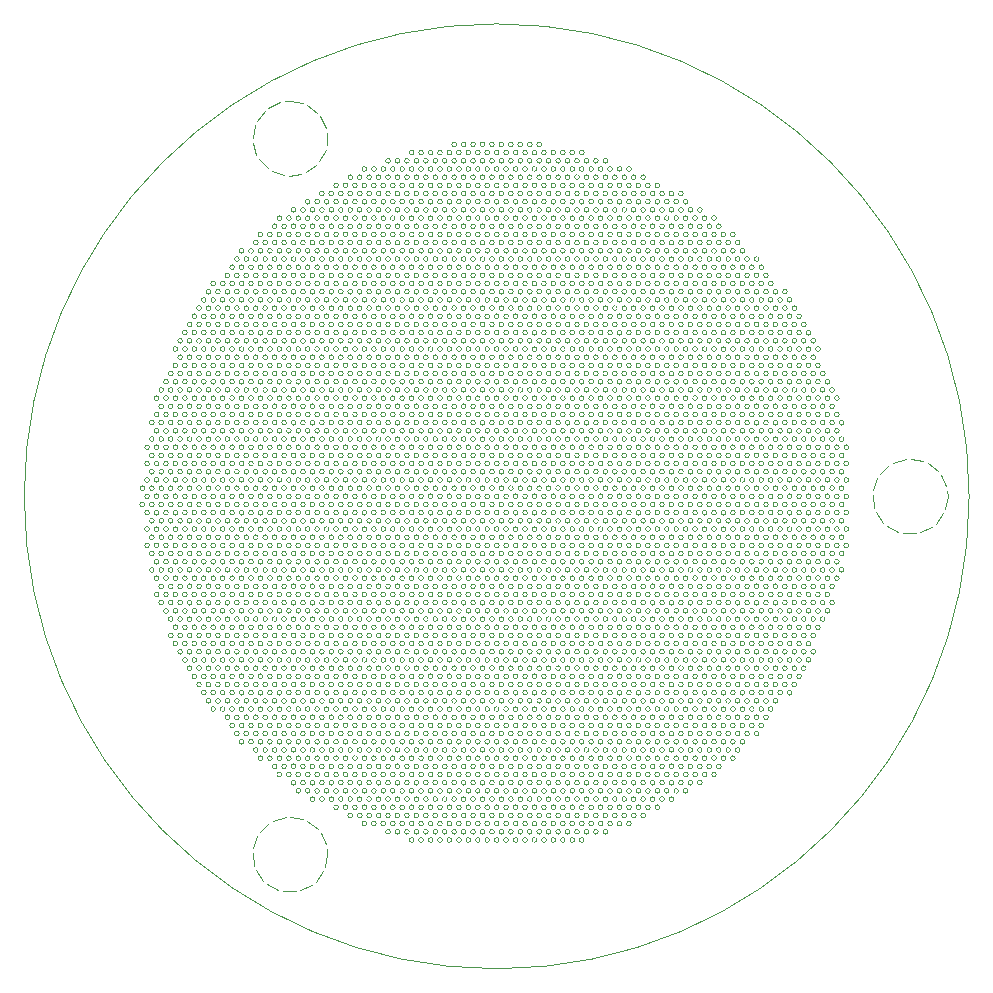
<source format=gbr>
%TF.GenerationSoftware,KiCad,Pcbnew,(7.0.0)*%
%TF.CreationDate,2023-02-13T14:41:25-06:00*%
%TF.ProjectId,Gem 4.0,47656d20-342e-4302-9e6b-696361645f70,rev?*%
%TF.SameCoordinates,Original*%
%TF.FileFunction,Profile,NP*%
%FSLAX46Y46*%
G04 Gerber Fmt 4.6, Leading zero omitted, Abs format (unit mm)*
G04 Created by KiCad (PCBNEW (7.0.0)) date 2023-02-13 14:41:25*
%MOMM*%
%LPD*%
G01*
G04 APERTURE LIST*
%TA.AperFunction,Profile*%
%ADD10C,0.100000*%
%TD*%
%TA.AperFunction,Profile*%
%ADD11C,0.001000*%
%TD*%
G04 APERTURE END LIST*
D10*
X112675000Y-131910889D02*
X112486347Y-132989014D01*
X112327211Y-133355708D02*
X111668610Y-134229887D01*
X111360037Y-134483997D02*
X110375774Y-134962715D01*
X109985367Y-135048570D02*
X108891074Y-135026949D01*
X108504363Y-134925741D02*
X107539777Y-134408518D01*
X107241483Y-134142419D02*
X106617925Y-133242907D01*
X106473397Y-132870214D02*
X106327477Y-131785478D01*
X106368379Y-131387840D02*
X106732064Y-130355524D01*
X106949435Y-130020056D02*
X107743050Y-129266318D01*
X108089268Y-129066515D02*
X109138947Y-128756484D01*
X109538164Y-128736118D02*
X110613944Y-128937716D01*
X110978698Y-129101249D02*
X111844898Y-129770310D01*
X112095280Y-130081915D02*
X112562132Y-131071861D01*
X112643288Y-131463271D02*
X112675000Y-131910889D01*
X165175000Y-101600000D02*
X164986347Y-102678125D01*
X164827211Y-103044819D02*
X164168610Y-103918998D01*
X163860037Y-104173108D02*
X162875774Y-104651826D01*
X162485367Y-104737681D02*
X161391074Y-104716060D01*
X161004363Y-104614852D02*
X160039777Y-104097629D01*
X159741483Y-103831530D02*
X159117925Y-102932018D01*
X158973397Y-102559325D02*
X158827477Y-101474589D01*
X158868379Y-101076951D02*
X159232064Y-100044635D01*
X159449435Y-99709167D02*
X160243050Y-98955429D01*
X160589268Y-98755626D02*
X161638947Y-98445595D01*
X162038164Y-98425229D02*
X163113944Y-98626827D01*
X163478698Y-98790360D02*
X164344898Y-99459421D01*
X164595280Y-99771026D02*
X165062132Y-100760972D01*
X165143288Y-101152382D02*
X165175000Y-101600000D01*
X109500000Y-68114111D02*
X110578125Y-68302763D01*
X110944819Y-68461899D02*
X111818998Y-69120500D01*
X112073108Y-69429073D02*
X112551826Y-70413336D01*
X112637681Y-70803743D02*
X112616060Y-71898036D01*
X112514852Y-72284747D02*
X111997629Y-73249333D01*
X111731530Y-73547627D02*
X110832018Y-74171185D01*
X110459325Y-74315713D02*
X109374589Y-74461633D01*
X108976951Y-74420731D02*
X107944635Y-74057046D01*
X107609167Y-73839675D02*
X106855429Y-73046060D01*
X106655626Y-72699842D02*
X106345595Y-71650163D01*
X106325229Y-71250946D02*
X106526827Y-70175166D01*
X106690360Y-69810412D02*
X107359421Y-68944212D01*
X107671026Y-68693830D02*
X108660972Y-68226978D01*
X109052382Y-68145822D02*
X109500000Y-68114111D01*
X167000000Y-101600000D02*
G75*
G03*
X167000000Y-101600000I-40000000J0D01*
G01*
D11*
%TO.C,REF\u002A\u002A5130*%
X104800000Y-120998960D02*
G75*
G03*
X104800000Y-120998960I-200000J0D01*
G01*
%TO.C,REF\u002A\u002A5163*%
X101600000Y-116842040D02*
G75*
G03*
X101600000Y-116842040I-200000J0D01*
G01*
%TO.C,REF\u002A\u002A5165*%
X102400000Y-118227680D02*
G75*
G03*
X102400000Y-118227680I-200000J0D01*
G01*
%TO.C,REF\u002A\u002A5167*%
X103200000Y-119613320D02*
G75*
G03*
X103200000Y-119613320I-200000J0D01*
G01*
%TO.C,REF\u002A\u002A5166*%
X102800000Y-118920500D02*
G75*
G03*
X102800000Y-118920500I-200000J0D01*
G01*
%TO.C,REF\u002A\u002A5164*%
X102000000Y-117534860D02*
G75*
G03*
X102000000Y-117534860I-200000J0D01*
G01*
%TO.C,REF\u002A\u002A5162*%
X101200000Y-116149220D02*
G75*
G03*
X101200000Y-116149220I-200000J0D01*
G01*
%TO.C,REF\u002A\u002A5161*%
X100800000Y-115456400D02*
G75*
G03*
X100800000Y-115456400I-200000J0D01*
G01*
%TO.C,REF\u002A\u002A5160*%
X100400000Y-114763580D02*
G75*
G03*
X100400000Y-114763580I-200000J0D01*
G01*
%TO.C,REF\u002A\u002A5159*%
X100000000Y-114070760D02*
G75*
G03*
X100000000Y-114070760I-200000J0D01*
G01*
%TO.C,REF\u002A\u002A5158*%
X99600000Y-113377940D02*
G75*
G03*
X99600000Y-113377940I-200000J0D01*
G01*
%TO.C,REF\u002A\u002A5124*%
X102400000Y-116842040D02*
G75*
G03*
X102400000Y-116842040I-200000J0D01*
G01*
%TO.C,REF\u002A\u002A5126*%
X103200000Y-118227680D02*
G75*
G03*
X103200000Y-118227680I-200000J0D01*
G01*
%TO.C,REF\u002A\u002A5132*%
X105600000Y-122384600D02*
G75*
G03*
X105600000Y-122384600I-200000J0D01*
G01*
%TO.C,REF\u002A\u002A5131*%
X105200000Y-121691780D02*
G75*
G03*
X105200000Y-121691780I-200000J0D01*
G01*
%TO.C,REF\u002A\u002A5129*%
X104400000Y-120306140D02*
G75*
G03*
X104400000Y-120306140I-200000J0D01*
G01*
%TO.C,REF\u002A\u002A5128*%
X104000000Y-119613320D02*
G75*
G03*
X104000000Y-119613320I-200000J0D01*
G01*
%TO.C,REF\u002A\u002A5127*%
X103600000Y-118920500D02*
G75*
G03*
X103600000Y-118920500I-200000J0D01*
G01*
%TO.C,REF\u002A\u002A5125*%
X102800000Y-117534860D02*
G75*
G03*
X102800000Y-117534860I-200000J0D01*
G01*
%TO.C,REF\u002A\u002A5123*%
X102000000Y-116149220D02*
G75*
G03*
X102000000Y-116149220I-200000J0D01*
G01*
%TO.C,REF\u002A\u002A5122*%
X101600000Y-115456400D02*
G75*
G03*
X101600000Y-115456400I-200000J0D01*
G01*
%TO.C,REF\u002A\u002A5121*%
X101200000Y-114763580D02*
G75*
G03*
X101200000Y-114763580I-200000J0D01*
G01*
%TO.C,REF\u002A\u002A5120*%
X100800000Y-114070760D02*
G75*
G03*
X100800000Y-114070760I-200000J0D01*
G01*
%TO.C,REF\u002A\u002A5119*%
X100400000Y-113377940D02*
G75*
G03*
X100400000Y-113377940I-200000J0D01*
G01*
%TO.C,REF\u002A\u002A5118*%
X100000000Y-112685120D02*
G75*
G03*
X100000000Y-112685120I-200000J0D01*
G01*
%TO.C,REF\u002A\u002A5117*%
X99600000Y-111992300D02*
G75*
G03*
X99600000Y-111992300I-200000J0D01*
G01*
%TO.C,REF\u002A\u002A5116*%
X99200000Y-111299480D02*
G75*
G03*
X99200000Y-111299480I-200000J0D01*
G01*
%TO.C,REF\u002A\u002A5115*%
X98800000Y-110606660D02*
G75*
G03*
X98800000Y-110606660I-200000J0D01*
G01*
%TO.C,REF\u002A\u002A5114*%
X98400000Y-109913840D02*
G75*
G03*
X98400000Y-109913840I-200000J0D01*
G01*
%TO.C,REF\u002A\u002A5085*%
X103200000Y-116842040D02*
G75*
G03*
X103200000Y-116842040I-200000J0D01*
G01*
%TO.C,REF\u002A\u002A5095*%
X107200000Y-123770240D02*
G75*
G03*
X107200000Y-123770240I-200000J0D01*
G01*
%TO.C,REF\u002A\u002A5094*%
X106800000Y-123077420D02*
G75*
G03*
X106800000Y-123077420I-200000J0D01*
G01*
%TO.C,REF\u002A\u002A5087*%
X104000000Y-118227680D02*
G75*
G03*
X104000000Y-118227680I-200000J0D01*
G01*
%TO.C,REF\u002A\u002A5093*%
X106400000Y-122384600D02*
G75*
G03*
X106400000Y-122384600I-200000J0D01*
G01*
%TO.C,REF\u002A\u002A5092*%
X106000000Y-121691780D02*
G75*
G03*
X106000000Y-121691780I-200000J0D01*
G01*
%TO.C,REF\u002A\u002A5091*%
X105600000Y-120998960D02*
G75*
G03*
X105600000Y-120998960I-200000J0D01*
G01*
%TO.C,REF\u002A\u002A5090*%
X105200000Y-120306140D02*
G75*
G03*
X105200000Y-120306140I-200000J0D01*
G01*
%TO.C,REF\u002A\u002A5089*%
X104800000Y-119613320D02*
G75*
G03*
X104800000Y-119613320I-200000J0D01*
G01*
%TO.C,REF\u002A\u002A5088*%
X104400000Y-118920500D02*
G75*
G03*
X104400000Y-118920500I-200000J0D01*
G01*
%TO.C,REF\u002A\u002A5086*%
X103600000Y-117534860D02*
G75*
G03*
X103600000Y-117534860I-200000J0D01*
G01*
%TO.C,REF\u002A\u002A5084*%
X102800000Y-116149220D02*
G75*
G03*
X102800000Y-116149220I-200000J0D01*
G01*
%TO.C,REF\u002A\u002A5083*%
X102400000Y-115456400D02*
G75*
G03*
X102400000Y-115456400I-200000J0D01*
G01*
%TO.C,REF\u002A\u002A5082*%
X102000000Y-114763580D02*
G75*
G03*
X102000000Y-114763580I-200000J0D01*
G01*
%TO.C,REF\u002A\u002A5081*%
X101600000Y-114070760D02*
G75*
G03*
X101600000Y-114070760I-200000J0D01*
G01*
%TO.C,REF\u002A\u002A5080*%
X101200000Y-113377940D02*
G75*
G03*
X101200000Y-113377940I-200000J0D01*
G01*
%TO.C,REF\u002A\u002A5079*%
X100800000Y-112685120D02*
G75*
G03*
X100800000Y-112685120I-200000J0D01*
G01*
%TO.C,REF\u002A\u002A5078*%
X100400000Y-111992300D02*
G75*
G03*
X100400000Y-111992300I-200000J0D01*
G01*
%TO.C,REF\u002A\u002A5077*%
X100000000Y-111299480D02*
G75*
G03*
X100000000Y-111299480I-200000J0D01*
G01*
%TO.C,REF\u002A\u002A5076*%
X99600000Y-110606660D02*
G75*
G03*
X99600000Y-110606660I-200000J0D01*
G01*
%TO.C,REF\u002A\u002A5074*%
X98800000Y-109221020D02*
G75*
G03*
X98800000Y-109221020I-200000J0D01*
G01*
%TO.C,REF\u002A\u002A5075*%
X99200000Y-109913840D02*
G75*
G03*
X99200000Y-109913840I-200000J0D01*
G01*
%TO.C,REF\u002A\u002A5073*%
X98400000Y-108528200D02*
G75*
G03*
X98400000Y-108528200I-200000J0D01*
G01*
%TO.C,REF\u002A\u002A5072*%
X98000000Y-107835380D02*
G75*
G03*
X98000000Y-107835380I-200000J0D01*
G01*
%TO.C,REF\u002A\u002A5058*%
X108800000Y-125155880D02*
G75*
G03*
X108800000Y-125155880I-200000J0D01*
G01*
%TO.C,REF\u002A\u002A5044*%
X104000000Y-116842040D02*
G75*
G03*
X104000000Y-116842040I-200000J0D01*
G01*
%TO.C,REF\u002A\u002A5056*%
X108000000Y-123770240D02*
G75*
G03*
X108000000Y-123770240I-200000J0D01*
G01*
%TO.C,REF\u002A\u002A5055*%
X107600000Y-123077420D02*
G75*
G03*
X107600000Y-123077420I-200000J0D01*
G01*
%TO.C,REF\u002A\u002A5046*%
X104800000Y-118227680D02*
G75*
G03*
X104800000Y-118227680I-200000J0D01*
G01*
%TO.C,REF\u002A\u002A5054*%
X107200000Y-122384600D02*
G75*
G03*
X107200000Y-122384600I-200000J0D01*
G01*
%TO.C,REF\u002A\u002A5053*%
X106800000Y-121691780D02*
G75*
G03*
X106800000Y-121691780I-200000J0D01*
G01*
%TO.C,REF\u002A\u002A5052*%
X106400000Y-120998960D02*
G75*
G03*
X106400000Y-120998960I-200000J0D01*
G01*
%TO.C,REF\u002A\u002A5051*%
X106000000Y-120306140D02*
G75*
G03*
X106000000Y-120306140I-200000J0D01*
G01*
%TO.C,REF\u002A\u002A5050*%
X105600000Y-119613320D02*
G75*
G03*
X105600000Y-119613320I-200000J0D01*
G01*
%TO.C,REF\u002A\u002A5049*%
X105200000Y-118920500D02*
G75*
G03*
X105200000Y-118920500I-200000J0D01*
G01*
%TO.C,REF\u002A\u002A5045*%
X104400000Y-117534860D02*
G75*
G03*
X104400000Y-117534860I-200000J0D01*
G01*
%TO.C,REF\u002A\u002A5057*%
X108400000Y-124463060D02*
G75*
G03*
X108400000Y-124463060I-200000J0D01*
G01*
%TO.C,REF\u002A\u002A5043*%
X103600000Y-116149220D02*
G75*
G03*
X103600000Y-116149220I-200000J0D01*
G01*
%TO.C,REF\u002A\u002A5042*%
X103200000Y-115456400D02*
G75*
G03*
X103200000Y-115456400I-200000J0D01*
G01*
%TO.C,REF\u002A\u002A5041*%
X102800000Y-114763580D02*
G75*
G03*
X102800000Y-114763580I-200000J0D01*
G01*
%TO.C,REF\u002A\u002A5040*%
X102400000Y-114070760D02*
G75*
G03*
X102400000Y-114070760I-200000J0D01*
G01*
%TO.C,REF\u002A\u002A5039*%
X102000000Y-113377940D02*
G75*
G03*
X102000000Y-113377940I-200000J0D01*
G01*
%TO.C,REF\u002A\u002A5038*%
X101600000Y-112685120D02*
G75*
G03*
X101600000Y-112685120I-200000J0D01*
G01*
%TO.C,REF\u002A\u002A5037*%
X101200000Y-111992300D02*
G75*
G03*
X101200000Y-111992300I-200000J0D01*
G01*
%TO.C,REF\u002A\u002A5036*%
X100800000Y-111299480D02*
G75*
G03*
X100800000Y-111299480I-200000J0D01*
G01*
%TO.C,REF\u002A\u002A5035*%
X100400000Y-110606660D02*
G75*
G03*
X100400000Y-110606660I-200000J0D01*
G01*
%TO.C,REF\u002A\u002A5033*%
X99600000Y-109221020D02*
G75*
G03*
X99600000Y-109221020I-200000J0D01*
G01*
%TO.C,REF\u002A\u002A5034*%
X100000000Y-109913840D02*
G75*
G03*
X100000000Y-109913840I-200000J0D01*
G01*
%TO.C,REF\u002A\u002A5032*%
X99200000Y-108528200D02*
G75*
G03*
X99200000Y-108528200I-200000J0D01*
G01*
%TO.C,REF\u002A\u002A5031*%
X98800000Y-107835380D02*
G75*
G03*
X98800000Y-107835380I-200000J0D01*
G01*
%TO.C,REF\u002A\u002A5030*%
X98400000Y-107142560D02*
G75*
G03*
X98400000Y-107142560I-200000J0D01*
G01*
%TO.C,REF\u002A\u002A5029*%
X98000000Y-106449740D02*
G75*
G03*
X98000000Y-106449740I-200000J0D01*
G01*
%TO.C,REF\u002A\u002A5028*%
X97600000Y-105756920D02*
G75*
G03*
X97600000Y-105756920I-200000J0D01*
G01*
%TO.C,REF\u002A\u002A5009*%
X110000000Y-125848700D02*
G75*
G03*
X110000000Y-125848700I-200000J0D01*
G01*
%TO.C,REF\u002A\u002A5008*%
X109600000Y-125155880D02*
G75*
G03*
X109600000Y-125155880I-200000J0D01*
G01*
%TO.C,REF\u002A\u002A4996*%
X104800000Y-116842040D02*
G75*
G03*
X104800000Y-116842040I-200000J0D01*
G01*
%TO.C,REF\u002A\u002A5006*%
X108800000Y-123770240D02*
G75*
G03*
X108800000Y-123770240I-200000J0D01*
G01*
%TO.C,REF\u002A\u002A5005*%
X108400000Y-123077420D02*
G75*
G03*
X108400000Y-123077420I-200000J0D01*
G01*
%TO.C,REF\u002A\u002A4998*%
X105600000Y-118227680D02*
G75*
G03*
X105600000Y-118227680I-200000J0D01*
G01*
%TO.C,REF\u002A\u002A5004*%
X108000000Y-122384600D02*
G75*
G03*
X108000000Y-122384600I-200000J0D01*
G01*
%TO.C,REF\u002A\u002A5003*%
X107600000Y-121691780D02*
G75*
G03*
X107600000Y-121691780I-200000J0D01*
G01*
%TO.C,REF\u002A\u002A5002*%
X107200000Y-120998960D02*
G75*
G03*
X107200000Y-120998960I-200000J0D01*
G01*
%TO.C,REF\u002A\u002A5001*%
X106800000Y-120306140D02*
G75*
G03*
X106800000Y-120306140I-200000J0D01*
G01*
%TO.C,REF\u002A\u002A5000*%
X106400000Y-119613320D02*
G75*
G03*
X106400000Y-119613320I-200000J0D01*
G01*
%TO.C,REF\u002A\u002A4999*%
X106000000Y-118920500D02*
G75*
G03*
X106000000Y-118920500I-200000J0D01*
G01*
%TO.C,REF\u002A\u002A4997*%
X105200000Y-117534860D02*
G75*
G03*
X105200000Y-117534860I-200000J0D01*
G01*
%TO.C,REF\u002A\u002A5007*%
X109200000Y-124463060D02*
G75*
G03*
X109200000Y-124463060I-200000J0D01*
G01*
%TO.C,REF\u002A\u002A4995*%
X104400000Y-116149220D02*
G75*
G03*
X104400000Y-116149220I-200000J0D01*
G01*
%TO.C,REF\u002A\u002A4994*%
X104000000Y-115456400D02*
G75*
G03*
X104000000Y-115456400I-200000J0D01*
G01*
%TO.C,REF\u002A\u002A4993*%
X103600000Y-114763580D02*
G75*
G03*
X103600000Y-114763580I-200000J0D01*
G01*
%TO.C,REF\u002A\u002A4992*%
X103200000Y-114070760D02*
G75*
G03*
X103200000Y-114070760I-200000J0D01*
G01*
%TO.C,REF\u002A\u002A4991*%
X102800000Y-113377940D02*
G75*
G03*
X102800000Y-113377940I-200000J0D01*
G01*
%TO.C,REF\u002A\u002A4977*%
X102400000Y-112685120D02*
G75*
G03*
X102400000Y-112685120I-200000J0D01*
G01*
%TO.C,REF\u002A\u002A4976*%
X102000000Y-111992300D02*
G75*
G03*
X102000000Y-111992300I-200000J0D01*
G01*
%TO.C,REF\u002A\u002A4975*%
X101600000Y-111299480D02*
G75*
G03*
X101600000Y-111299480I-200000J0D01*
G01*
%TO.C,REF\u002A\u002A4974*%
X101200000Y-110606660D02*
G75*
G03*
X101200000Y-110606660I-200000J0D01*
G01*
%TO.C,REF\u002A\u002A4972*%
X100400000Y-109221020D02*
G75*
G03*
X100400000Y-109221020I-200000J0D01*
G01*
%TO.C,REF\u002A\u002A4973*%
X100800000Y-109913840D02*
G75*
G03*
X100800000Y-109913840I-200000J0D01*
G01*
%TO.C,REF\u002A\u002A4971*%
X100000000Y-108528200D02*
G75*
G03*
X100000000Y-108528200I-200000J0D01*
G01*
%TO.C,REF\u002A\u002A4970*%
X99600000Y-107835380D02*
G75*
G03*
X99600000Y-107835380I-200000J0D01*
G01*
%TO.C,REF\u002A\u002A4969*%
X99200000Y-107142560D02*
G75*
G03*
X99200000Y-107142560I-200000J0D01*
G01*
%TO.C,REF\u002A\u002A4965*%
X97600000Y-104371280D02*
G75*
G03*
X97600000Y-104371280I-200000J0D01*
G01*
%TO.C,REF\u002A\u002A4968*%
X98800000Y-106449740D02*
G75*
G03*
X98800000Y-106449740I-200000J0D01*
G01*
%TO.C,REF\u002A\u002A4967*%
X98400000Y-105756920D02*
G75*
G03*
X98400000Y-105756920I-200000J0D01*
G01*
%TO.C,REF\u002A\u002A5010*%
X110400000Y-126541520D02*
G75*
G03*
X110400000Y-126541520I-200000J0D01*
G01*
%TO.C,REF\u002A\u002A4966*%
X98000000Y-105064100D02*
G75*
G03*
X98000000Y-105064100I-200000J0D01*
G01*
%TO.C,REF\u002A\u002A4940*%
X110800000Y-125848700D02*
G75*
G03*
X110800000Y-125848700I-200000J0D01*
G01*
%TO.C,REF\u002A\u002A4939*%
X110400000Y-125155880D02*
G75*
G03*
X110400000Y-125155880I-200000J0D01*
G01*
%TO.C,REF\u002A\u002A4907*%
X105600000Y-116842040D02*
G75*
G03*
X105600000Y-116842040I-200000J0D01*
G01*
%TO.C,REF\u002A\u002A4937*%
X109600000Y-123770240D02*
G75*
G03*
X109600000Y-123770240I-200000J0D01*
G01*
%TO.C,REF\u002A\u002A4936*%
X109200000Y-123077420D02*
G75*
G03*
X109200000Y-123077420I-200000J0D01*
G01*
%TO.C,REF\u002A\u002A4909*%
X106400000Y-118227680D02*
G75*
G03*
X106400000Y-118227680I-200000J0D01*
G01*
%TO.C,REF\u002A\u002A4935*%
X108800000Y-122384600D02*
G75*
G03*
X108800000Y-122384600I-200000J0D01*
G01*
%TO.C,REF\u002A\u002A4934*%
X108400000Y-121691780D02*
G75*
G03*
X108400000Y-121691780I-200000J0D01*
G01*
%TO.C,REF\u002A\u002A4933*%
X108000000Y-120998960D02*
G75*
G03*
X108000000Y-120998960I-200000J0D01*
G01*
%TO.C,REF\u002A\u002A4912*%
X107600000Y-120306140D02*
G75*
G03*
X107600000Y-120306140I-200000J0D01*
G01*
%TO.C,REF\u002A\u002A4911*%
X107200000Y-119613320D02*
G75*
G03*
X107200000Y-119613320I-200000J0D01*
G01*
%TO.C,REF\u002A\u002A4910*%
X106800000Y-118920500D02*
G75*
G03*
X106800000Y-118920500I-200000J0D01*
G01*
%TO.C,REF\u002A\u002A4908*%
X106000000Y-117534860D02*
G75*
G03*
X106000000Y-117534860I-200000J0D01*
G01*
%TO.C,REF\u002A\u002A4938*%
X110000000Y-124463060D02*
G75*
G03*
X110000000Y-124463060I-200000J0D01*
G01*
%TO.C,REF\u002A\u002A4906*%
X105200000Y-116149220D02*
G75*
G03*
X105200000Y-116149220I-200000J0D01*
G01*
%TO.C,REF\u002A\u002A4905*%
X104800000Y-115456400D02*
G75*
G03*
X104800000Y-115456400I-200000J0D01*
G01*
%TO.C,REF\u002A\u002A4904*%
X104400000Y-114763580D02*
G75*
G03*
X104400000Y-114763580I-200000J0D01*
G01*
%TO.C,REF\u002A\u002A4879*%
X104000000Y-114070760D02*
G75*
G03*
X104000000Y-114070760I-200000J0D01*
G01*
%TO.C,REF\u002A\u002A4878*%
X103600000Y-113377940D02*
G75*
G03*
X103600000Y-113377940I-200000J0D01*
G01*
%TO.C,REF\u002A\u002A4877*%
X103200000Y-112685120D02*
G75*
G03*
X103200000Y-112685120I-200000J0D01*
G01*
%TO.C,REF\u002A\u002A4876*%
X102800000Y-111992300D02*
G75*
G03*
X102800000Y-111992300I-200000J0D01*
G01*
%TO.C,REF\u002A\u002A4875*%
X102400000Y-111299480D02*
G75*
G03*
X102400000Y-111299480I-200000J0D01*
G01*
%TO.C,REF\u002A\u002A4849*%
X102000000Y-110606660D02*
G75*
G03*
X102000000Y-110606660I-200000J0D01*
G01*
%TO.C,REF\u002A\u002A4847*%
X101200000Y-109221020D02*
G75*
G03*
X101200000Y-109221020I-200000J0D01*
G01*
%TO.C,REF\u002A\u002A4848*%
X101600000Y-109913840D02*
G75*
G03*
X101600000Y-109913840I-200000J0D01*
G01*
%TO.C,REF\u002A\u002A4846*%
X100800000Y-108528200D02*
G75*
G03*
X100800000Y-108528200I-200000J0D01*
G01*
%TO.C,REF\u002A\u002A4819*%
X100400000Y-107835380D02*
G75*
G03*
X100400000Y-107835380I-200000J0D01*
G01*
%TO.C,REF\u002A\u002A4818*%
X100000000Y-107142560D02*
G75*
G03*
X100000000Y-107142560I-200000J0D01*
G01*
%TO.C,REF\u002A\u002A4787*%
X98400000Y-104371280D02*
G75*
G03*
X98400000Y-104371280I-200000J0D01*
G01*
%TO.C,REF\u002A\u002A4751*%
X97200000Y-102292820D02*
G75*
G03*
X97200000Y-102292820I-200000J0D01*
G01*
%TO.C,REF\u002A\u002A4816*%
X99600000Y-106449740D02*
G75*
G03*
X99600000Y-106449740I-200000J0D01*
G01*
%TO.C,REF\u002A\u002A4815*%
X99200000Y-105756920D02*
G75*
G03*
X99200000Y-105756920I-200000J0D01*
G01*
%TO.C,REF\u002A\u002A4786*%
X98000000Y-103678460D02*
G75*
G03*
X98000000Y-103678460I-200000J0D01*
G01*
%TO.C,REF\u002A\u002A4752*%
X97600000Y-102985640D02*
G75*
G03*
X97600000Y-102985640I-200000J0D01*
G01*
%TO.C,REF\u002A\u002A4942*%
X111600000Y-127234340D02*
G75*
G03*
X111600000Y-127234340I-200000J0D01*
G01*
%TO.C,REF\u002A\u002A4941*%
X111200000Y-126541520D02*
G75*
G03*
X111200000Y-126541520I-200000J0D01*
G01*
%TO.C,REF\u002A\u002A4788*%
X98800000Y-105064100D02*
G75*
G03*
X98800000Y-105064100I-200000J0D01*
G01*
%TO.C,REF\u002A\u002A5047*%
X100000000Y-89129240D02*
G75*
G03*
X100000000Y-89129240I-200000J0D01*
G01*
%TO.C,REF\u002A\u002A5048*%
X100400000Y-88436420D02*
G75*
G03*
X100400000Y-88436420I-200000J0D01*
G01*
%TO.C,REF\u002A\u002A5019*%
X100800000Y-87743600D02*
G75*
G03*
X100800000Y-87743600I-200000J0D01*
G01*
%TO.C,REF\u002A\u002A5011*%
X98400000Y-93286160D02*
G75*
G03*
X98400000Y-93286160I-200000J0D01*
G01*
%TO.C,REF\u002A\u002A5014*%
X99600000Y-91207700D02*
G75*
G03*
X99600000Y-91207700I-200000J0D01*
G01*
%TO.C,REF\u002A\u002A5017*%
X100800000Y-89129240D02*
G75*
G03*
X100800000Y-89129240I-200000J0D01*
G01*
%TO.C,REF\u002A\u002A5016*%
X100400000Y-89822060D02*
G75*
G03*
X100400000Y-89822060I-200000J0D01*
G01*
%TO.C,REF\u002A\u002A5012*%
X98800000Y-92593340D02*
G75*
G03*
X98800000Y-92593340I-200000J0D01*
G01*
%TO.C,REF\u002A\u002A5015*%
X100000000Y-90514880D02*
G75*
G03*
X100000000Y-90514880I-200000J0D01*
G01*
%TO.C,REF\u002A\u002A5013*%
X99200000Y-91900520D02*
G75*
G03*
X99200000Y-91900520I-200000J0D01*
G01*
%TO.C,REF\u002A\u002A5018*%
X101200000Y-88436420D02*
G75*
G03*
X101200000Y-88436420I-200000J0D01*
G01*
%TO.C,REF\u002A\u002A4980*%
X98800000Y-93978980D02*
G75*
G03*
X98800000Y-93978980I-200000J0D01*
G01*
%TO.C,REF\u002A\u002A4990*%
X101200000Y-87050780D02*
G75*
G03*
X101200000Y-87050780I-200000J0D01*
G01*
%TO.C,REF\u002A\u002A4979*%
X98400000Y-94671800D02*
G75*
G03*
X98400000Y-94671800I-200000J0D01*
G01*
%TO.C,REF\u002A\u002A4989*%
X101600000Y-87743600D02*
G75*
G03*
X101600000Y-87743600I-200000J0D01*
G01*
%TO.C,REF\u002A\u002A4981*%
X99200000Y-93286160D02*
G75*
G03*
X99200000Y-93286160I-200000J0D01*
G01*
%TO.C,REF\u002A\u002A4978*%
X98000000Y-95364620D02*
G75*
G03*
X98000000Y-95364620I-200000J0D01*
G01*
%TO.C,REF\u002A\u002A4984*%
X100400000Y-91207700D02*
G75*
G03*
X100400000Y-91207700I-200000J0D01*
G01*
%TO.C,REF\u002A\u002A4987*%
X101600000Y-89129240D02*
G75*
G03*
X101600000Y-89129240I-200000J0D01*
G01*
%TO.C,REF\u002A\u002A4986*%
X101200000Y-89822060D02*
G75*
G03*
X101200000Y-89822060I-200000J0D01*
G01*
%TO.C,REF\u002A\u002A4982*%
X99600000Y-92593340D02*
G75*
G03*
X99600000Y-92593340I-200000J0D01*
G01*
%TO.C,REF\u002A\u002A4985*%
X100800000Y-90514880D02*
G75*
G03*
X100800000Y-90514880I-200000J0D01*
G01*
%TO.C,REF\u002A\u002A4983*%
X100000000Y-91900520D02*
G75*
G03*
X100000000Y-91900520I-200000J0D01*
G01*
%TO.C,REF\u002A\u002A4988*%
X102000000Y-88436420D02*
G75*
G03*
X102000000Y-88436420I-200000J0D01*
G01*
%TO.C,REF\u002A\u002A4950*%
X99600000Y-93978980D02*
G75*
G03*
X99600000Y-93978980I-200000J0D01*
G01*
%TO.C,REF\u002A\u002A4960*%
X102000000Y-87050780D02*
G75*
G03*
X102000000Y-87050780I-200000J0D01*
G01*
%TO.C,REF\u002A\u002A4949*%
X99200000Y-94671800D02*
G75*
G03*
X99200000Y-94671800I-200000J0D01*
G01*
%TO.C,REF\u002A\u002A4947*%
X98400000Y-96057440D02*
G75*
G03*
X98400000Y-96057440I-200000J0D01*
G01*
%TO.C,REF\u002A\u002A4959*%
X102400000Y-87743600D02*
G75*
G03*
X102400000Y-87743600I-200000J0D01*
G01*
%TO.C,REF\u002A\u002A4961*%
X101600000Y-86357960D02*
G75*
G03*
X101600000Y-86357960I-200000J0D01*
G01*
%TO.C,REF\u002A\u002A4946*%
X98000000Y-96750260D02*
G75*
G03*
X98000000Y-96750260I-200000J0D01*
G01*
%TO.C,REF\u002A\u002A4945*%
X97600000Y-97443080D02*
G75*
G03*
X97600000Y-97443080I-200000J0D01*
G01*
%TO.C,REF\u002A\u002A4951*%
X100000000Y-93286160D02*
G75*
G03*
X100000000Y-93286160I-200000J0D01*
G01*
%TO.C,REF\u002A\u002A4948*%
X98800000Y-95364620D02*
G75*
G03*
X98800000Y-95364620I-200000J0D01*
G01*
%TO.C,REF\u002A\u002A4954*%
X101200000Y-91207700D02*
G75*
G03*
X101200000Y-91207700I-200000J0D01*
G01*
%TO.C,REF\u002A\u002A4957*%
X102400000Y-89129240D02*
G75*
G03*
X102400000Y-89129240I-200000J0D01*
G01*
%TO.C,REF\u002A\u002A4956*%
X102000000Y-89822060D02*
G75*
G03*
X102000000Y-89822060I-200000J0D01*
G01*
%TO.C,REF\u002A\u002A4952*%
X100400000Y-92593340D02*
G75*
G03*
X100400000Y-92593340I-200000J0D01*
G01*
%TO.C,REF\u002A\u002A4955*%
X101600000Y-90514880D02*
G75*
G03*
X101600000Y-90514880I-200000J0D01*
G01*
%TO.C,REF\u002A\u002A4953*%
X100800000Y-91900520D02*
G75*
G03*
X100800000Y-91900520I-200000J0D01*
G01*
%TO.C,REF\u002A\u002A4958*%
X102800000Y-88436420D02*
G75*
G03*
X102800000Y-88436420I-200000J0D01*
G01*
%TO.C,REF\u002A\u002A4920*%
X100400000Y-93978980D02*
G75*
G03*
X100400000Y-93978980I-200000J0D01*
G01*
%TO.C,REF\u002A\u002A4932*%
X102000000Y-85665140D02*
G75*
G03*
X102000000Y-85665140I-200000J0D01*
G01*
%TO.C,REF\u002A\u002A4930*%
X102800000Y-87050780D02*
G75*
G03*
X102800000Y-87050780I-200000J0D01*
G01*
%TO.C,REF\u002A\u002A4919*%
X100000000Y-94671800D02*
G75*
G03*
X100000000Y-94671800I-200000J0D01*
G01*
%TO.C,REF\u002A\u002A4917*%
X99200000Y-96057440D02*
G75*
G03*
X99200000Y-96057440I-200000J0D01*
G01*
%TO.C,REF\u002A\u002A4929*%
X103200000Y-87743600D02*
G75*
G03*
X103200000Y-87743600I-200000J0D01*
G01*
%TO.C,REF\u002A\u002A4931*%
X102400000Y-86357960D02*
G75*
G03*
X102400000Y-86357960I-200000J0D01*
G01*
%TO.C,REF\u002A\u002A4913*%
X97600000Y-98828720D02*
G75*
G03*
X97600000Y-98828720I-200000J0D01*
G01*
%TO.C,REF\u002A\u002A4916*%
X98800000Y-96750260D02*
G75*
G03*
X98800000Y-96750260I-200000J0D01*
G01*
%TO.C,REF\u002A\u002A4915*%
X98400000Y-97443080D02*
G75*
G03*
X98400000Y-97443080I-200000J0D01*
G01*
%TO.C,REF\u002A\u002A4921*%
X100800000Y-93286160D02*
G75*
G03*
X100800000Y-93286160I-200000J0D01*
G01*
%TO.C,REF\u002A\u002A4918*%
X99600000Y-95364620D02*
G75*
G03*
X99600000Y-95364620I-200000J0D01*
G01*
%TO.C,REF\u002A\u002A4914*%
X98000000Y-98135900D02*
G75*
G03*
X98000000Y-98135900I-200000J0D01*
G01*
%TO.C,REF\u002A\u002A4924*%
X102000000Y-91207700D02*
G75*
G03*
X102000000Y-91207700I-200000J0D01*
G01*
%TO.C,REF\u002A\u002A4927*%
X103200000Y-89129240D02*
G75*
G03*
X103200000Y-89129240I-200000J0D01*
G01*
%TO.C,REF\u002A\u002A4926*%
X102800000Y-89822060D02*
G75*
G03*
X102800000Y-89822060I-200000J0D01*
G01*
%TO.C,REF\u002A\u002A4922*%
X101200000Y-92593340D02*
G75*
G03*
X101200000Y-92593340I-200000J0D01*
G01*
%TO.C,REF\u002A\u002A4925*%
X102400000Y-90514880D02*
G75*
G03*
X102400000Y-90514880I-200000J0D01*
G01*
%TO.C,REF\u002A\u002A4923*%
X101600000Y-91900520D02*
G75*
G03*
X101600000Y-91900520I-200000J0D01*
G01*
%TO.C,REF\u002A\u002A4928*%
X103600000Y-88436420D02*
G75*
G03*
X103600000Y-88436420I-200000J0D01*
G01*
%TO.C,REF\u002A\u002A4890*%
X101200000Y-93978980D02*
G75*
G03*
X101200000Y-93978980I-200000J0D01*
G01*
%TO.C,REF\u002A\u002A4882*%
X98000000Y-99521540D02*
G75*
G03*
X98000000Y-99521540I-200000J0D01*
G01*
%TO.C,REF\u002A\u002A4903*%
X102400000Y-84972320D02*
G75*
G03*
X102400000Y-84972320I-200000J0D01*
G01*
%TO.C,REF\u002A\u002A4902*%
X102800000Y-85665140D02*
G75*
G03*
X102800000Y-85665140I-200000J0D01*
G01*
%TO.C,REF\u002A\u002A4900*%
X103600000Y-87050780D02*
G75*
G03*
X103600000Y-87050780I-200000J0D01*
G01*
%TO.C,REF\u002A\u002A4889*%
X100800000Y-94671800D02*
G75*
G03*
X100800000Y-94671800I-200000J0D01*
G01*
%TO.C,REF\u002A\u002A4887*%
X100000000Y-96057440D02*
G75*
G03*
X100000000Y-96057440I-200000J0D01*
G01*
%TO.C,REF\u002A\u002A4899*%
X104000000Y-87743600D02*
G75*
G03*
X104000000Y-87743600I-200000J0D01*
G01*
%TO.C,REF\u002A\u002A4880*%
X97200000Y-100907180D02*
G75*
G03*
X97200000Y-100907180I-200000J0D01*
G01*
%TO.C,REF\u002A\u002A4881*%
X97600000Y-100214360D02*
G75*
G03*
X97600000Y-100214360I-200000J0D01*
G01*
%TO.C,REF\u002A\u002A4901*%
X103200000Y-86357960D02*
G75*
G03*
X103200000Y-86357960I-200000J0D01*
G01*
%TO.C,REF\u002A\u002A4883*%
X98400000Y-98828720D02*
G75*
G03*
X98400000Y-98828720I-200000J0D01*
G01*
%TO.C,REF\u002A\u002A4886*%
X99600000Y-96750260D02*
G75*
G03*
X99600000Y-96750260I-200000J0D01*
G01*
%TO.C,REF\u002A\u002A4885*%
X99200000Y-97443080D02*
G75*
G03*
X99200000Y-97443080I-200000J0D01*
G01*
%TO.C,REF\u002A\u002A4891*%
X101600000Y-93286160D02*
G75*
G03*
X101600000Y-93286160I-200000J0D01*
G01*
%TO.C,REF\u002A\u002A4888*%
X100400000Y-95364620D02*
G75*
G03*
X100400000Y-95364620I-200000J0D01*
G01*
%TO.C,REF\u002A\u002A4884*%
X98800000Y-98135900D02*
G75*
G03*
X98800000Y-98135900I-200000J0D01*
G01*
%TO.C,REF\u002A\u002A4894*%
X102800000Y-91207700D02*
G75*
G03*
X102800000Y-91207700I-200000J0D01*
G01*
%TO.C,REF\u002A\u002A4897*%
X104000000Y-89129240D02*
G75*
G03*
X104000000Y-89129240I-200000J0D01*
G01*
%TO.C,REF\u002A\u002A4896*%
X103600000Y-89822060D02*
G75*
G03*
X103600000Y-89822060I-200000J0D01*
G01*
%TO.C,REF\u002A\u002A4892*%
X102000000Y-92593340D02*
G75*
G03*
X102000000Y-92593340I-200000J0D01*
G01*
%TO.C,REF\u002A\u002A4895*%
X103200000Y-90514880D02*
G75*
G03*
X103200000Y-90514880I-200000J0D01*
G01*
%TO.C,REF\u002A\u002A4893*%
X102400000Y-91900520D02*
G75*
G03*
X102400000Y-91900520I-200000J0D01*
G01*
%TO.C,REF\u002A\u002A4898*%
X104400000Y-88436420D02*
G75*
G03*
X104400000Y-88436420I-200000J0D01*
G01*
%TO.C,REF\u002A\u002A4860*%
X102000000Y-93978980D02*
G75*
G03*
X102000000Y-93978980I-200000J0D01*
G01*
%TO.C,REF\u002A\u002A4852*%
X98800000Y-99521540D02*
G75*
G03*
X98800000Y-99521540I-200000J0D01*
G01*
%TO.C,REF\u002A\u002A4873*%
X103200000Y-84972320D02*
G75*
G03*
X103200000Y-84972320I-200000J0D01*
G01*
%TO.C,REF\u002A\u002A4872*%
X103600000Y-85665140D02*
G75*
G03*
X103600000Y-85665140I-200000J0D01*
G01*
%TO.C,REF\u002A\u002A4870*%
X104400000Y-87050780D02*
G75*
G03*
X104400000Y-87050780I-200000J0D01*
G01*
%TO.C,REF\u002A\u002A4859*%
X101600000Y-94671800D02*
G75*
G03*
X101600000Y-94671800I-200000J0D01*
G01*
%TO.C,REF\u002A\u002A4857*%
X100800000Y-96057440D02*
G75*
G03*
X100800000Y-96057440I-200000J0D01*
G01*
%TO.C,REF\u002A\u002A4869*%
X104800000Y-87743600D02*
G75*
G03*
X104800000Y-87743600I-200000J0D01*
G01*
%TO.C,REF\u002A\u002A4850*%
X98000000Y-100907180D02*
G75*
G03*
X98000000Y-100907180I-200000J0D01*
G01*
%TO.C,REF\u002A\u002A4851*%
X98400000Y-100214360D02*
G75*
G03*
X98400000Y-100214360I-200000J0D01*
G01*
%TO.C,REF\u002A\u002A4871*%
X104000000Y-86357960D02*
G75*
G03*
X104000000Y-86357960I-200000J0D01*
G01*
%TO.C,REF\u002A\u002A4853*%
X99200000Y-98828720D02*
G75*
G03*
X99200000Y-98828720I-200000J0D01*
G01*
%TO.C,REF\u002A\u002A4856*%
X100400000Y-96750260D02*
G75*
G03*
X100400000Y-96750260I-200000J0D01*
G01*
%TO.C,REF\u002A\u002A4855*%
X100000000Y-97443080D02*
G75*
G03*
X100000000Y-97443080I-200000J0D01*
G01*
%TO.C,REF\u002A\u002A4861*%
X102400000Y-93286160D02*
G75*
G03*
X102400000Y-93286160I-200000J0D01*
G01*
%TO.C,REF\u002A\u002A4858*%
X101200000Y-95364620D02*
G75*
G03*
X101200000Y-95364620I-200000J0D01*
G01*
%TO.C,REF\u002A\u002A4854*%
X99600000Y-98135900D02*
G75*
G03*
X99600000Y-98135900I-200000J0D01*
G01*
%TO.C,REF\u002A\u002A4874*%
X102800000Y-84279500D02*
G75*
G03*
X102800000Y-84279500I-200000J0D01*
G01*
%TO.C,REF\u002A\u002A4864*%
X103600000Y-91207700D02*
G75*
G03*
X103600000Y-91207700I-200000J0D01*
G01*
%TO.C,REF\u002A\u002A4867*%
X104800000Y-89129240D02*
G75*
G03*
X104800000Y-89129240I-200000J0D01*
G01*
%TO.C,REF\u002A\u002A4866*%
X104400000Y-89822060D02*
G75*
G03*
X104400000Y-89822060I-200000J0D01*
G01*
%TO.C,REF\u002A\u002A4862*%
X102800000Y-92593340D02*
G75*
G03*
X102800000Y-92593340I-200000J0D01*
G01*
%TO.C,REF\u002A\u002A4865*%
X104000000Y-90514880D02*
G75*
G03*
X104000000Y-90514880I-200000J0D01*
G01*
%TO.C,REF\u002A\u002A4863*%
X103200000Y-91900520D02*
G75*
G03*
X103200000Y-91900520I-200000J0D01*
G01*
%TO.C,REF\u002A\u002A4868*%
X105200000Y-88436420D02*
G75*
G03*
X105200000Y-88436420I-200000J0D01*
G01*
%TO.C,REF\u002A\u002A4830*%
X102800000Y-93978980D02*
G75*
G03*
X102800000Y-93978980I-200000J0D01*
G01*
%TO.C,REF\u002A\u002A4822*%
X99600000Y-99521540D02*
G75*
G03*
X99600000Y-99521540I-200000J0D01*
G01*
%TO.C,REF\u002A\u002A4845*%
X103200000Y-83586680D02*
G75*
G03*
X103200000Y-83586680I-200000J0D01*
G01*
%TO.C,REF\u002A\u002A4843*%
X104000000Y-84972320D02*
G75*
G03*
X104000000Y-84972320I-200000J0D01*
G01*
%TO.C,REF\u002A\u002A4842*%
X104400000Y-85665140D02*
G75*
G03*
X104400000Y-85665140I-200000J0D01*
G01*
%TO.C,REF\u002A\u002A4840*%
X105200000Y-87050780D02*
G75*
G03*
X105200000Y-87050780I-200000J0D01*
G01*
%TO.C,REF\u002A\u002A4829*%
X102400000Y-94671800D02*
G75*
G03*
X102400000Y-94671800I-200000J0D01*
G01*
%TO.C,REF\u002A\u002A4827*%
X101600000Y-96057440D02*
G75*
G03*
X101600000Y-96057440I-200000J0D01*
G01*
%TO.C,REF\u002A\u002A4839*%
X105600000Y-87743600D02*
G75*
G03*
X105600000Y-87743600I-200000J0D01*
G01*
%TO.C,REF\u002A\u002A4820*%
X98800000Y-100907180D02*
G75*
G03*
X98800000Y-100907180I-200000J0D01*
G01*
%TO.C,REF\u002A\u002A4821*%
X99200000Y-100214360D02*
G75*
G03*
X99200000Y-100214360I-200000J0D01*
G01*
%TO.C,REF\u002A\u002A4841*%
X104800000Y-86357960D02*
G75*
G03*
X104800000Y-86357960I-200000J0D01*
G01*
%TO.C,REF\u002A\u002A4823*%
X100000000Y-98828720D02*
G75*
G03*
X100000000Y-98828720I-200000J0D01*
G01*
%TO.C,REF\u002A\u002A4826*%
X101200000Y-96750260D02*
G75*
G03*
X101200000Y-96750260I-200000J0D01*
G01*
%TO.C,REF\u002A\u002A4825*%
X100800000Y-97443080D02*
G75*
G03*
X100800000Y-97443080I-200000J0D01*
G01*
%TO.C,REF\u002A\u002A4831*%
X103200000Y-93286160D02*
G75*
G03*
X103200000Y-93286160I-200000J0D01*
G01*
%TO.C,REF\u002A\u002A4828*%
X102000000Y-95364620D02*
G75*
G03*
X102000000Y-95364620I-200000J0D01*
G01*
%TO.C,REF\u002A\u002A4824*%
X100400000Y-98135900D02*
G75*
G03*
X100400000Y-98135900I-200000J0D01*
G01*
%TO.C,REF\u002A\u002A4844*%
X103600000Y-84279500D02*
G75*
G03*
X103600000Y-84279500I-200000J0D01*
G01*
%TO.C,REF\u002A\u002A4834*%
X104400000Y-91207700D02*
G75*
G03*
X104400000Y-91207700I-200000J0D01*
G01*
%TO.C,REF\u002A\u002A4837*%
X105600000Y-89129240D02*
G75*
G03*
X105600000Y-89129240I-200000J0D01*
G01*
%TO.C,REF\u002A\u002A4836*%
X105200000Y-89822060D02*
G75*
G03*
X105200000Y-89822060I-200000J0D01*
G01*
%TO.C,REF\u002A\u002A4832*%
X103600000Y-92593340D02*
G75*
G03*
X103600000Y-92593340I-200000J0D01*
G01*
%TO.C,REF\u002A\u002A4835*%
X104800000Y-90514880D02*
G75*
G03*
X104800000Y-90514880I-200000J0D01*
G01*
%TO.C,REF\u002A\u002A4833*%
X104000000Y-91900520D02*
G75*
G03*
X104000000Y-91900520I-200000J0D01*
G01*
%TO.C,REF\u002A\u002A4838*%
X106000000Y-88436420D02*
G75*
G03*
X106000000Y-88436420I-200000J0D01*
G01*
%TO.C,REF\u002A\u002A4799*%
X103600000Y-93978980D02*
G75*
G03*
X103600000Y-93978980I-200000J0D01*
G01*
%TO.C,REF\u002A\u002A4791*%
X100400000Y-99521540D02*
G75*
G03*
X100400000Y-99521540I-200000J0D01*
G01*
%TO.C,REF\u002A\u002A4814*%
X104000000Y-83586680D02*
G75*
G03*
X104000000Y-83586680I-200000J0D01*
G01*
%TO.C,REF\u002A\u002A4812*%
X104800000Y-84972320D02*
G75*
G03*
X104800000Y-84972320I-200000J0D01*
G01*
%TO.C,REF\u002A\u002A4811*%
X105200000Y-85665140D02*
G75*
G03*
X105200000Y-85665140I-200000J0D01*
G01*
%TO.C,REF\u002A\u002A4809*%
X106000000Y-87050780D02*
G75*
G03*
X106000000Y-87050780I-200000J0D01*
G01*
%TO.C,REF\u002A\u002A4798*%
X103200000Y-94671800D02*
G75*
G03*
X103200000Y-94671800I-200000J0D01*
G01*
%TO.C,REF\u002A\u002A4796*%
X102400000Y-96057440D02*
G75*
G03*
X102400000Y-96057440I-200000J0D01*
G01*
%TO.C,REF\u002A\u002A4808*%
X106400000Y-87743600D02*
G75*
G03*
X106400000Y-87743600I-200000J0D01*
G01*
%TO.C,REF\u002A\u002A4789*%
X99600000Y-100907180D02*
G75*
G03*
X99600000Y-100907180I-200000J0D01*
G01*
%TO.C,REF\u002A\u002A4790*%
X100000000Y-100214360D02*
G75*
G03*
X100000000Y-100214360I-200000J0D01*
G01*
%TO.C,REF\u002A\u002A4810*%
X105600000Y-86357960D02*
G75*
G03*
X105600000Y-86357960I-200000J0D01*
G01*
%TO.C,REF\u002A\u002A4792*%
X100800000Y-98828720D02*
G75*
G03*
X100800000Y-98828720I-200000J0D01*
G01*
%TO.C,REF\u002A\u002A4795*%
X102000000Y-96750260D02*
G75*
G03*
X102000000Y-96750260I-200000J0D01*
G01*
%TO.C,REF\u002A\u002A4794*%
X101600000Y-97443080D02*
G75*
G03*
X101600000Y-97443080I-200000J0D01*
G01*
%TO.C,REF\u002A\u002A4800*%
X104000000Y-93286160D02*
G75*
G03*
X104000000Y-93286160I-200000J0D01*
G01*
%TO.C,REF\u002A\u002A4797*%
X102800000Y-95364620D02*
G75*
G03*
X102800000Y-95364620I-200000J0D01*
G01*
%TO.C,REF\u002A\u002A4793*%
X101200000Y-98135900D02*
G75*
G03*
X101200000Y-98135900I-200000J0D01*
G01*
%TO.C,REF\u002A\u002A4813*%
X104400000Y-84279500D02*
G75*
G03*
X104400000Y-84279500I-200000J0D01*
G01*
%TO.C,REF\u002A\u002A4803*%
X105200000Y-91207700D02*
G75*
G03*
X105200000Y-91207700I-200000J0D01*
G01*
%TO.C,REF\u002A\u002A4806*%
X106400000Y-89129240D02*
G75*
G03*
X106400000Y-89129240I-200000J0D01*
G01*
%TO.C,REF\u002A\u002A4805*%
X106000000Y-89822060D02*
G75*
G03*
X106000000Y-89822060I-200000J0D01*
G01*
%TO.C,REF\u002A\u002A4801*%
X104400000Y-92593340D02*
G75*
G03*
X104400000Y-92593340I-200000J0D01*
G01*
%TO.C,REF\u002A\u002A4804*%
X105600000Y-90514880D02*
G75*
G03*
X105600000Y-90514880I-200000J0D01*
G01*
%TO.C,REF\u002A\u002A4802*%
X104800000Y-91900520D02*
G75*
G03*
X104800000Y-91900520I-200000J0D01*
G01*
%TO.C,REF\u002A\u002A4807*%
X106800000Y-88436420D02*
G75*
G03*
X106800000Y-88436420I-200000J0D01*
G01*
%TO.C,REF\u002A\u002A4785*%
X104400000Y-82893860D02*
G75*
G03*
X104400000Y-82893860I-200000J0D01*
G01*
%TO.C,REF\u002A\u002A4763*%
X104400000Y-93978980D02*
G75*
G03*
X104400000Y-93978980I-200000J0D01*
G01*
%TO.C,REF\u002A\u002A4755*%
X101200000Y-99521540D02*
G75*
G03*
X101200000Y-99521540I-200000J0D01*
G01*
%TO.C,REF\u002A\u002A4784*%
X104800000Y-83586680D02*
G75*
G03*
X104800000Y-83586680I-200000J0D01*
G01*
%TO.C,REF\u002A\u002A4782*%
X105600000Y-84972320D02*
G75*
G03*
X105600000Y-84972320I-200000J0D01*
G01*
%TO.C,REF\u002A\u002A4781*%
X106000000Y-85665140D02*
G75*
G03*
X106000000Y-85665140I-200000J0D01*
G01*
%TO.C,REF\u002A\u002A4777*%
X106800000Y-87050780D02*
G75*
G03*
X106800000Y-87050780I-200000J0D01*
G01*
%TO.C,REF\u002A\u002A4762*%
X104000000Y-94671800D02*
G75*
G03*
X104000000Y-94671800I-200000J0D01*
G01*
%TO.C,REF\u002A\u002A4760*%
X103200000Y-96057440D02*
G75*
G03*
X103200000Y-96057440I-200000J0D01*
G01*
%TO.C,REF\u002A\u002A4776*%
X107200000Y-87743600D02*
G75*
G03*
X107200000Y-87743600I-200000J0D01*
G01*
%TO.C,REF\u002A\u002A4753*%
X100400000Y-100907180D02*
G75*
G03*
X100400000Y-100907180I-200000J0D01*
G01*
%TO.C,REF\u002A\u002A4754*%
X100800000Y-100214360D02*
G75*
G03*
X100800000Y-100214360I-200000J0D01*
G01*
%TO.C,REF\u002A\u002A4780*%
X106400000Y-86357960D02*
G75*
G03*
X106400000Y-86357960I-200000J0D01*
G01*
%TO.C,REF\u002A\u002A4756*%
X101600000Y-98828720D02*
G75*
G03*
X101600000Y-98828720I-200000J0D01*
G01*
%TO.C,REF\u002A\u002A4759*%
X102800000Y-96750260D02*
G75*
G03*
X102800000Y-96750260I-200000J0D01*
G01*
%TO.C,REF\u002A\u002A4758*%
X102400000Y-97443080D02*
G75*
G03*
X102400000Y-97443080I-200000J0D01*
G01*
%TO.C,REF\u002A\u002A4764*%
X104800000Y-93286160D02*
G75*
G03*
X104800000Y-93286160I-200000J0D01*
G01*
%TO.C,REF\u002A\u002A4761*%
X103600000Y-95364620D02*
G75*
G03*
X103600000Y-95364620I-200000J0D01*
G01*
%TO.C,REF\u002A\u002A4757*%
X102000000Y-98135900D02*
G75*
G03*
X102000000Y-98135900I-200000J0D01*
G01*
%TO.C,REF\u002A\u002A4783*%
X105200000Y-84279500D02*
G75*
G03*
X105200000Y-84279500I-200000J0D01*
G01*
%TO.C,REF\u002A\u002A4771*%
X106000000Y-91207700D02*
G75*
G03*
X106000000Y-91207700I-200000J0D01*
G01*
%TO.C,REF\u002A\u002A4774*%
X107200000Y-89129240D02*
G75*
G03*
X107200000Y-89129240I-200000J0D01*
G01*
%TO.C,REF\u002A\u002A4773*%
X106800000Y-89822060D02*
G75*
G03*
X106800000Y-89822060I-200000J0D01*
G01*
%TO.C,REF\u002A\u002A4769*%
X105200000Y-92593340D02*
G75*
G03*
X105200000Y-92593340I-200000J0D01*
G01*
%TO.C,REF\u002A\u002A4772*%
X106400000Y-90514880D02*
G75*
G03*
X106400000Y-90514880I-200000J0D01*
G01*
%TO.C,REF\u002A\u002A4770*%
X105600000Y-91900520D02*
G75*
G03*
X105600000Y-91900520I-200000J0D01*
G01*
%TO.C,REF\u002A\u002A4775*%
X107600000Y-88436420D02*
G75*
G03*
X107600000Y-88436420I-200000J0D01*
G01*
%TO.C,REF\u002A\u002A4749*%
X105200000Y-82893860D02*
G75*
G03*
X105200000Y-82893860I-200000J0D01*
G01*
%TO.C,REF\u002A\u002A4750*%
X104800000Y-82201040D02*
G75*
G03*
X104800000Y-82201040I-200000J0D01*
G01*
%TO.C,REF\u002A\u002A4723*%
X105200000Y-93978980D02*
G75*
G03*
X105200000Y-93978980I-200000J0D01*
G01*
%TO.C,REF\u002A\u002A4715*%
X102000000Y-99521540D02*
G75*
G03*
X102000000Y-99521540I-200000J0D01*
G01*
%TO.C,REF\u002A\u002A4748*%
X105600000Y-83586680D02*
G75*
G03*
X105600000Y-83586680I-200000J0D01*
G01*
%TO.C,REF\u002A\u002A4746*%
X106400000Y-84972320D02*
G75*
G03*
X106400000Y-84972320I-200000J0D01*
G01*
%TO.C,REF\u002A\u002A4745*%
X106800000Y-85665140D02*
G75*
G03*
X106800000Y-85665140I-200000J0D01*
G01*
%TO.C,REF\u002A\u002A4743*%
X107600000Y-87050780D02*
G75*
G03*
X107600000Y-87050780I-200000J0D01*
G01*
%TO.C,REF\u002A\u002A4722*%
X104800000Y-94671800D02*
G75*
G03*
X104800000Y-94671800I-200000J0D01*
G01*
%TO.C,REF\u002A\u002A4720*%
X104000000Y-96057440D02*
G75*
G03*
X104000000Y-96057440I-200000J0D01*
G01*
%TO.C,REF\u002A\u002A4732*%
X108000000Y-87743600D02*
G75*
G03*
X108000000Y-87743600I-200000J0D01*
G01*
%TO.C,REF\u002A\u002A4713*%
X101200000Y-100907180D02*
G75*
G03*
X101200000Y-100907180I-200000J0D01*
G01*
%TO.C,REF\u002A\u002A4714*%
X101600000Y-100214360D02*
G75*
G03*
X101600000Y-100214360I-200000J0D01*
G01*
%TO.C,REF\u002A\u002A4744*%
X107200000Y-86357960D02*
G75*
G03*
X107200000Y-86357960I-200000J0D01*
G01*
%TO.C,REF\u002A\u002A4716*%
X102400000Y-98828720D02*
G75*
G03*
X102400000Y-98828720I-200000J0D01*
G01*
%TO.C,REF\u002A\u002A4719*%
X103600000Y-96750260D02*
G75*
G03*
X103600000Y-96750260I-200000J0D01*
G01*
%TO.C,REF\u002A\u002A4718*%
X103200000Y-97443080D02*
G75*
G03*
X103200000Y-97443080I-200000J0D01*
G01*
%TO.C,REF\u002A\u002A4724*%
X105600000Y-93286160D02*
G75*
G03*
X105600000Y-93286160I-200000J0D01*
G01*
%TO.C,REF\u002A\u002A4721*%
X104400000Y-95364620D02*
G75*
G03*
X104400000Y-95364620I-200000J0D01*
G01*
%TO.C,REF\u002A\u002A4717*%
X102800000Y-98135900D02*
G75*
G03*
X102800000Y-98135900I-200000J0D01*
G01*
%TO.C,REF\u002A\u002A4747*%
X106000000Y-84279500D02*
G75*
G03*
X106000000Y-84279500I-200000J0D01*
G01*
%TO.C,REF\u002A\u002A4727*%
X106800000Y-91207700D02*
G75*
G03*
X106800000Y-91207700I-200000J0D01*
G01*
%TO.C,REF\u002A\u002A4730*%
X108000000Y-89129240D02*
G75*
G03*
X108000000Y-89129240I-200000J0D01*
G01*
%TO.C,REF\u002A\u002A4729*%
X107600000Y-89822060D02*
G75*
G03*
X107600000Y-89822060I-200000J0D01*
G01*
%TO.C,REF\u002A\u002A4725*%
X106000000Y-92593340D02*
G75*
G03*
X106000000Y-92593340I-200000J0D01*
G01*
%TO.C,REF\u002A\u002A4728*%
X107200000Y-90514880D02*
G75*
G03*
X107200000Y-90514880I-200000J0D01*
G01*
%TO.C,REF\u002A\u002A4726*%
X106400000Y-91900520D02*
G75*
G03*
X106400000Y-91900520I-200000J0D01*
G01*
%TO.C,REF\u002A\u002A4731*%
X108400000Y-88436420D02*
G75*
G03*
X108400000Y-88436420I-200000J0D01*
G01*
%TO.C,REF\u002A\u002A4708*%
X106000000Y-82893860D02*
G75*
G03*
X106000000Y-82893860I-200000J0D01*
G01*
%TO.C,REF\u002A\u002A4709*%
X105600000Y-82201040D02*
G75*
G03*
X105600000Y-82201040I-200000J0D01*
G01*
%TO.C,REF\u002A\u002A4563*%
X106000000Y-93978980D02*
G75*
G03*
X106000000Y-93978980I-200000J0D01*
G01*
%TO.C,REF\u002A\u002A4548*%
X102800000Y-99521540D02*
G75*
G03*
X102800000Y-99521540I-200000J0D01*
G01*
%TO.C,REF\u002A\u002A4707*%
X106400000Y-83586680D02*
G75*
G03*
X106400000Y-83586680I-200000J0D01*
G01*
%TO.C,REF\u002A\u002A4703*%
X107200000Y-84972320D02*
G75*
G03*
X107200000Y-84972320I-200000J0D01*
G01*
%TO.C,REF\u002A\u002A4699*%
X107600000Y-85665140D02*
G75*
G03*
X107600000Y-85665140I-200000J0D01*
G01*
%TO.C,REF\u002A\u002A4694*%
X108400000Y-87050780D02*
G75*
G03*
X108400000Y-87050780I-200000J0D01*
G01*
%TO.C,REF\u002A\u002A4559*%
X105600000Y-94671800D02*
G75*
G03*
X105600000Y-94671800I-200000J0D01*
G01*
%TO.C,REF\u002A\u002A4557*%
X104800000Y-96057440D02*
G75*
G03*
X104800000Y-96057440I-200000J0D01*
G01*
%TO.C,REF\u002A\u002A4689*%
X108800000Y-87743600D02*
G75*
G03*
X108800000Y-87743600I-200000J0D01*
G01*
%TO.C,REF\u002A\u002A4546*%
X102000000Y-100907180D02*
G75*
G03*
X102000000Y-100907180I-200000J0D01*
G01*
%TO.C,REF\u002A\u002A4547*%
X102400000Y-100214360D02*
G75*
G03*
X102400000Y-100214360I-200000J0D01*
G01*
%TO.C,REF\u002A\u002A4698*%
X108000000Y-86357960D02*
G75*
G03*
X108000000Y-86357960I-200000J0D01*
G01*
%TO.C,REF\u002A\u002A4549*%
X103200000Y-98828720D02*
G75*
G03*
X103200000Y-98828720I-200000J0D01*
G01*
%TO.C,REF\u002A\u002A4554*%
X104400000Y-96750260D02*
G75*
G03*
X104400000Y-96750260I-200000J0D01*
G01*
%TO.C,REF\u002A\u002A4553*%
X104000000Y-97443080D02*
G75*
G03*
X104000000Y-97443080I-200000J0D01*
G01*
%TO.C,REF\u002A\u002A4564*%
X106400000Y-93286160D02*
G75*
G03*
X106400000Y-93286160I-200000J0D01*
G01*
%TO.C,REF\u002A\u002A4558*%
X105200000Y-95364620D02*
G75*
G03*
X105200000Y-95364620I-200000J0D01*
G01*
%TO.C,REF\u002A\u002A4552*%
X103600000Y-98135900D02*
G75*
G03*
X103600000Y-98135900I-200000J0D01*
G01*
%TO.C,REF\u002A\u002A4704*%
X106800000Y-84279500D02*
G75*
G03*
X106800000Y-84279500I-200000J0D01*
G01*
%TO.C,REF\u002A\u002A4573*%
X107600000Y-91207700D02*
G75*
G03*
X107600000Y-91207700I-200000J0D01*
G01*
%TO.C,REF\u002A\u002A4584*%
X108800000Y-89129240D02*
G75*
G03*
X108800000Y-89129240I-200000J0D01*
G01*
%TO.C,REF\u002A\u002A4579*%
X108400000Y-89822060D02*
G75*
G03*
X108400000Y-89822060I-200000J0D01*
G01*
%TO.C,REF\u002A\u002A4568*%
X106800000Y-92593340D02*
G75*
G03*
X106800000Y-92593340I-200000J0D01*
G01*
%TO.C,REF\u002A\u002A4574*%
X108000000Y-90514880D02*
G75*
G03*
X108000000Y-90514880I-200000J0D01*
G01*
%TO.C,REF\u002A\u002A4569*%
X107200000Y-91900520D02*
G75*
G03*
X107200000Y-91900520I-200000J0D01*
G01*
%TO.C,REF\u002A\u002A4589*%
X109200000Y-88436420D02*
G75*
G03*
X109200000Y-88436420I-200000J0D01*
G01*
%TO.C,REF\u002A\u002A4711*%
X105200000Y-81508220D02*
G75*
G03*
X105200000Y-81508220I-200000J0D01*
G01*
%TO.C,REF\u002A\u002A4541*%
X106800000Y-82893860D02*
G75*
G03*
X106800000Y-82893860I-200000J0D01*
G01*
%TO.C,REF\u002A\u002A4542*%
X106400000Y-82201040D02*
G75*
G03*
X106400000Y-82201040I-200000J0D01*
G01*
%TO.C,REF\u002A\u002A4113*%
X106800000Y-93978980D02*
G75*
G03*
X106800000Y-93978980I-200000J0D01*
G01*
%TO.C,REF\u002A\u002A4067*%
X103600000Y-99521540D02*
G75*
G03*
X103600000Y-99521540I-200000J0D01*
G01*
%TO.C,REF\u002A\u002A4538*%
X107200000Y-83586680D02*
G75*
G03*
X107200000Y-83586680I-200000J0D01*
G01*
%TO.C,REF\u002A\u002A4536*%
X108000000Y-84972320D02*
G75*
G03*
X108000000Y-84972320I-200000J0D01*
G01*
%TO.C,REF\u002A\u002A4535*%
X108400000Y-85665140D02*
G75*
G03*
X108400000Y-85665140I-200000J0D01*
G01*
%TO.C,REF\u002A\u002A4529*%
X109200000Y-87050780D02*
G75*
G03*
X109200000Y-87050780I-200000J0D01*
G01*
%TO.C,REF\u002A\u002A4106*%
X106400000Y-94671800D02*
G75*
G03*
X106400000Y-94671800I-200000J0D01*
G01*
%TO.C,REF\u002A\u002A4088*%
X105600000Y-96057440D02*
G75*
G03*
X105600000Y-96057440I-200000J0D01*
G01*
%TO.C,REF\u002A\u002A4528*%
X109600000Y-87743600D02*
G75*
G03*
X109600000Y-87743600I-200000J0D01*
G01*
%TO.C,REF\u002A\u002A4053*%
X102800000Y-100907180D02*
G75*
G03*
X102800000Y-100907180I-200000J0D01*
G01*
%TO.C,REF\u002A\u002A4066*%
X103200000Y-100214360D02*
G75*
G03*
X103200000Y-100214360I-200000J0D01*
G01*
%TO.C,REF\u002A\u002A4534*%
X108800000Y-86357960D02*
G75*
G03*
X108800000Y-86357960I-200000J0D01*
G01*
%TO.C,REF\u002A\u002A4068*%
X104000000Y-98828720D02*
G75*
G03*
X104000000Y-98828720I-200000J0D01*
G01*
%TO.C,REF\u002A\u002A4087*%
X105200000Y-96750260D02*
G75*
G03*
X105200000Y-96750260I-200000J0D01*
G01*
%TO.C,REF\u002A\u002A4086*%
X104800000Y-97443080D02*
G75*
G03*
X104800000Y-97443080I-200000J0D01*
G01*
%TO.C,REF\u002A\u002A4114*%
X107200000Y-93286160D02*
G75*
G03*
X107200000Y-93286160I-200000J0D01*
G01*
%TO.C,REF\u002A\u002A4105*%
X106000000Y-95364620D02*
G75*
G03*
X106000000Y-95364620I-200000J0D01*
G01*
%TO.C,REF\u002A\u002A4085*%
X104400000Y-98135900D02*
G75*
G03*
X104400000Y-98135900I-200000J0D01*
G01*
%TO.C,REF\u002A\u002A4537*%
X107600000Y-84279500D02*
G75*
G03*
X107600000Y-84279500I-200000J0D01*
G01*
%TO.C,REF\u002A\u002A4151*%
X108400000Y-91207700D02*
G75*
G03*
X108400000Y-91207700I-200000J0D01*
G01*
%TO.C,REF\u002A\u002A4520*%
X109600000Y-89129240D02*
G75*
G03*
X109600000Y-89129240I-200000J0D01*
G01*
%TO.C,REF\u002A\u002A4519*%
X109200000Y-89822060D02*
G75*
G03*
X109200000Y-89822060I-200000J0D01*
G01*
%TO.C,REF\u002A\u002A4115*%
X107600000Y-92593340D02*
G75*
G03*
X107600000Y-92593340I-200000J0D01*
G01*
%TO.C,REF\u002A\u002A4160*%
X108800000Y-90514880D02*
G75*
G03*
X108800000Y-90514880I-200000J0D01*
G01*
%TO.C,REF\u002A\u002A4122*%
X108000000Y-91900520D02*
G75*
G03*
X108000000Y-91900520I-200000J0D01*
G01*
%TO.C,REF\u002A\u002A4527*%
X110000000Y-88436420D02*
G75*
G03*
X110000000Y-88436420I-200000J0D01*
G01*
%TO.C,REF\u002A\u002A4543*%
X106000000Y-81508220D02*
G75*
G03*
X106000000Y-81508220I-200000J0D01*
G01*
%TO.C,REF\u002A\u002A4544*%
X105600000Y-80815400D02*
G75*
G03*
X105600000Y-80815400I-200000J0D01*
G01*
%TO.C,REF\u002A\u002A4817*%
X156800000Y-101600000D02*
G75*
G03*
X156800000Y-101600000I-200000J0D01*
G01*
%TO.C,REF\u002A\u002A4779*%
X156800000Y-100214360D02*
G75*
G03*
X156800000Y-100214360I-200000J0D01*
G01*
%TO.C,REF\u002A\u002A4778*%
X156400000Y-100907180D02*
G75*
G03*
X156400000Y-100907180I-200000J0D01*
G01*
%TO.C,REF\u002A\u002A4767*%
X156400000Y-99521540D02*
G75*
G03*
X156400000Y-99521540I-200000J0D01*
G01*
%TO.C,REF\u002A\u002A4768*%
X156800000Y-98828720D02*
G75*
G03*
X156800000Y-98828720I-200000J0D01*
G01*
%TO.C,REF\u002A\u002A4766*%
X156000000Y-100214360D02*
G75*
G03*
X156000000Y-100214360I-200000J0D01*
G01*
%TO.C,REF\u002A\u002A4765*%
X155600000Y-100907180D02*
G75*
G03*
X155600000Y-100907180I-200000J0D01*
G01*
%TO.C,REF\u002A\u002A4132*%
X155600000Y-99521540D02*
G75*
G03*
X155600000Y-99521540I-200000J0D01*
G01*
%TO.C,REF\u002A\u002A4133*%
X156000000Y-98828720D02*
G75*
G03*
X156000000Y-98828720I-200000J0D01*
G01*
%TO.C,REF\u002A\u002A4142*%
X156800000Y-97443080D02*
G75*
G03*
X156800000Y-97443080I-200000J0D01*
G01*
%TO.C,REF\u002A\u002A4141*%
X156400000Y-98135900D02*
G75*
G03*
X156400000Y-98135900I-200000J0D01*
G01*
%TO.C,REF\u002A\u002A4124*%
X155200000Y-100214360D02*
G75*
G03*
X155200000Y-100214360I-200000J0D01*
G01*
%TO.C,REF\u002A\u002A4123*%
X154800000Y-100907180D02*
G75*
G03*
X154800000Y-100907180I-200000J0D01*
G01*
%TO.C,REF\u002A\u002A4095*%
X154800000Y-99521540D02*
G75*
G03*
X154800000Y-99521540I-200000J0D01*
G01*
%TO.C,REF\u002A\u002A4096*%
X155200000Y-98828720D02*
G75*
G03*
X155200000Y-98828720I-200000J0D01*
G01*
%TO.C,REF\u002A\u002A4104*%
X156400000Y-96750260D02*
G75*
G03*
X156400000Y-96750260I-200000J0D01*
G01*
%TO.C,REF\u002A\u002A4103*%
X156000000Y-97443080D02*
G75*
G03*
X156000000Y-97443080I-200000J0D01*
G01*
%TO.C,REF\u002A\u002A4097*%
X155600000Y-98135900D02*
G75*
G03*
X155600000Y-98135900I-200000J0D01*
G01*
%TO.C,REF\u002A\u002A4094*%
X154400000Y-100214360D02*
G75*
G03*
X154400000Y-100214360I-200000J0D01*
G01*
%TO.C,REF\u002A\u002A4093*%
X154000000Y-100907180D02*
G75*
G03*
X154000000Y-100907180I-200000J0D01*
G01*
%TO.C,REF\u002A\u002A4074*%
X154000000Y-99521540D02*
G75*
G03*
X154000000Y-99521540I-200000J0D01*
G01*
%TO.C,REF\u002A\u002A4079*%
X156000000Y-96057440D02*
G75*
G03*
X156000000Y-96057440I-200000J0D01*
G01*
%TO.C,REF\u002A\u002A4075*%
X154400000Y-98828720D02*
G75*
G03*
X154400000Y-98828720I-200000J0D01*
G01*
%TO.C,REF\u002A\u002A4078*%
X155600000Y-96750260D02*
G75*
G03*
X155600000Y-96750260I-200000J0D01*
G01*
%TO.C,REF\u002A\u002A4077*%
X155200000Y-97443080D02*
G75*
G03*
X155200000Y-97443080I-200000J0D01*
G01*
%TO.C,REF\u002A\u002A4084*%
X156400000Y-95364620D02*
G75*
G03*
X156400000Y-95364620I-200000J0D01*
G01*
%TO.C,REF\u002A\u002A4076*%
X154800000Y-98135900D02*
G75*
G03*
X154800000Y-98135900I-200000J0D01*
G01*
%TO.C,REF\u002A\u002A4070*%
X153600000Y-100214360D02*
G75*
G03*
X153600000Y-100214360I-200000J0D01*
G01*
%TO.C,REF\u002A\u002A4069*%
X153200000Y-100907180D02*
G75*
G03*
X153200000Y-100907180I-200000J0D01*
G01*
%TO.C,REF\u002A\u002A4056*%
X153200000Y-99521540D02*
G75*
G03*
X153200000Y-99521540I-200000J0D01*
G01*
%TO.C,REF\u002A\u002A4061*%
X155200000Y-96057440D02*
G75*
G03*
X155200000Y-96057440I-200000J0D01*
G01*
%TO.C,REF\u002A\u002A4057*%
X153600000Y-98828720D02*
G75*
G03*
X153600000Y-98828720I-200000J0D01*
G01*
%TO.C,REF\u002A\u002A4060*%
X154800000Y-96750260D02*
G75*
G03*
X154800000Y-96750260I-200000J0D01*
G01*
%TO.C,REF\u002A\u002A4059*%
X154400000Y-97443080D02*
G75*
G03*
X154400000Y-97443080I-200000J0D01*
G01*
%TO.C,REF\u002A\u002A4064*%
X155600000Y-95364620D02*
G75*
G03*
X155600000Y-95364620I-200000J0D01*
G01*
%TO.C,REF\u002A\u002A4058*%
X154000000Y-98135900D02*
G75*
G03*
X154000000Y-98135900I-200000J0D01*
G01*
%TO.C,REF\u002A\u002A4055*%
X152800000Y-100214360D02*
G75*
G03*
X152800000Y-100214360I-200000J0D01*
G01*
%TO.C,REF\u002A\u002A4065*%
X156000000Y-94671800D02*
G75*
G03*
X156000000Y-94671800I-200000J0D01*
G01*
%TO.C,REF\u002A\u002A4054*%
X152400000Y-100907180D02*
G75*
G03*
X152400000Y-100907180I-200000J0D01*
G01*
%TO.C,REF\u002A\u002A4043*%
X152400000Y-99521540D02*
G75*
G03*
X152400000Y-99521540I-200000J0D01*
G01*
%TO.C,REF\u002A\u002A4048*%
X154400000Y-96057440D02*
G75*
G03*
X154400000Y-96057440I-200000J0D01*
G01*
%TO.C,REF\u002A\u002A4044*%
X152800000Y-98828720D02*
G75*
G03*
X152800000Y-98828720I-200000J0D01*
G01*
%TO.C,REF\u002A\u002A4047*%
X154000000Y-96750260D02*
G75*
G03*
X154000000Y-96750260I-200000J0D01*
G01*
%TO.C,REF\u002A\u002A4052*%
X156000000Y-93286160D02*
G75*
G03*
X156000000Y-93286160I-200000J0D01*
G01*
%TO.C,REF\u002A\u002A4046*%
X153600000Y-97443080D02*
G75*
G03*
X153600000Y-97443080I-200000J0D01*
G01*
%TO.C,REF\u002A\u002A4049*%
X154800000Y-95364620D02*
G75*
G03*
X154800000Y-95364620I-200000J0D01*
G01*
%TO.C,REF\u002A\u002A4045*%
X153200000Y-98135900D02*
G75*
G03*
X153200000Y-98135900I-200000J0D01*
G01*
%TO.C,REF\u002A\u002A4042*%
X152000000Y-100214360D02*
G75*
G03*
X152000000Y-100214360I-200000J0D01*
G01*
%TO.C,REF\u002A\u002A4051*%
X155600000Y-93978980D02*
G75*
G03*
X155600000Y-93978980I-200000J0D01*
G01*
%TO.C,REF\u002A\u002A4050*%
X155200000Y-94671800D02*
G75*
G03*
X155200000Y-94671800I-200000J0D01*
G01*
%TO.C,REF\u002A\u002A4041*%
X151600000Y-100907180D02*
G75*
G03*
X151600000Y-100907180I-200000J0D01*
G01*
%TO.C,REF\u002A\u002A4742*%
X130800000Y-71808740D02*
G75*
G03*
X130800000Y-71808740I-200000J0D01*
G01*
%TO.C,REF\u002A\u002A4741*%
X130000000Y-71808740D02*
G75*
G03*
X130000000Y-71808740I-200000J0D01*
G01*
%TO.C,REF\u002A\u002A4740*%
X129200000Y-71808740D02*
G75*
G03*
X129200000Y-71808740I-200000J0D01*
G01*
%TO.C,REF\u002A\u002A4739*%
X128400000Y-71808740D02*
G75*
G03*
X128400000Y-71808740I-200000J0D01*
G01*
%TO.C,REF\u002A\u002A4738*%
X127600000Y-71808740D02*
G75*
G03*
X127600000Y-71808740I-200000J0D01*
G01*
%TO.C,REF\u002A\u002A4737*%
X126800000Y-71808740D02*
G75*
G03*
X126800000Y-71808740I-200000J0D01*
G01*
%TO.C,REF\u002A\u002A4736*%
X126000000Y-71808740D02*
G75*
G03*
X126000000Y-71808740I-200000J0D01*
G01*
%TO.C,REF\u002A\u002A4735*%
X125200000Y-71808740D02*
G75*
G03*
X125200000Y-71808740I-200000J0D01*
G01*
%TO.C,REF\u002A\u002A4734*%
X124400000Y-71808740D02*
G75*
G03*
X124400000Y-71808740I-200000J0D01*
G01*
%TO.C,REF\u002A\u002A4733*%
X123600000Y-71808740D02*
G75*
G03*
X123600000Y-71808740I-200000J0D01*
G01*
%TO.C,REF\u002A\u002A4710*%
X140800000Y-75272840D02*
G75*
G03*
X140800000Y-75272840I-200000J0D01*
G01*
%TO.C,REF\u002A\u002A4706*%
X139600000Y-74580020D02*
G75*
G03*
X139600000Y-74580020I-200000J0D01*
G01*
%TO.C,REF\u002A\u002A4705*%
X140000000Y-75272840D02*
G75*
G03*
X140000000Y-75272840I-200000J0D01*
G01*
%TO.C,REF\u002A\u002A4701*%
X138800000Y-74580020D02*
G75*
G03*
X138800000Y-74580020I-200000J0D01*
G01*
%TO.C,REF\u002A\u002A4700*%
X139200000Y-75272840D02*
G75*
G03*
X139200000Y-75272840I-200000J0D01*
G01*
%TO.C,REF\u002A\u002A4702*%
X138400000Y-73887200D02*
G75*
G03*
X138400000Y-73887200I-200000J0D01*
G01*
%TO.C,REF\u002A\u002A4696*%
X138000000Y-74580020D02*
G75*
G03*
X138000000Y-74580020I-200000J0D01*
G01*
%TO.C,REF\u002A\u002A4695*%
X138400000Y-75272840D02*
G75*
G03*
X138400000Y-75272840I-200000J0D01*
G01*
%TO.C,REF\u002A\u002A4697*%
X137600000Y-73887200D02*
G75*
G03*
X137600000Y-73887200I-200000J0D01*
G01*
%TO.C,REF\u002A\u002A4691*%
X137200000Y-74580020D02*
G75*
G03*
X137200000Y-74580020I-200000J0D01*
G01*
%TO.C,REF\u002A\u002A4690*%
X137600000Y-75272840D02*
G75*
G03*
X137600000Y-75272840I-200000J0D01*
G01*
%TO.C,REF\u002A\u002A4693*%
X136400000Y-73194380D02*
G75*
G03*
X136400000Y-73194380I-200000J0D01*
G01*
%TO.C,REF\u002A\u002A4692*%
X136800000Y-73887200D02*
G75*
G03*
X136800000Y-73887200I-200000J0D01*
G01*
%TO.C,REF\u002A\u002A4686*%
X136400000Y-74580020D02*
G75*
G03*
X136400000Y-74580020I-200000J0D01*
G01*
%TO.C,REF\u002A\u002A4685*%
X136800000Y-75272840D02*
G75*
G03*
X136800000Y-75272840I-200000J0D01*
G01*
%TO.C,REF\u002A\u002A4688*%
X135600000Y-73194380D02*
G75*
G03*
X135600000Y-73194380I-200000J0D01*
G01*
%TO.C,REF\u002A\u002A4687*%
X136000000Y-73887200D02*
G75*
G03*
X136000000Y-73887200I-200000J0D01*
G01*
%TO.C,REF\u002A\u002A4684*%
X134400000Y-72501560D02*
G75*
G03*
X134400000Y-72501560I-200000J0D01*
G01*
%TO.C,REF\u002A\u002A4681*%
X135600000Y-74580020D02*
G75*
G03*
X135600000Y-74580020I-200000J0D01*
G01*
%TO.C,REF\u002A\u002A4680*%
X136000000Y-75272840D02*
G75*
G03*
X136000000Y-75272840I-200000J0D01*
G01*
%TO.C,REF\u002A\u002A4683*%
X134800000Y-73194380D02*
G75*
G03*
X134800000Y-73194380I-200000J0D01*
G01*
%TO.C,REF\u002A\u002A4682*%
X135200000Y-73887200D02*
G75*
G03*
X135200000Y-73887200I-200000J0D01*
G01*
%TO.C,REF\u002A\u002A4679*%
X133600000Y-72501560D02*
G75*
G03*
X133600000Y-72501560I-200000J0D01*
G01*
%TO.C,REF\u002A\u002A4676*%
X134800000Y-74580020D02*
G75*
G03*
X134800000Y-74580020I-200000J0D01*
G01*
%TO.C,REF\u002A\u002A4675*%
X135200000Y-75272840D02*
G75*
G03*
X135200000Y-75272840I-200000J0D01*
G01*
%TO.C,REF\u002A\u002A4678*%
X134000000Y-73194380D02*
G75*
G03*
X134000000Y-73194380I-200000J0D01*
G01*
%TO.C,REF\u002A\u002A4677*%
X134400000Y-73887200D02*
G75*
G03*
X134400000Y-73887200I-200000J0D01*
G01*
%TO.C,REF\u002A\u002A4674*%
X132800000Y-72501560D02*
G75*
G03*
X132800000Y-72501560I-200000J0D01*
G01*
%TO.C,REF\u002A\u002A4671*%
X134000000Y-74580020D02*
G75*
G03*
X134000000Y-74580020I-200000J0D01*
G01*
%TO.C,REF\u002A\u002A4670*%
X134400000Y-75272840D02*
G75*
G03*
X134400000Y-75272840I-200000J0D01*
G01*
%TO.C,REF\u002A\u002A4673*%
X133200000Y-73194380D02*
G75*
G03*
X133200000Y-73194380I-200000J0D01*
G01*
%TO.C,REF\u002A\u002A4672*%
X133600000Y-73887200D02*
G75*
G03*
X133600000Y-73887200I-200000J0D01*
G01*
%TO.C,REF\u002A\u002A4669*%
X132000000Y-72501560D02*
G75*
G03*
X132000000Y-72501560I-200000J0D01*
G01*
%TO.C,REF\u002A\u002A4666*%
X133200000Y-74580020D02*
G75*
G03*
X133200000Y-74580020I-200000J0D01*
G01*
%TO.C,REF\u002A\u002A4665*%
X133600000Y-75272840D02*
G75*
G03*
X133600000Y-75272840I-200000J0D01*
G01*
%TO.C,REF\u002A\u002A4668*%
X132400000Y-73194380D02*
G75*
G03*
X132400000Y-73194380I-200000J0D01*
G01*
%TO.C,REF\u002A\u002A4667*%
X132800000Y-73887200D02*
G75*
G03*
X132800000Y-73887200I-200000J0D01*
G01*
%TO.C,REF\u002A\u002A4664*%
X131200000Y-72501560D02*
G75*
G03*
X131200000Y-72501560I-200000J0D01*
G01*
%TO.C,REF\u002A\u002A4661*%
X132400000Y-74580020D02*
G75*
G03*
X132400000Y-74580020I-200000J0D01*
G01*
%TO.C,REF\u002A\u002A4660*%
X132800000Y-75272840D02*
G75*
G03*
X132800000Y-75272840I-200000J0D01*
G01*
%TO.C,REF\u002A\u002A4663*%
X131600000Y-73194380D02*
G75*
G03*
X131600000Y-73194380I-200000J0D01*
G01*
%TO.C,REF\u002A\u002A4662*%
X132000000Y-73887200D02*
G75*
G03*
X132000000Y-73887200I-200000J0D01*
G01*
%TO.C,REF\u002A\u002A4659*%
X130400000Y-72501560D02*
G75*
G03*
X130400000Y-72501560I-200000J0D01*
G01*
%TO.C,REF\u002A\u002A4656*%
X131600000Y-74580020D02*
G75*
G03*
X131600000Y-74580020I-200000J0D01*
G01*
%TO.C,REF\u002A\u002A4655*%
X132000000Y-75272840D02*
G75*
G03*
X132000000Y-75272840I-200000J0D01*
G01*
%TO.C,REF\u002A\u002A4658*%
X130800000Y-73194380D02*
G75*
G03*
X130800000Y-73194380I-200000J0D01*
G01*
%TO.C,REF\u002A\u002A4657*%
X131200000Y-73887200D02*
G75*
G03*
X131200000Y-73887200I-200000J0D01*
G01*
%TO.C,REF\u002A\u002A4654*%
X129600000Y-72501560D02*
G75*
G03*
X129600000Y-72501560I-200000J0D01*
G01*
%TO.C,REF\u002A\u002A4651*%
X130800000Y-74580020D02*
G75*
G03*
X130800000Y-74580020I-200000J0D01*
G01*
%TO.C,REF\u002A\u002A4650*%
X131200000Y-75272840D02*
G75*
G03*
X131200000Y-75272840I-200000J0D01*
G01*
%TO.C,REF\u002A\u002A4653*%
X130000000Y-73194380D02*
G75*
G03*
X130000000Y-73194380I-200000J0D01*
G01*
%TO.C,REF\u002A\u002A4652*%
X130400000Y-73887200D02*
G75*
G03*
X130400000Y-73887200I-200000J0D01*
G01*
%TO.C,REF\u002A\u002A4649*%
X128800000Y-72501560D02*
G75*
G03*
X128800000Y-72501560I-200000J0D01*
G01*
%TO.C,REF\u002A\u002A4646*%
X130000000Y-74580020D02*
G75*
G03*
X130000000Y-74580020I-200000J0D01*
G01*
%TO.C,REF\u002A\u002A4645*%
X130400000Y-75272840D02*
G75*
G03*
X130400000Y-75272840I-200000J0D01*
G01*
%TO.C,REF\u002A\u002A4648*%
X129200000Y-73194380D02*
G75*
G03*
X129200000Y-73194380I-200000J0D01*
G01*
%TO.C,REF\u002A\u002A4647*%
X129600000Y-73887200D02*
G75*
G03*
X129600000Y-73887200I-200000J0D01*
G01*
%TO.C,REF\u002A\u002A4644*%
X128000000Y-72501560D02*
G75*
G03*
X128000000Y-72501560I-200000J0D01*
G01*
%TO.C,REF\u002A\u002A4641*%
X129200000Y-74580020D02*
G75*
G03*
X129200000Y-74580020I-200000J0D01*
G01*
%TO.C,REF\u002A\u002A4640*%
X129600000Y-75272840D02*
G75*
G03*
X129600000Y-75272840I-200000J0D01*
G01*
%TO.C,REF\u002A\u002A4643*%
X128400000Y-73194380D02*
G75*
G03*
X128400000Y-73194380I-200000J0D01*
G01*
%TO.C,REF\u002A\u002A4642*%
X128800000Y-73887200D02*
G75*
G03*
X128800000Y-73887200I-200000J0D01*
G01*
%TO.C,REF\u002A\u002A4639*%
X127200000Y-72501560D02*
G75*
G03*
X127200000Y-72501560I-200000J0D01*
G01*
%TO.C,REF\u002A\u002A4636*%
X128400000Y-74580020D02*
G75*
G03*
X128400000Y-74580020I-200000J0D01*
G01*
%TO.C,REF\u002A\u002A4635*%
X128800000Y-75272840D02*
G75*
G03*
X128800000Y-75272840I-200000J0D01*
G01*
%TO.C,REF\u002A\u002A4638*%
X127600000Y-73194380D02*
G75*
G03*
X127600000Y-73194380I-200000J0D01*
G01*
%TO.C,REF\u002A\u002A4637*%
X128000000Y-73887200D02*
G75*
G03*
X128000000Y-73887200I-200000J0D01*
G01*
%TO.C,REF\u002A\u002A4634*%
X126400000Y-72501560D02*
G75*
G03*
X126400000Y-72501560I-200000J0D01*
G01*
%TO.C,REF\u002A\u002A4631*%
X127600000Y-74580020D02*
G75*
G03*
X127600000Y-74580020I-200000J0D01*
G01*
%TO.C,REF\u002A\u002A4630*%
X128000000Y-75272840D02*
G75*
G03*
X128000000Y-75272840I-200000J0D01*
G01*
%TO.C,REF\u002A\u002A4633*%
X126800000Y-73194380D02*
G75*
G03*
X126800000Y-73194380I-200000J0D01*
G01*
%TO.C,REF\u002A\u002A4632*%
X127200000Y-73887200D02*
G75*
G03*
X127200000Y-73887200I-200000J0D01*
G01*
%TO.C,REF\u002A\u002A4629*%
X125600000Y-72501560D02*
G75*
G03*
X125600000Y-72501560I-200000J0D01*
G01*
%TO.C,REF\u002A\u002A4626*%
X126800000Y-74580020D02*
G75*
G03*
X126800000Y-74580020I-200000J0D01*
G01*
%TO.C,REF\u002A\u002A4625*%
X127200000Y-75272840D02*
G75*
G03*
X127200000Y-75272840I-200000J0D01*
G01*
%TO.C,REF\u002A\u002A4628*%
X126000000Y-73194380D02*
G75*
G03*
X126000000Y-73194380I-200000J0D01*
G01*
%TO.C,REF\u002A\u002A4627*%
X126400000Y-73887200D02*
G75*
G03*
X126400000Y-73887200I-200000J0D01*
G01*
%TO.C,REF\u002A\u002A4624*%
X124800000Y-72501560D02*
G75*
G03*
X124800000Y-72501560I-200000J0D01*
G01*
%TO.C,REF\u002A\u002A4621*%
X126000000Y-74580020D02*
G75*
G03*
X126000000Y-74580020I-200000J0D01*
G01*
%TO.C,REF\u002A\u002A4620*%
X126400000Y-75272840D02*
G75*
G03*
X126400000Y-75272840I-200000J0D01*
G01*
%TO.C,REF\u002A\u002A4623*%
X125200000Y-73194380D02*
G75*
G03*
X125200000Y-73194380I-200000J0D01*
G01*
%TO.C,REF\u002A\u002A4622*%
X125600000Y-73887200D02*
G75*
G03*
X125600000Y-73887200I-200000J0D01*
G01*
%TO.C,REF\u002A\u002A4619*%
X124000000Y-72501560D02*
G75*
G03*
X124000000Y-72501560I-200000J0D01*
G01*
%TO.C,REF\u002A\u002A4616*%
X125200000Y-74580020D02*
G75*
G03*
X125200000Y-74580020I-200000J0D01*
G01*
%TO.C,REF\u002A\u002A4615*%
X125600000Y-75272840D02*
G75*
G03*
X125600000Y-75272840I-200000J0D01*
G01*
%TO.C,REF\u002A\u002A4618*%
X124400000Y-73194380D02*
G75*
G03*
X124400000Y-73194380I-200000J0D01*
G01*
%TO.C,REF\u002A\u002A4617*%
X124800000Y-73887200D02*
G75*
G03*
X124800000Y-73887200I-200000J0D01*
G01*
%TO.C,REF\u002A\u002A4614*%
X123200000Y-72501560D02*
G75*
G03*
X123200000Y-72501560I-200000J0D01*
G01*
%TO.C,REF\u002A\u002A4611*%
X124400000Y-74580020D02*
G75*
G03*
X124400000Y-74580020I-200000J0D01*
G01*
%TO.C,REF\u002A\u002A4610*%
X124800000Y-75272840D02*
G75*
G03*
X124800000Y-75272840I-200000J0D01*
G01*
%TO.C,REF\u002A\u002A4613*%
X123600000Y-73194380D02*
G75*
G03*
X123600000Y-73194380I-200000J0D01*
G01*
%TO.C,REF\u002A\u002A4612*%
X124000000Y-73887200D02*
G75*
G03*
X124000000Y-73887200I-200000J0D01*
G01*
%TO.C,REF\u002A\u002A4609*%
X122400000Y-72501560D02*
G75*
G03*
X122400000Y-72501560I-200000J0D01*
G01*
%TO.C,REF\u002A\u002A4606*%
X123600000Y-74580020D02*
G75*
G03*
X123600000Y-74580020I-200000J0D01*
G01*
%TO.C,REF\u002A\u002A4605*%
X124000000Y-75272840D02*
G75*
G03*
X124000000Y-75272840I-200000J0D01*
G01*
%TO.C,REF\u002A\u002A4608*%
X122800000Y-73194380D02*
G75*
G03*
X122800000Y-73194380I-200000J0D01*
G01*
%TO.C,REF\u002A\u002A4607*%
X123200000Y-73887200D02*
G75*
G03*
X123200000Y-73887200I-200000J0D01*
G01*
%TO.C,REF\u002A\u002A4604*%
X121600000Y-72501560D02*
G75*
G03*
X121600000Y-72501560I-200000J0D01*
G01*
%TO.C,REF\u002A\u002A4601*%
X122800000Y-74580020D02*
G75*
G03*
X122800000Y-74580020I-200000J0D01*
G01*
%TO.C,REF\u002A\u002A4600*%
X123200000Y-75272840D02*
G75*
G03*
X123200000Y-75272840I-200000J0D01*
G01*
%TO.C,REF\u002A\u002A4603*%
X122000000Y-73194380D02*
G75*
G03*
X122000000Y-73194380I-200000J0D01*
G01*
%TO.C,REF\u002A\u002A4602*%
X122400000Y-73887200D02*
G75*
G03*
X122400000Y-73887200I-200000J0D01*
G01*
%TO.C,REF\u002A\u002A4599*%
X120800000Y-72501560D02*
G75*
G03*
X120800000Y-72501560I-200000J0D01*
G01*
%TO.C,REF\u002A\u002A4596*%
X122000000Y-74580020D02*
G75*
G03*
X122000000Y-74580020I-200000J0D01*
G01*
%TO.C,REF\u002A\u002A4595*%
X122400000Y-75272840D02*
G75*
G03*
X122400000Y-75272840I-200000J0D01*
G01*
%TO.C,REF\u002A\u002A4598*%
X121200000Y-73194380D02*
G75*
G03*
X121200000Y-73194380I-200000J0D01*
G01*
%TO.C,REF\u002A\u002A4597*%
X121600000Y-73887200D02*
G75*
G03*
X121600000Y-73887200I-200000J0D01*
G01*
%TO.C,REF\u002A\u002A4594*%
X120000000Y-72501560D02*
G75*
G03*
X120000000Y-72501560I-200000J0D01*
G01*
%TO.C,REF\u002A\u002A4591*%
X121200000Y-74580020D02*
G75*
G03*
X121200000Y-74580020I-200000J0D01*
G01*
%TO.C,REF\u002A\u002A4590*%
X121600000Y-75272840D02*
G75*
G03*
X121600000Y-75272840I-200000J0D01*
G01*
%TO.C,REF\u002A\u002A4593*%
X120400000Y-73194380D02*
G75*
G03*
X120400000Y-73194380I-200000J0D01*
G01*
%TO.C,REF\u002A\u002A4592*%
X120800000Y-73887200D02*
G75*
G03*
X120800000Y-73887200I-200000J0D01*
G01*
%TO.C,REF\u002A\u002A4586*%
X120400000Y-74580020D02*
G75*
G03*
X120400000Y-74580020I-200000J0D01*
G01*
%TO.C,REF\u002A\u002A4585*%
X120800000Y-75272840D02*
G75*
G03*
X120800000Y-75272840I-200000J0D01*
G01*
%TO.C,REF\u002A\u002A4588*%
X119600000Y-73194380D02*
G75*
G03*
X119600000Y-73194380I-200000J0D01*
G01*
%TO.C,REF\u002A\u002A4587*%
X120000000Y-73887200D02*
G75*
G03*
X120000000Y-73887200I-200000J0D01*
G01*
%TO.C,REF\u002A\u002A4581*%
X119600000Y-74580020D02*
G75*
G03*
X119600000Y-74580020I-200000J0D01*
G01*
%TO.C,REF\u002A\u002A4580*%
X120000000Y-75272840D02*
G75*
G03*
X120000000Y-75272840I-200000J0D01*
G01*
%TO.C,REF\u002A\u002A4583*%
X118800000Y-73194380D02*
G75*
G03*
X118800000Y-73194380I-200000J0D01*
G01*
%TO.C,REF\u002A\u002A4582*%
X119200000Y-73887200D02*
G75*
G03*
X119200000Y-73887200I-200000J0D01*
G01*
%TO.C,REF\u002A\u002A4576*%
X118800000Y-74580020D02*
G75*
G03*
X118800000Y-74580020I-200000J0D01*
G01*
%TO.C,REF\u002A\u002A4575*%
X119200000Y-75272840D02*
G75*
G03*
X119200000Y-75272840I-200000J0D01*
G01*
%TO.C,REF\u002A\u002A4578*%
X118000000Y-73194380D02*
G75*
G03*
X118000000Y-73194380I-200000J0D01*
G01*
%TO.C,REF\u002A\u002A4577*%
X118400000Y-73887200D02*
G75*
G03*
X118400000Y-73887200I-200000J0D01*
G01*
%TO.C,REF\u002A\u002A4571*%
X118000000Y-74580020D02*
G75*
G03*
X118000000Y-74580020I-200000J0D01*
G01*
%TO.C,REF\u002A\u002A4570*%
X118400000Y-75272840D02*
G75*
G03*
X118400000Y-75272840I-200000J0D01*
G01*
%TO.C,REF\u002A\u002A4572*%
X117600000Y-73887200D02*
G75*
G03*
X117600000Y-73887200I-200000J0D01*
G01*
%TO.C,REF\u002A\u002A4566*%
X117200000Y-74580020D02*
G75*
G03*
X117200000Y-74580020I-200000J0D01*
G01*
%TO.C,REF\u002A\u002A4565*%
X117600000Y-75272840D02*
G75*
G03*
X117600000Y-75272840I-200000J0D01*
G01*
%TO.C,REF\u002A\u002A4567*%
X116800000Y-73887200D02*
G75*
G03*
X116800000Y-73887200I-200000J0D01*
G01*
%TO.C,REF\u002A\u002A4561*%
X116400000Y-74580020D02*
G75*
G03*
X116400000Y-74580020I-200000J0D01*
G01*
%TO.C,REF\u002A\u002A4560*%
X116800000Y-75272840D02*
G75*
G03*
X116800000Y-75272840I-200000J0D01*
G01*
%TO.C,REF\u002A\u002A4562*%
X116000000Y-73887200D02*
G75*
G03*
X116000000Y-73887200I-200000J0D01*
G01*
%TO.C,REF\u002A\u002A4556*%
X115600000Y-74580020D02*
G75*
G03*
X115600000Y-74580020I-200000J0D01*
G01*
%TO.C,REF\u002A\u002A4555*%
X116000000Y-75272840D02*
G75*
G03*
X116000000Y-75272840I-200000J0D01*
G01*
%TO.C,REF\u002A\u002A4551*%
X114800000Y-74580020D02*
G75*
G03*
X114800000Y-74580020I-200000J0D01*
G01*
%TO.C,REF\u002A\u002A4550*%
X115200000Y-75272840D02*
G75*
G03*
X115200000Y-75272840I-200000J0D01*
G01*
%TO.C,REF\u002A\u002A4545*%
X114400000Y-75272840D02*
G75*
G03*
X114400000Y-75272840I-200000J0D01*
G01*
%TO.C,REF\u002A\u002A4540*%
X113600000Y-75272840D02*
G75*
G03*
X113600000Y-75272840I-200000J0D01*
G01*
%TO.C,REF\u002A\u002A4539*%
X149200000Y-81508220D02*
G75*
G03*
X149200000Y-81508220I-200000J0D01*
G01*
%TO.C,REF\u002A\u002A4530*%
X148400000Y-81508220D02*
G75*
G03*
X148400000Y-81508220I-200000J0D01*
G01*
%TO.C,REF\u002A\u002A4532*%
X147600000Y-80122580D02*
G75*
G03*
X147600000Y-80122580I-200000J0D01*
G01*
%TO.C,REF\u002A\u002A4533*%
X147200000Y-79429760D02*
G75*
G03*
X147200000Y-79429760I-200000J0D01*
G01*
%TO.C,REF\u002A\u002A4531*%
X148000000Y-80815400D02*
G75*
G03*
X148000000Y-80815400I-200000J0D01*
G01*
%TO.C,REF\u002A\u002A4525*%
X146000000Y-78736940D02*
G75*
G03*
X146000000Y-78736940I-200000J0D01*
G01*
%TO.C,REF\u002A\u002A4521*%
X147600000Y-81508220D02*
G75*
G03*
X147600000Y-81508220I-200000J0D01*
G01*
%TO.C,REF\u002A\u002A4523*%
X146800000Y-80122580D02*
G75*
G03*
X146800000Y-80122580I-200000J0D01*
G01*
%TO.C,REF\u002A\u002A4524*%
X146400000Y-79429760D02*
G75*
G03*
X146400000Y-79429760I-200000J0D01*
G01*
%TO.C,REF\u002A\u002A4526*%
X145600000Y-78044120D02*
G75*
G03*
X145600000Y-78044120I-200000J0D01*
G01*
%TO.C,REF\u002A\u002A4522*%
X147200000Y-80815400D02*
G75*
G03*
X147200000Y-80815400I-200000J0D01*
G01*
%TO.C,REF\u002A\u002A4516*%
X145200000Y-78736940D02*
G75*
G03*
X145200000Y-78736940I-200000J0D01*
G01*
%TO.C,REF\u002A\u002A4512*%
X146800000Y-81508220D02*
G75*
G03*
X146800000Y-81508220I-200000J0D01*
G01*
%TO.C,REF\u002A\u002A4514*%
X146000000Y-80122580D02*
G75*
G03*
X146000000Y-80122580I-200000J0D01*
G01*
%TO.C,REF\u002A\u002A4518*%
X144400000Y-77351300D02*
G75*
G03*
X144400000Y-77351300I-200000J0D01*
G01*
%TO.C,REF\u002A\u002A4515*%
X145600000Y-79429760D02*
G75*
G03*
X145600000Y-79429760I-200000J0D01*
G01*
%TO.C,REF\u002A\u002A4517*%
X144800000Y-78044120D02*
G75*
G03*
X144800000Y-78044120I-200000J0D01*
G01*
%TO.C,REF\u002A\u002A4513*%
X146400000Y-80815400D02*
G75*
G03*
X146400000Y-80815400I-200000J0D01*
G01*
%TO.C,REF\u002A\u002A4507*%
X144400000Y-78736940D02*
G75*
G03*
X144400000Y-78736940I-200000J0D01*
G01*
%TO.C,REF\u002A\u002A4503*%
X146000000Y-81508220D02*
G75*
G03*
X146000000Y-81508220I-200000J0D01*
G01*
%TO.C,REF\u002A\u002A4511*%
X142800000Y-75965660D02*
G75*
G03*
X142800000Y-75965660I-200000J0D01*
G01*
%TO.C,REF\u002A\u002A4505*%
X145200000Y-80122580D02*
G75*
G03*
X145200000Y-80122580I-200000J0D01*
G01*
%TO.C,REF\u002A\u002A4510*%
X143200000Y-76658480D02*
G75*
G03*
X143200000Y-76658480I-200000J0D01*
G01*
%TO.C,REF\u002A\u002A4509*%
X143600000Y-77351300D02*
G75*
G03*
X143600000Y-77351300I-200000J0D01*
G01*
%TO.C,REF\u002A\u002A4506*%
X144800000Y-79429760D02*
G75*
G03*
X144800000Y-79429760I-200000J0D01*
G01*
%TO.C,REF\u002A\u002A4508*%
X144000000Y-78044120D02*
G75*
G03*
X144000000Y-78044120I-200000J0D01*
G01*
%TO.C,REF\u002A\u002A4504*%
X145600000Y-80815400D02*
G75*
G03*
X145600000Y-80815400I-200000J0D01*
G01*
%TO.C,REF\u002A\u002A4498*%
X143600000Y-78736940D02*
G75*
G03*
X143600000Y-78736940I-200000J0D01*
G01*
%TO.C,REF\u002A\u002A4494*%
X145200000Y-81508220D02*
G75*
G03*
X145200000Y-81508220I-200000J0D01*
G01*
%TO.C,REF\u002A\u002A4502*%
X142000000Y-75965660D02*
G75*
G03*
X142000000Y-75965660I-200000J0D01*
G01*
%TO.C,REF\u002A\u002A4496*%
X144400000Y-80122580D02*
G75*
G03*
X144400000Y-80122580I-200000J0D01*
G01*
%TO.C,REF\u002A\u002A4501*%
X142400000Y-76658480D02*
G75*
G03*
X142400000Y-76658480I-200000J0D01*
G01*
%TO.C,REF\u002A\u002A4500*%
X142800000Y-77351300D02*
G75*
G03*
X142800000Y-77351300I-200000J0D01*
G01*
%TO.C,REF\u002A\u002A4497*%
X144000000Y-79429760D02*
G75*
G03*
X144000000Y-79429760I-200000J0D01*
G01*
%TO.C,REF\u002A\u002A4499*%
X143200000Y-78044120D02*
G75*
G03*
X143200000Y-78044120I-200000J0D01*
G01*
%TO.C,REF\u002A\u002A4495*%
X144800000Y-80815400D02*
G75*
G03*
X144800000Y-80815400I-200000J0D01*
G01*
%TO.C,REF\u002A\u002A4489*%
X142800000Y-78736940D02*
G75*
G03*
X142800000Y-78736940I-200000J0D01*
G01*
%TO.C,REF\u002A\u002A4485*%
X144400000Y-81508220D02*
G75*
G03*
X144400000Y-81508220I-200000J0D01*
G01*
%TO.C,REF\u002A\u002A4493*%
X141200000Y-75965660D02*
G75*
G03*
X141200000Y-75965660I-200000J0D01*
G01*
%TO.C,REF\u002A\u002A4487*%
X143600000Y-80122580D02*
G75*
G03*
X143600000Y-80122580I-200000J0D01*
G01*
%TO.C,REF\u002A\u002A4492*%
X141600000Y-76658480D02*
G75*
G03*
X141600000Y-76658480I-200000J0D01*
G01*
%TO.C,REF\u002A\u002A4491*%
X142000000Y-77351300D02*
G75*
G03*
X142000000Y-77351300I-200000J0D01*
G01*
%TO.C,REF\u002A\u002A4488*%
X143200000Y-79429760D02*
G75*
G03*
X143200000Y-79429760I-200000J0D01*
G01*
%TO.C,REF\u002A\u002A4490*%
X142400000Y-78044120D02*
G75*
G03*
X142400000Y-78044120I-200000J0D01*
G01*
%TO.C,REF\u002A\u002A4486*%
X144000000Y-80815400D02*
G75*
G03*
X144000000Y-80815400I-200000J0D01*
G01*
%TO.C,REF\u002A\u002A4480*%
X142000000Y-78736940D02*
G75*
G03*
X142000000Y-78736940I-200000J0D01*
G01*
%TO.C,REF\u002A\u002A4476*%
X143600000Y-81508220D02*
G75*
G03*
X143600000Y-81508220I-200000J0D01*
G01*
%TO.C,REF\u002A\u002A4484*%
X140400000Y-75965660D02*
G75*
G03*
X140400000Y-75965660I-200000J0D01*
G01*
%TO.C,REF\u002A\u002A4478*%
X142800000Y-80122580D02*
G75*
G03*
X142800000Y-80122580I-200000J0D01*
G01*
%TO.C,REF\u002A\u002A4483*%
X140800000Y-76658480D02*
G75*
G03*
X140800000Y-76658480I-200000J0D01*
G01*
%TO.C,REF\u002A\u002A4482*%
X141200000Y-77351300D02*
G75*
G03*
X141200000Y-77351300I-200000J0D01*
G01*
%TO.C,REF\u002A\u002A4479*%
X142400000Y-79429760D02*
G75*
G03*
X142400000Y-79429760I-200000J0D01*
G01*
%TO.C,REF\u002A\u002A4481*%
X141600000Y-78044120D02*
G75*
G03*
X141600000Y-78044120I-200000J0D01*
G01*
%TO.C,REF\u002A\u002A4477*%
X143200000Y-80815400D02*
G75*
G03*
X143200000Y-80815400I-200000J0D01*
G01*
%TO.C,REF\u002A\u002A4471*%
X141200000Y-78736940D02*
G75*
G03*
X141200000Y-78736940I-200000J0D01*
G01*
%TO.C,REF\u002A\u002A4467*%
X142800000Y-81508220D02*
G75*
G03*
X142800000Y-81508220I-200000J0D01*
G01*
%TO.C,REF\u002A\u002A4475*%
X139600000Y-75965660D02*
G75*
G03*
X139600000Y-75965660I-200000J0D01*
G01*
%TO.C,REF\u002A\u002A4469*%
X142000000Y-80122580D02*
G75*
G03*
X142000000Y-80122580I-200000J0D01*
G01*
%TO.C,REF\u002A\u002A4474*%
X140000000Y-76658480D02*
G75*
G03*
X140000000Y-76658480I-200000J0D01*
G01*
%TO.C,REF\u002A\u002A4473*%
X140400000Y-77351300D02*
G75*
G03*
X140400000Y-77351300I-200000J0D01*
G01*
%TO.C,REF\u002A\u002A4470*%
X141600000Y-79429760D02*
G75*
G03*
X141600000Y-79429760I-200000J0D01*
G01*
%TO.C,REF\u002A\u002A4472*%
X140800000Y-78044120D02*
G75*
G03*
X140800000Y-78044120I-200000J0D01*
G01*
%TO.C,REF\u002A\u002A4468*%
X142400000Y-80815400D02*
G75*
G03*
X142400000Y-80815400I-200000J0D01*
G01*
%TO.C,REF\u002A\u002A4462*%
X140400000Y-78736940D02*
G75*
G03*
X140400000Y-78736940I-200000J0D01*
G01*
%TO.C,REF\u002A\u002A4458*%
X142000000Y-81508220D02*
G75*
G03*
X142000000Y-81508220I-200000J0D01*
G01*
%TO.C,REF\u002A\u002A4466*%
X138800000Y-75965660D02*
G75*
G03*
X138800000Y-75965660I-200000J0D01*
G01*
%TO.C,REF\u002A\u002A4460*%
X141200000Y-80122580D02*
G75*
G03*
X141200000Y-80122580I-200000J0D01*
G01*
%TO.C,REF\u002A\u002A4465*%
X139200000Y-76658480D02*
G75*
G03*
X139200000Y-76658480I-200000J0D01*
G01*
%TO.C,REF\u002A\u002A4464*%
X139600000Y-77351300D02*
G75*
G03*
X139600000Y-77351300I-200000J0D01*
G01*
%TO.C,REF\u002A\u002A4461*%
X140800000Y-79429760D02*
G75*
G03*
X140800000Y-79429760I-200000J0D01*
G01*
%TO.C,REF\u002A\u002A4463*%
X140000000Y-78044120D02*
G75*
G03*
X140000000Y-78044120I-200000J0D01*
G01*
%TO.C,REF\u002A\u002A4459*%
X141600000Y-80815400D02*
G75*
G03*
X141600000Y-80815400I-200000J0D01*
G01*
%TO.C,REF\u002A\u002A4453*%
X139600000Y-78736940D02*
G75*
G03*
X139600000Y-78736940I-200000J0D01*
G01*
%TO.C,REF\u002A\u002A4449*%
X141200000Y-81508220D02*
G75*
G03*
X141200000Y-81508220I-200000J0D01*
G01*
%TO.C,REF\u002A\u002A4457*%
X138000000Y-75965660D02*
G75*
G03*
X138000000Y-75965660I-200000J0D01*
G01*
%TO.C,REF\u002A\u002A4451*%
X140400000Y-80122580D02*
G75*
G03*
X140400000Y-80122580I-200000J0D01*
G01*
%TO.C,REF\u002A\u002A4456*%
X138400000Y-76658480D02*
G75*
G03*
X138400000Y-76658480I-200000J0D01*
G01*
%TO.C,REF\u002A\u002A4455*%
X138800000Y-77351300D02*
G75*
G03*
X138800000Y-77351300I-200000J0D01*
G01*
%TO.C,REF\u002A\u002A4452*%
X140000000Y-79429760D02*
G75*
G03*
X140000000Y-79429760I-200000J0D01*
G01*
%TO.C,REF\u002A\u002A4454*%
X139200000Y-78044120D02*
G75*
G03*
X139200000Y-78044120I-200000J0D01*
G01*
%TO.C,REF\u002A\u002A4450*%
X140800000Y-80815400D02*
G75*
G03*
X140800000Y-80815400I-200000J0D01*
G01*
%TO.C,REF\u002A\u002A4444*%
X138800000Y-78736940D02*
G75*
G03*
X138800000Y-78736940I-200000J0D01*
G01*
%TO.C,REF\u002A\u002A4440*%
X140400000Y-81508220D02*
G75*
G03*
X140400000Y-81508220I-200000J0D01*
G01*
%TO.C,REF\u002A\u002A4448*%
X137200000Y-75965660D02*
G75*
G03*
X137200000Y-75965660I-200000J0D01*
G01*
%TO.C,REF\u002A\u002A4442*%
X139600000Y-80122580D02*
G75*
G03*
X139600000Y-80122580I-200000J0D01*
G01*
%TO.C,REF\u002A\u002A4447*%
X137600000Y-76658480D02*
G75*
G03*
X137600000Y-76658480I-200000J0D01*
G01*
%TO.C,REF\u002A\u002A4446*%
X138000000Y-77351300D02*
G75*
G03*
X138000000Y-77351300I-200000J0D01*
G01*
%TO.C,REF\u002A\u002A4443*%
X139200000Y-79429760D02*
G75*
G03*
X139200000Y-79429760I-200000J0D01*
G01*
%TO.C,REF\u002A\u002A4445*%
X138400000Y-78044120D02*
G75*
G03*
X138400000Y-78044120I-200000J0D01*
G01*
%TO.C,REF\u002A\u002A4441*%
X140000000Y-80815400D02*
G75*
G03*
X140000000Y-80815400I-200000J0D01*
G01*
%TO.C,REF\u002A\u002A4435*%
X138000000Y-78736940D02*
G75*
G03*
X138000000Y-78736940I-200000J0D01*
G01*
%TO.C,REF\u002A\u002A4431*%
X139600000Y-81508220D02*
G75*
G03*
X139600000Y-81508220I-200000J0D01*
G01*
%TO.C,REF\u002A\u002A4439*%
X136400000Y-75965660D02*
G75*
G03*
X136400000Y-75965660I-200000J0D01*
G01*
%TO.C,REF\u002A\u002A4433*%
X138800000Y-80122580D02*
G75*
G03*
X138800000Y-80122580I-200000J0D01*
G01*
%TO.C,REF\u002A\u002A4438*%
X136800000Y-76658480D02*
G75*
G03*
X136800000Y-76658480I-200000J0D01*
G01*
%TO.C,REF\u002A\u002A4437*%
X137200000Y-77351300D02*
G75*
G03*
X137200000Y-77351300I-200000J0D01*
G01*
%TO.C,REF\u002A\u002A4434*%
X138400000Y-79429760D02*
G75*
G03*
X138400000Y-79429760I-200000J0D01*
G01*
%TO.C,REF\u002A\u002A4436*%
X137600000Y-78044120D02*
G75*
G03*
X137600000Y-78044120I-200000J0D01*
G01*
%TO.C,REF\u002A\u002A4432*%
X139200000Y-80815400D02*
G75*
G03*
X139200000Y-80815400I-200000J0D01*
G01*
%TO.C,REF\u002A\u002A4426*%
X137200000Y-78736940D02*
G75*
G03*
X137200000Y-78736940I-200000J0D01*
G01*
%TO.C,REF\u002A\u002A4422*%
X138800000Y-81508220D02*
G75*
G03*
X138800000Y-81508220I-200000J0D01*
G01*
%TO.C,REF\u002A\u002A4430*%
X135600000Y-75965660D02*
G75*
G03*
X135600000Y-75965660I-200000J0D01*
G01*
%TO.C,REF\u002A\u002A4424*%
X138000000Y-80122580D02*
G75*
G03*
X138000000Y-80122580I-200000J0D01*
G01*
%TO.C,REF\u002A\u002A4429*%
X136000000Y-76658480D02*
G75*
G03*
X136000000Y-76658480I-200000J0D01*
G01*
%TO.C,REF\u002A\u002A4428*%
X136400000Y-77351300D02*
G75*
G03*
X136400000Y-77351300I-200000J0D01*
G01*
%TO.C,REF\u002A\u002A4425*%
X137600000Y-79429760D02*
G75*
G03*
X137600000Y-79429760I-200000J0D01*
G01*
%TO.C,REF\u002A\u002A4427*%
X136800000Y-78044120D02*
G75*
G03*
X136800000Y-78044120I-200000J0D01*
G01*
%TO.C,REF\u002A\u002A4423*%
X138400000Y-80815400D02*
G75*
G03*
X138400000Y-80815400I-200000J0D01*
G01*
%TO.C,REF\u002A\u002A4417*%
X136400000Y-78736940D02*
G75*
G03*
X136400000Y-78736940I-200000J0D01*
G01*
%TO.C,REF\u002A\u002A4413*%
X138000000Y-81508220D02*
G75*
G03*
X138000000Y-81508220I-200000J0D01*
G01*
%TO.C,REF\u002A\u002A4421*%
X134800000Y-75965660D02*
G75*
G03*
X134800000Y-75965660I-200000J0D01*
G01*
%TO.C,REF\u002A\u002A4415*%
X137200000Y-80122580D02*
G75*
G03*
X137200000Y-80122580I-200000J0D01*
G01*
%TO.C,REF\u002A\u002A4420*%
X135200000Y-76658480D02*
G75*
G03*
X135200000Y-76658480I-200000J0D01*
G01*
%TO.C,REF\u002A\u002A4419*%
X135600000Y-77351300D02*
G75*
G03*
X135600000Y-77351300I-200000J0D01*
G01*
%TO.C,REF\u002A\u002A4416*%
X136800000Y-79429760D02*
G75*
G03*
X136800000Y-79429760I-200000J0D01*
G01*
%TO.C,REF\u002A\u002A4418*%
X136000000Y-78044120D02*
G75*
G03*
X136000000Y-78044120I-200000J0D01*
G01*
%TO.C,REF\u002A\u002A4414*%
X137600000Y-80815400D02*
G75*
G03*
X137600000Y-80815400I-200000J0D01*
G01*
%TO.C,REF\u002A\u002A4408*%
X135600000Y-78736940D02*
G75*
G03*
X135600000Y-78736940I-200000J0D01*
G01*
%TO.C,REF\u002A\u002A4404*%
X137200000Y-81508220D02*
G75*
G03*
X137200000Y-81508220I-200000J0D01*
G01*
%TO.C,REF\u002A\u002A4412*%
X134000000Y-75965660D02*
G75*
G03*
X134000000Y-75965660I-200000J0D01*
G01*
%TO.C,REF\u002A\u002A4406*%
X136400000Y-80122580D02*
G75*
G03*
X136400000Y-80122580I-200000J0D01*
G01*
%TO.C,REF\u002A\u002A4411*%
X134400000Y-76658480D02*
G75*
G03*
X134400000Y-76658480I-200000J0D01*
G01*
%TO.C,REF\u002A\u002A4410*%
X134800000Y-77351300D02*
G75*
G03*
X134800000Y-77351300I-200000J0D01*
G01*
%TO.C,REF\u002A\u002A4407*%
X136000000Y-79429760D02*
G75*
G03*
X136000000Y-79429760I-200000J0D01*
G01*
%TO.C,REF\u002A\u002A4409*%
X135200000Y-78044120D02*
G75*
G03*
X135200000Y-78044120I-200000J0D01*
G01*
%TO.C,REF\u002A\u002A4405*%
X136800000Y-80815400D02*
G75*
G03*
X136800000Y-80815400I-200000J0D01*
G01*
%TO.C,REF\u002A\u002A4399*%
X134800000Y-78736940D02*
G75*
G03*
X134800000Y-78736940I-200000J0D01*
G01*
%TO.C,REF\u002A\u002A4395*%
X136400000Y-81508220D02*
G75*
G03*
X136400000Y-81508220I-200000J0D01*
G01*
%TO.C,REF\u002A\u002A4403*%
X133200000Y-75965660D02*
G75*
G03*
X133200000Y-75965660I-200000J0D01*
G01*
%TO.C,REF\u002A\u002A4397*%
X135600000Y-80122580D02*
G75*
G03*
X135600000Y-80122580I-200000J0D01*
G01*
%TO.C,REF\u002A\u002A4402*%
X133600000Y-76658480D02*
G75*
G03*
X133600000Y-76658480I-200000J0D01*
G01*
%TO.C,REF\u002A\u002A4401*%
X134000000Y-77351300D02*
G75*
G03*
X134000000Y-77351300I-200000J0D01*
G01*
%TO.C,REF\u002A\u002A4398*%
X135200000Y-79429760D02*
G75*
G03*
X135200000Y-79429760I-200000J0D01*
G01*
%TO.C,REF\u002A\u002A4400*%
X134400000Y-78044120D02*
G75*
G03*
X134400000Y-78044120I-200000J0D01*
G01*
%TO.C,REF\u002A\u002A4396*%
X136000000Y-80815400D02*
G75*
G03*
X136000000Y-80815400I-200000J0D01*
G01*
%TO.C,REF\u002A\u002A4390*%
X134000000Y-78736940D02*
G75*
G03*
X134000000Y-78736940I-200000J0D01*
G01*
%TO.C,REF\u002A\u002A4386*%
X135600000Y-81508220D02*
G75*
G03*
X135600000Y-81508220I-200000J0D01*
G01*
%TO.C,REF\u002A\u002A4394*%
X132400000Y-75965660D02*
G75*
G03*
X132400000Y-75965660I-200000J0D01*
G01*
%TO.C,REF\u002A\u002A4388*%
X134800000Y-80122580D02*
G75*
G03*
X134800000Y-80122580I-200000J0D01*
G01*
%TO.C,REF\u002A\u002A4393*%
X132800000Y-76658480D02*
G75*
G03*
X132800000Y-76658480I-200000J0D01*
G01*
%TO.C,REF\u002A\u002A4392*%
X133200000Y-77351300D02*
G75*
G03*
X133200000Y-77351300I-200000J0D01*
G01*
%TO.C,REF\u002A\u002A4389*%
X134400000Y-79429760D02*
G75*
G03*
X134400000Y-79429760I-200000J0D01*
G01*
%TO.C,REF\u002A\u002A4391*%
X133600000Y-78044120D02*
G75*
G03*
X133600000Y-78044120I-200000J0D01*
G01*
%TO.C,REF\u002A\u002A4387*%
X135200000Y-80815400D02*
G75*
G03*
X135200000Y-80815400I-200000J0D01*
G01*
%TO.C,REF\u002A\u002A4381*%
X133200000Y-78736940D02*
G75*
G03*
X133200000Y-78736940I-200000J0D01*
G01*
%TO.C,REF\u002A\u002A4377*%
X134800000Y-81508220D02*
G75*
G03*
X134800000Y-81508220I-200000J0D01*
G01*
%TO.C,REF\u002A\u002A4385*%
X131600000Y-75965660D02*
G75*
G03*
X131600000Y-75965660I-200000J0D01*
G01*
%TO.C,REF\u002A\u002A4379*%
X134000000Y-80122580D02*
G75*
G03*
X134000000Y-80122580I-200000J0D01*
G01*
%TO.C,REF\u002A\u002A4384*%
X132000000Y-76658480D02*
G75*
G03*
X132000000Y-76658480I-200000J0D01*
G01*
%TO.C,REF\u002A\u002A4383*%
X132400000Y-77351300D02*
G75*
G03*
X132400000Y-77351300I-200000J0D01*
G01*
%TO.C,REF\u002A\u002A4380*%
X133600000Y-79429760D02*
G75*
G03*
X133600000Y-79429760I-200000J0D01*
G01*
%TO.C,REF\u002A\u002A4382*%
X132800000Y-78044120D02*
G75*
G03*
X132800000Y-78044120I-200000J0D01*
G01*
%TO.C,REF\u002A\u002A4378*%
X134400000Y-80815400D02*
G75*
G03*
X134400000Y-80815400I-200000J0D01*
G01*
%TO.C,REF\u002A\u002A4372*%
X132400000Y-78736940D02*
G75*
G03*
X132400000Y-78736940I-200000J0D01*
G01*
%TO.C,REF\u002A\u002A4368*%
X134000000Y-81508220D02*
G75*
G03*
X134000000Y-81508220I-200000J0D01*
G01*
%TO.C,REF\u002A\u002A4376*%
X130800000Y-75965660D02*
G75*
G03*
X130800000Y-75965660I-200000J0D01*
G01*
%TO.C,REF\u002A\u002A4370*%
X133200000Y-80122580D02*
G75*
G03*
X133200000Y-80122580I-200000J0D01*
G01*
%TO.C,REF\u002A\u002A4375*%
X131200000Y-76658480D02*
G75*
G03*
X131200000Y-76658480I-200000J0D01*
G01*
%TO.C,REF\u002A\u002A4374*%
X131600000Y-77351300D02*
G75*
G03*
X131600000Y-77351300I-200000J0D01*
G01*
%TO.C,REF\u002A\u002A4371*%
X132800000Y-79429760D02*
G75*
G03*
X132800000Y-79429760I-200000J0D01*
G01*
%TO.C,REF\u002A\u002A4373*%
X132000000Y-78044120D02*
G75*
G03*
X132000000Y-78044120I-200000J0D01*
G01*
%TO.C,REF\u002A\u002A4369*%
X133600000Y-80815400D02*
G75*
G03*
X133600000Y-80815400I-200000J0D01*
G01*
%TO.C,REF\u002A\u002A4363*%
X131600000Y-78736940D02*
G75*
G03*
X131600000Y-78736940I-200000J0D01*
G01*
%TO.C,REF\u002A\u002A4359*%
X133200000Y-81508220D02*
G75*
G03*
X133200000Y-81508220I-200000J0D01*
G01*
%TO.C,REF\u002A\u002A4367*%
X130000000Y-75965660D02*
G75*
G03*
X130000000Y-75965660I-200000J0D01*
G01*
%TO.C,REF\u002A\u002A4361*%
X132400000Y-80122580D02*
G75*
G03*
X132400000Y-80122580I-200000J0D01*
G01*
%TO.C,REF\u002A\u002A4366*%
X130400000Y-76658480D02*
G75*
G03*
X130400000Y-76658480I-200000J0D01*
G01*
%TO.C,REF\u002A\u002A4365*%
X130800000Y-77351300D02*
G75*
G03*
X130800000Y-77351300I-200000J0D01*
G01*
%TO.C,REF\u002A\u002A4362*%
X132000000Y-79429760D02*
G75*
G03*
X132000000Y-79429760I-200000J0D01*
G01*
%TO.C,REF\u002A\u002A4364*%
X131200000Y-78044120D02*
G75*
G03*
X131200000Y-78044120I-200000J0D01*
G01*
%TO.C,REF\u002A\u002A4360*%
X132800000Y-80815400D02*
G75*
G03*
X132800000Y-80815400I-200000J0D01*
G01*
%TO.C,REF\u002A\u002A4354*%
X130800000Y-78736940D02*
G75*
G03*
X130800000Y-78736940I-200000J0D01*
G01*
%TO.C,REF\u002A\u002A4350*%
X132400000Y-81508220D02*
G75*
G03*
X132400000Y-81508220I-200000J0D01*
G01*
%TO.C,REF\u002A\u002A4358*%
X129200000Y-75965660D02*
G75*
G03*
X129200000Y-75965660I-200000J0D01*
G01*
%TO.C,REF\u002A\u002A4352*%
X131600000Y-80122580D02*
G75*
G03*
X131600000Y-80122580I-200000J0D01*
G01*
%TO.C,REF\u002A\u002A4357*%
X129600000Y-76658480D02*
G75*
G03*
X129600000Y-76658480I-200000J0D01*
G01*
%TO.C,REF\u002A\u002A4356*%
X130000000Y-77351300D02*
G75*
G03*
X130000000Y-77351300I-200000J0D01*
G01*
%TO.C,REF\u002A\u002A4353*%
X131200000Y-79429760D02*
G75*
G03*
X131200000Y-79429760I-200000J0D01*
G01*
%TO.C,REF\u002A\u002A4355*%
X130400000Y-78044120D02*
G75*
G03*
X130400000Y-78044120I-200000J0D01*
G01*
%TO.C,REF\u002A\u002A4351*%
X132000000Y-80815400D02*
G75*
G03*
X132000000Y-80815400I-200000J0D01*
G01*
%TO.C,REF\u002A\u002A4345*%
X130000000Y-78736940D02*
G75*
G03*
X130000000Y-78736940I-200000J0D01*
G01*
%TO.C,REF\u002A\u002A4341*%
X131600000Y-81508220D02*
G75*
G03*
X131600000Y-81508220I-200000J0D01*
G01*
%TO.C,REF\u002A\u002A4349*%
X128400000Y-75965660D02*
G75*
G03*
X128400000Y-75965660I-200000J0D01*
G01*
%TO.C,REF\u002A\u002A4343*%
X130800000Y-80122580D02*
G75*
G03*
X130800000Y-80122580I-200000J0D01*
G01*
%TO.C,REF\u002A\u002A4348*%
X128800000Y-76658480D02*
G75*
G03*
X128800000Y-76658480I-200000J0D01*
G01*
%TO.C,REF\u002A\u002A4347*%
X129200000Y-77351300D02*
G75*
G03*
X129200000Y-77351300I-200000J0D01*
G01*
%TO.C,REF\u002A\u002A4344*%
X130400000Y-79429760D02*
G75*
G03*
X130400000Y-79429760I-200000J0D01*
G01*
%TO.C,REF\u002A\u002A4346*%
X129600000Y-78044120D02*
G75*
G03*
X129600000Y-78044120I-200000J0D01*
G01*
%TO.C,REF\u002A\u002A4342*%
X131200000Y-80815400D02*
G75*
G03*
X131200000Y-80815400I-200000J0D01*
G01*
%TO.C,REF\u002A\u002A4336*%
X129200000Y-78736940D02*
G75*
G03*
X129200000Y-78736940I-200000J0D01*
G01*
%TO.C,REF\u002A\u002A4332*%
X130800000Y-81508220D02*
G75*
G03*
X130800000Y-81508220I-200000J0D01*
G01*
%TO.C,REF\u002A\u002A4340*%
X127600000Y-75965660D02*
G75*
G03*
X127600000Y-75965660I-200000J0D01*
G01*
%TO.C,REF\u002A\u002A4334*%
X130000000Y-80122580D02*
G75*
G03*
X130000000Y-80122580I-200000J0D01*
G01*
%TO.C,REF\u002A\u002A4339*%
X128000000Y-76658480D02*
G75*
G03*
X128000000Y-76658480I-200000J0D01*
G01*
%TO.C,REF\u002A\u002A4338*%
X128400000Y-77351300D02*
G75*
G03*
X128400000Y-77351300I-200000J0D01*
G01*
%TO.C,REF\u002A\u002A4335*%
X129600000Y-79429760D02*
G75*
G03*
X129600000Y-79429760I-200000J0D01*
G01*
%TO.C,REF\u002A\u002A4337*%
X128800000Y-78044120D02*
G75*
G03*
X128800000Y-78044120I-200000J0D01*
G01*
%TO.C,REF\u002A\u002A4333*%
X130400000Y-80815400D02*
G75*
G03*
X130400000Y-80815400I-200000J0D01*
G01*
%TO.C,REF\u002A\u002A4327*%
X128400000Y-78736940D02*
G75*
G03*
X128400000Y-78736940I-200000J0D01*
G01*
%TO.C,REF\u002A\u002A4323*%
X130000000Y-81508220D02*
G75*
G03*
X130000000Y-81508220I-200000J0D01*
G01*
%TO.C,REF\u002A\u002A4331*%
X126800000Y-75965660D02*
G75*
G03*
X126800000Y-75965660I-200000J0D01*
G01*
%TO.C,REF\u002A\u002A4325*%
X129200000Y-80122580D02*
G75*
G03*
X129200000Y-80122580I-200000J0D01*
G01*
%TO.C,REF\u002A\u002A4330*%
X127200000Y-76658480D02*
G75*
G03*
X127200000Y-76658480I-200000J0D01*
G01*
%TO.C,REF\u002A\u002A4329*%
X127600000Y-77351300D02*
G75*
G03*
X127600000Y-77351300I-200000J0D01*
G01*
%TO.C,REF\u002A\u002A4326*%
X128800000Y-79429760D02*
G75*
G03*
X128800000Y-79429760I-200000J0D01*
G01*
%TO.C,REF\u002A\u002A4328*%
X128000000Y-78044120D02*
G75*
G03*
X128000000Y-78044120I-200000J0D01*
G01*
%TO.C,REF\u002A\u002A4324*%
X129600000Y-80815400D02*
G75*
G03*
X129600000Y-80815400I-200000J0D01*
G01*
%TO.C,REF\u002A\u002A4318*%
X127600000Y-78736940D02*
G75*
G03*
X127600000Y-78736940I-200000J0D01*
G01*
%TO.C,REF\u002A\u002A4314*%
X129200000Y-81508220D02*
G75*
G03*
X129200000Y-81508220I-200000J0D01*
G01*
%TO.C,REF\u002A\u002A4322*%
X126000000Y-75965660D02*
G75*
G03*
X126000000Y-75965660I-200000J0D01*
G01*
%TO.C,REF\u002A\u002A4316*%
X128400000Y-80122580D02*
G75*
G03*
X128400000Y-80122580I-200000J0D01*
G01*
%TO.C,REF\u002A\u002A4321*%
X126400000Y-76658480D02*
G75*
G03*
X126400000Y-76658480I-200000J0D01*
G01*
%TO.C,REF\u002A\u002A4320*%
X126800000Y-77351300D02*
G75*
G03*
X126800000Y-77351300I-200000J0D01*
G01*
%TO.C,REF\u002A\u002A4317*%
X128000000Y-79429760D02*
G75*
G03*
X128000000Y-79429760I-200000J0D01*
G01*
%TO.C,REF\u002A\u002A4319*%
X127200000Y-78044120D02*
G75*
G03*
X127200000Y-78044120I-200000J0D01*
G01*
%TO.C,REF\u002A\u002A4315*%
X128800000Y-80815400D02*
G75*
G03*
X128800000Y-80815400I-200000J0D01*
G01*
%TO.C,REF\u002A\u002A4309*%
X126800000Y-78736940D02*
G75*
G03*
X126800000Y-78736940I-200000J0D01*
G01*
%TO.C,REF\u002A\u002A4305*%
X128400000Y-81508220D02*
G75*
G03*
X128400000Y-81508220I-200000J0D01*
G01*
%TO.C,REF\u002A\u002A4313*%
X125200000Y-75965660D02*
G75*
G03*
X125200000Y-75965660I-200000J0D01*
G01*
%TO.C,REF\u002A\u002A4307*%
X127600000Y-80122580D02*
G75*
G03*
X127600000Y-80122580I-200000J0D01*
G01*
%TO.C,REF\u002A\u002A4312*%
X125600000Y-76658480D02*
G75*
G03*
X125600000Y-76658480I-200000J0D01*
G01*
%TO.C,REF\u002A\u002A4311*%
X126000000Y-77351300D02*
G75*
G03*
X126000000Y-77351300I-200000J0D01*
G01*
%TO.C,REF\u002A\u002A4308*%
X127200000Y-79429760D02*
G75*
G03*
X127200000Y-79429760I-200000J0D01*
G01*
%TO.C,REF\u002A\u002A4310*%
X126400000Y-78044120D02*
G75*
G03*
X126400000Y-78044120I-200000J0D01*
G01*
%TO.C,REF\u002A\u002A4306*%
X128000000Y-80815400D02*
G75*
G03*
X128000000Y-80815400I-200000J0D01*
G01*
%TO.C,REF\u002A\u002A4300*%
X126000000Y-78736940D02*
G75*
G03*
X126000000Y-78736940I-200000J0D01*
G01*
%TO.C,REF\u002A\u002A4296*%
X127600000Y-81508220D02*
G75*
G03*
X127600000Y-81508220I-200000J0D01*
G01*
%TO.C,REF\u002A\u002A4304*%
X124400000Y-75965660D02*
G75*
G03*
X124400000Y-75965660I-200000J0D01*
G01*
%TO.C,REF\u002A\u002A4298*%
X126800000Y-80122580D02*
G75*
G03*
X126800000Y-80122580I-200000J0D01*
G01*
%TO.C,REF\u002A\u002A4303*%
X124800000Y-76658480D02*
G75*
G03*
X124800000Y-76658480I-200000J0D01*
G01*
%TO.C,REF\u002A\u002A4302*%
X125200000Y-77351300D02*
G75*
G03*
X125200000Y-77351300I-200000J0D01*
G01*
%TO.C,REF\u002A\u002A4299*%
X126400000Y-79429760D02*
G75*
G03*
X126400000Y-79429760I-200000J0D01*
G01*
%TO.C,REF\u002A\u002A4301*%
X125600000Y-78044120D02*
G75*
G03*
X125600000Y-78044120I-200000J0D01*
G01*
%TO.C,REF\u002A\u002A4297*%
X127200000Y-80815400D02*
G75*
G03*
X127200000Y-80815400I-200000J0D01*
G01*
%TO.C,REF\u002A\u002A4291*%
X125200000Y-78736940D02*
G75*
G03*
X125200000Y-78736940I-200000J0D01*
G01*
%TO.C,REF\u002A\u002A4287*%
X126800000Y-81508220D02*
G75*
G03*
X126800000Y-81508220I-200000J0D01*
G01*
%TO.C,REF\u002A\u002A4295*%
X123600000Y-75965660D02*
G75*
G03*
X123600000Y-75965660I-200000J0D01*
G01*
%TO.C,REF\u002A\u002A4289*%
X126000000Y-80122580D02*
G75*
G03*
X126000000Y-80122580I-200000J0D01*
G01*
%TO.C,REF\u002A\u002A4294*%
X124000000Y-76658480D02*
G75*
G03*
X124000000Y-76658480I-200000J0D01*
G01*
%TO.C,REF\u002A\u002A4293*%
X124400000Y-77351300D02*
G75*
G03*
X124400000Y-77351300I-200000J0D01*
G01*
%TO.C,REF\u002A\u002A4290*%
X125600000Y-79429760D02*
G75*
G03*
X125600000Y-79429760I-200000J0D01*
G01*
%TO.C,REF\u002A\u002A4292*%
X124800000Y-78044120D02*
G75*
G03*
X124800000Y-78044120I-200000J0D01*
G01*
%TO.C,REF\u002A\u002A4288*%
X126400000Y-80815400D02*
G75*
G03*
X126400000Y-80815400I-200000J0D01*
G01*
%TO.C,REF\u002A\u002A4282*%
X124400000Y-78736940D02*
G75*
G03*
X124400000Y-78736940I-200000J0D01*
G01*
%TO.C,REF\u002A\u002A4278*%
X126000000Y-81508220D02*
G75*
G03*
X126000000Y-81508220I-200000J0D01*
G01*
%TO.C,REF\u002A\u002A4286*%
X122800000Y-75965660D02*
G75*
G03*
X122800000Y-75965660I-200000J0D01*
G01*
%TO.C,REF\u002A\u002A4280*%
X125200000Y-80122580D02*
G75*
G03*
X125200000Y-80122580I-200000J0D01*
G01*
%TO.C,REF\u002A\u002A4285*%
X123200000Y-76658480D02*
G75*
G03*
X123200000Y-76658480I-200000J0D01*
G01*
%TO.C,REF\u002A\u002A4284*%
X123600000Y-77351300D02*
G75*
G03*
X123600000Y-77351300I-200000J0D01*
G01*
%TO.C,REF\u002A\u002A4281*%
X124800000Y-79429760D02*
G75*
G03*
X124800000Y-79429760I-200000J0D01*
G01*
%TO.C,REF\u002A\u002A4283*%
X124000000Y-78044120D02*
G75*
G03*
X124000000Y-78044120I-200000J0D01*
G01*
%TO.C,REF\u002A\u002A4279*%
X125600000Y-80815400D02*
G75*
G03*
X125600000Y-80815400I-200000J0D01*
G01*
%TO.C,REF\u002A\u002A4273*%
X123600000Y-78736940D02*
G75*
G03*
X123600000Y-78736940I-200000J0D01*
G01*
%TO.C,REF\u002A\u002A4269*%
X125200000Y-81508220D02*
G75*
G03*
X125200000Y-81508220I-200000J0D01*
G01*
%TO.C,REF\u002A\u002A4277*%
X122000000Y-75965660D02*
G75*
G03*
X122000000Y-75965660I-200000J0D01*
G01*
%TO.C,REF\u002A\u002A4271*%
X124400000Y-80122580D02*
G75*
G03*
X124400000Y-80122580I-200000J0D01*
G01*
%TO.C,REF\u002A\u002A4276*%
X122400000Y-76658480D02*
G75*
G03*
X122400000Y-76658480I-200000J0D01*
G01*
%TO.C,REF\u002A\u002A4275*%
X122800000Y-77351300D02*
G75*
G03*
X122800000Y-77351300I-200000J0D01*
G01*
%TO.C,REF\u002A\u002A4272*%
X124000000Y-79429760D02*
G75*
G03*
X124000000Y-79429760I-200000J0D01*
G01*
%TO.C,REF\u002A\u002A4274*%
X123200000Y-78044120D02*
G75*
G03*
X123200000Y-78044120I-200000J0D01*
G01*
%TO.C,REF\u002A\u002A4270*%
X124800000Y-80815400D02*
G75*
G03*
X124800000Y-80815400I-200000J0D01*
G01*
%TO.C,REF\u002A\u002A4264*%
X122800000Y-78736940D02*
G75*
G03*
X122800000Y-78736940I-200000J0D01*
G01*
%TO.C,REF\u002A\u002A4260*%
X124400000Y-81508220D02*
G75*
G03*
X124400000Y-81508220I-200000J0D01*
G01*
%TO.C,REF\u002A\u002A4268*%
X121200000Y-75965660D02*
G75*
G03*
X121200000Y-75965660I-200000J0D01*
G01*
%TO.C,REF\u002A\u002A4262*%
X123600000Y-80122580D02*
G75*
G03*
X123600000Y-80122580I-200000J0D01*
G01*
%TO.C,REF\u002A\u002A4267*%
X121600000Y-76658480D02*
G75*
G03*
X121600000Y-76658480I-200000J0D01*
G01*
%TO.C,REF\u002A\u002A4266*%
X122000000Y-77351300D02*
G75*
G03*
X122000000Y-77351300I-200000J0D01*
G01*
%TO.C,REF\u002A\u002A4263*%
X123200000Y-79429760D02*
G75*
G03*
X123200000Y-79429760I-200000J0D01*
G01*
%TO.C,REF\u002A\u002A4265*%
X122400000Y-78044120D02*
G75*
G03*
X122400000Y-78044120I-200000J0D01*
G01*
%TO.C,REF\u002A\u002A4261*%
X124000000Y-80815400D02*
G75*
G03*
X124000000Y-80815400I-200000J0D01*
G01*
%TO.C,REF\u002A\u002A4255*%
X122000000Y-78736940D02*
G75*
G03*
X122000000Y-78736940I-200000J0D01*
G01*
%TO.C,REF\u002A\u002A4251*%
X123600000Y-81508220D02*
G75*
G03*
X123600000Y-81508220I-200000J0D01*
G01*
%TO.C,REF\u002A\u002A4259*%
X120400000Y-75965660D02*
G75*
G03*
X120400000Y-75965660I-200000J0D01*
G01*
%TO.C,REF\u002A\u002A4253*%
X122800000Y-80122580D02*
G75*
G03*
X122800000Y-80122580I-200000J0D01*
G01*
%TO.C,REF\u002A\u002A4258*%
X120800000Y-76658480D02*
G75*
G03*
X120800000Y-76658480I-200000J0D01*
G01*
%TO.C,REF\u002A\u002A4257*%
X121200000Y-77351300D02*
G75*
G03*
X121200000Y-77351300I-200000J0D01*
G01*
%TO.C,REF\u002A\u002A4254*%
X122400000Y-79429760D02*
G75*
G03*
X122400000Y-79429760I-200000J0D01*
G01*
%TO.C,REF\u002A\u002A4256*%
X121600000Y-78044120D02*
G75*
G03*
X121600000Y-78044120I-200000J0D01*
G01*
%TO.C,REF\u002A\u002A4252*%
X123200000Y-80815400D02*
G75*
G03*
X123200000Y-80815400I-200000J0D01*
G01*
%TO.C,REF\u002A\u002A4246*%
X121200000Y-78736940D02*
G75*
G03*
X121200000Y-78736940I-200000J0D01*
G01*
%TO.C,REF\u002A\u002A4242*%
X122800000Y-81508220D02*
G75*
G03*
X122800000Y-81508220I-200000J0D01*
G01*
%TO.C,REF\u002A\u002A4250*%
X119600000Y-75965660D02*
G75*
G03*
X119600000Y-75965660I-200000J0D01*
G01*
%TO.C,REF\u002A\u002A4244*%
X122000000Y-80122580D02*
G75*
G03*
X122000000Y-80122580I-200000J0D01*
G01*
%TO.C,REF\u002A\u002A4249*%
X120000000Y-76658480D02*
G75*
G03*
X120000000Y-76658480I-200000J0D01*
G01*
%TO.C,REF\u002A\u002A4248*%
X120400000Y-77351300D02*
G75*
G03*
X120400000Y-77351300I-200000J0D01*
G01*
%TO.C,REF\u002A\u002A4245*%
X121600000Y-79429760D02*
G75*
G03*
X121600000Y-79429760I-200000J0D01*
G01*
%TO.C,REF\u002A\u002A4247*%
X120800000Y-78044120D02*
G75*
G03*
X120800000Y-78044120I-200000J0D01*
G01*
%TO.C,REF\u002A\u002A4243*%
X122400000Y-80815400D02*
G75*
G03*
X122400000Y-80815400I-200000J0D01*
G01*
%TO.C,REF\u002A\u002A4237*%
X120400000Y-78736940D02*
G75*
G03*
X120400000Y-78736940I-200000J0D01*
G01*
%TO.C,REF\u002A\u002A4233*%
X122000000Y-81508220D02*
G75*
G03*
X122000000Y-81508220I-200000J0D01*
G01*
%TO.C,REF\u002A\u002A4241*%
X118800000Y-75965660D02*
G75*
G03*
X118800000Y-75965660I-200000J0D01*
G01*
%TO.C,REF\u002A\u002A4235*%
X121200000Y-80122580D02*
G75*
G03*
X121200000Y-80122580I-200000J0D01*
G01*
%TO.C,REF\u002A\u002A4240*%
X119200000Y-76658480D02*
G75*
G03*
X119200000Y-76658480I-200000J0D01*
G01*
%TO.C,REF\u002A\u002A4239*%
X119600000Y-77351300D02*
G75*
G03*
X119600000Y-77351300I-200000J0D01*
G01*
%TO.C,REF\u002A\u002A4236*%
X120800000Y-79429760D02*
G75*
G03*
X120800000Y-79429760I-200000J0D01*
G01*
%TO.C,REF\u002A\u002A4238*%
X120000000Y-78044120D02*
G75*
G03*
X120000000Y-78044120I-200000J0D01*
G01*
%TO.C,REF\u002A\u002A4234*%
X121600000Y-80815400D02*
G75*
G03*
X121600000Y-80815400I-200000J0D01*
G01*
%TO.C,REF\u002A\u002A4228*%
X119600000Y-78736940D02*
G75*
G03*
X119600000Y-78736940I-200000J0D01*
G01*
%TO.C,REF\u002A\u002A4224*%
X121200000Y-81508220D02*
G75*
G03*
X121200000Y-81508220I-200000J0D01*
G01*
%TO.C,REF\u002A\u002A4232*%
X118000000Y-75965660D02*
G75*
G03*
X118000000Y-75965660I-200000J0D01*
G01*
%TO.C,REF\u002A\u002A4226*%
X120400000Y-80122580D02*
G75*
G03*
X120400000Y-80122580I-200000J0D01*
G01*
%TO.C,REF\u002A\u002A4231*%
X118400000Y-76658480D02*
G75*
G03*
X118400000Y-76658480I-200000J0D01*
G01*
%TO.C,REF\u002A\u002A4230*%
X118800000Y-77351300D02*
G75*
G03*
X118800000Y-77351300I-200000J0D01*
G01*
%TO.C,REF\u002A\u002A4227*%
X120000000Y-79429760D02*
G75*
G03*
X120000000Y-79429760I-200000J0D01*
G01*
%TO.C,REF\u002A\u002A4229*%
X119200000Y-78044120D02*
G75*
G03*
X119200000Y-78044120I-200000J0D01*
G01*
%TO.C,REF\u002A\u002A4225*%
X120800000Y-80815400D02*
G75*
G03*
X120800000Y-80815400I-200000J0D01*
G01*
%TO.C,REF\u002A\u002A4219*%
X118800000Y-78736940D02*
G75*
G03*
X118800000Y-78736940I-200000J0D01*
G01*
%TO.C,REF\u002A\u002A4215*%
X120400000Y-81508220D02*
G75*
G03*
X120400000Y-81508220I-200000J0D01*
G01*
%TO.C,REF\u002A\u002A4223*%
X117200000Y-75965660D02*
G75*
G03*
X117200000Y-75965660I-200000J0D01*
G01*
%TO.C,REF\u002A\u002A4217*%
X119600000Y-80122580D02*
G75*
G03*
X119600000Y-80122580I-200000J0D01*
G01*
%TO.C,REF\u002A\u002A4222*%
X117600000Y-76658480D02*
G75*
G03*
X117600000Y-76658480I-200000J0D01*
G01*
%TO.C,REF\u002A\u002A4221*%
X118000000Y-77351300D02*
G75*
G03*
X118000000Y-77351300I-200000J0D01*
G01*
%TO.C,REF\u002A\u002A4218*%
X119200000Y-79429760D02*
G75*
G03*
X119200000Y-79429760I-200000J0D01*
G01*
%TO.C,REF\u002A\u002A4220*%
X118400000Y-78044120D02*
G75*
G03*
X118400000Y-78044120I-200000J0D01*
G01*
%TO.C,REF\u002A\u002A4216*%
X120000000Y-80815400D02*
G75*
G03*
X120000000Y-80815400I-200000J0D01*
G01*
%TO.C,REF\u002A\u002A4210*%
X118000000Y-78736940D02*
G75*
G03*
X118000000Y-78736940I-200000J0D01*
G01*
%TO.C,REF\u002A\u002A4206*%
X119600000Y-81508220D02*
G75*
G03*
X119600000Y-81508220I-200000J0D01*
G01*
%TO.C,REF\u002A\u002A4214*%
X116400000Y-75965660D02*
G75*
G03*
X116400000Y-75965660I-200000J0D01*
G01*
%TO.C,REF\u002A\u002A4208*%
X118800000Y-80122580D02*
G75*
G03*
X118800000Y-80122580I-200000J0D01*
G01*
%TO.C,REF\u002A\u002A4213*%
X116800000Y-76658480D02*
G75*
G03*
X116800000Y-76658480I-200000J0D01*
G01*
%TO.C,REF\u002A\u002A4212*%
X117200000Y-77351300D02*
G75*
G03*
X117200000Y-77351300I-200000J0D01*
G01*
%TO.C,REF\u002A\u002A4209*%
X118400000Y-79429760D02*
G75*
G03*
X118400000Y-79429760I-200000J0D01*
G01*
%TO.C,REF\u002A\u002A4211*%
X117600000Y-78044120D02*
G75*
G03*
X117600000Y-78044120I-200000J0D01*
G01*
%TO.C,REF\u002A\u002A4207*%
X119200000Y-80815400D02*
G75*
G03*
X119200000Y-80815400I-200000J0D01*
G01*
%TO.C,REF\u002A\u002A4201*%
X117200000Y-78736940D02*
G75*
G03*
X117200000Y-78736940I-200000J0D01*
G01*
%TO.C,REF\u002A\u002A4197*%
X118800000Y-81508220D02*
G75*
G03*
X118800000Y-81508220I-200000J0D01*
G01*
%TO.C,REF\u002A\u002A4205*%
X115600000Y-75965660D02*
G75*
G03*
X115600000Y-75965660I-200000J0D01*
G01*
%TO.C,REF\u002A\u002A4199*%
X118000000Y-80122580D02*
G75*
G03*
X118000000Y-80122580I-200000J0D01*
G01*
%TO.C,REF\u002A\u002A4204*%
X116000000Y-76658480D02*
G75*
G03*
X116000000Y-76658480I-200000J0D01*
G01*
%TO.C,REF\u002A\u002A4203*%
X116400000Y-77351300D02*
G75*
G03*
X116400000Y-77351300I-200000J0D01*
G01*
%TO.C,REF\u002A\u002A4200*%
X117600000Y-79429760D02*
G75*
G03*
X117600000Y-79429760I-200000J0D01*
G01*
%TO.C,REF\u002A\u002A4202*%
X116800000Y-78044120D02*
G75*
G03*
X116800000Y-78044120I-200000J0D01*
G01*
%TO.C,REF\u002A\u002A4198*%
X118400000Y-80815400D02*
G75*
G03*
X118400000Y-80815400I-200000J0D01*
G01*
%TO.C,REF\u002A\u002A4192*%
X116400000Y-78736940D02*
G75*
G03*
X116400000Y-78736940I-200000J0D01*
G01*
%TO.C,REF\u002A\u002A4188*%
X118000000Y-81508220D02*
G75*
G03*
X118000000Y-81508220I-200000J0D01*
G01*
%TO.C,REF\u002A\u002A4196*%
X114800000Y-75965660D02*
G75*
G03*
X114800000Y-75965660I-200000J0D01*
G01*
%TO.C,REF\u002A\u002A4190*%
X117200000Y-80122580D02*
G75*
G03*
X117200000Y-80122580I-200000J0D01*
G01*
%TO.C,REF\u002A\u002A4195*%
X115200000Y-76658480D02*
G75*
G03*
X115200000Y-76658480I-200000J0D01*
G01*
%TO.C,REF\u002A\u002A4194*%
X115600000Y-77351300D02*
G75*
G03*
X115600000Y-77351300I-200000J0D01*
G01*
%TO.C,REF\u002A\u002A4191*%
X116800000Y-79429760D02*
G75*
G03*
X116800000Y-79429760I-200000J0D01*
G01*
%TO.C,REF\u002A\u002A4193*%
X116000000Y-78044120D02*
G75*
G03*
X116000000Y-78044120I-200000J0D01*
G01*
%TO.C,REF\u002A\u002A4189*%
X117600000Y-80815400D02*
G75*
G03*
X117600000Y-80815400I-200000J0D01*
G01*
%TO.C,REF\u002A\u002A4183*%
X115600000Y-78736940D02*
G75*
G03*
X115600000Y-78736940I-200000J0D01*
G01*
%TO.C,REF\u002A\u002A4179*%
X117200000Y-81508220D02*
G75*
G03*
X117200000Y-81508220I-200000J0D01*
G01*
%TO.C,REF\u002A\u002A4187*%
X114000000Y-75965660D02*
G75*
G03*
X114000000Y-75965660I-200000J0D01*
G01*
%TO.C,REF\u002A\u002A4181*%
X116400000Y-80122580D02*
G75*
G03*
X116400000Y-80122580I-200000J0D01*
G01*
%TO.C,REF\u002A\u002A4186*%
X114400000Y-76658480D02*
G75*
G03*
X114400000Y-76658480I-200000J0D01*
G01*
%TO.C,REF\u002A\u002A4185*%
X114800000Y-77351300D02*
G75*
G03*
X114800000Y-77351300I-200000J0D01*
G01*
%TO.C,REF\u002A\u002A4182*%
X116000000Y-79429760D02*
G75*
G03*
X116000000Y-79429760I-200000J0D01*
G01*
%TO.C,REF\u002A\u002A4184*%
X115200000Y-78044120D02*
G75*
G03*
X115200000Y-78044120I-200000J0D01*
G01*
%TO.C,REF\u002A\u002A4180*%
X116800000Y-80815400D02*
G75*
G03*
X116800000Y-80815400I-200000J0D01*
G01*
%TO.C,REF\u002A\u002A4174*%
X114800000Y-78736940D02*
G75*
G03*
X114800000Y-78736940I-200000J0D01*
G01*
%TO.C,REF\u002A\u002A4170*%
X116400000Y-81508220D02*
G75*
G03*
X116400000Y-81508220I-200000J0D01*
G01*
%TO.C,REF\u002A\u002A4178*%
X113200000Y-75965660D02*
G75*
G03*
X113200000Y-75965660I-200000J0D01*
G01*
%TO.C,REF\u002A\u002A4172*%
X115600000Y-80122580D02*
G75*
G03*
X115600000Y-80122580I-200000J0D01*
G01*
%TO.C,REF\u002A\u002A4177*%
X113600000Y-76658480D02*
G75*
G03*
X113600000Y-76658480I-200000J0D01*
G01*
%TO.C,REF\u002A\u002A4176*%
X114000000Y-77351300D02*
G75*
G03*
X114000000Y-77351300I-200000J0D01*
G01*
%TO.C,REF\u002A\u002A4173*%
X115200000Y-79429760D02*
G75*
G03*
X115200000Y-79429760I-200000J0D01*
G01*
%TO.C,REF\u002A\u002A4175*%
X114400000Y-78044120D02*
G75*
G03*
X114400000Y-78044120I-200000J0D01*
G01*
%TO.C,REF\u002A\u002A4171*%
X116000000Y-80815400D02*
G75*
G03*
X116000000Y-80815400I-200000J0D01*
G01*
%TO.C,REF\u002A\u002A4165*%
X114000000Y-78736940D02*
G75*
G03*
X114000000Y-78736940I-200000J0D01*
G01*
%TO.C,REF\u002A\u002A4161*%
X115600000Y-81508220D02*
G75*
G03*
X115600000Y-81508220I-200000J0D01*
G01*
%TO.C,REF\u002A\u002A4169*%
X112400000Y-75965660D02*
G75*
G03*
X112400000Y-75965660I-200000J0D01*
G01*
%TO.C,REF\u002A\u002A4163*%
X114800000Y-80122580D02*
G75*
G03*
X114800000Y-80122580I-200000J0D01*
G01*
%TO.C,REF\u002A\u002A4168*%
X112800000Y-76658480D02*
G75*
G03*
X112800000Y-76658480I-200000J0D01*
G01*
%TO.C,REF\u002A\u002A4167*%
X113200000Y-77351300D02*
G75*
G03*
X113200000Y-77351300I-200000J0D01*
G01*
%TO.C,REF\u002A\u002A4164*%
X114400000Y-79429760D02*
G75*
G03*
X114400000Y-79429760I-200000J0D01*
G01*
%TO.C,REF\u002A\u002A4166*%
X113600000Y-78044120D02*
G75*
G03*
X113600000Y-78044120I-200000J0D01*
G01*
%TO.C,REF\u002A\u002A4162*%
X115200000Y-80815400D02*
G75*
G03*
X115200000Y-80815400I-200000J0D01*
G01*
%TO.C,REF\u002A\u002A4156*%
X113200000Y-78736940D02*
G75*
G03*
X113200000Y-78736940I-200000J0D01*
G01*
%TO.C,REF\u002A\u002A4152*%
X114800000Y-81508220D02*
G75*
G03*
X114800000Y-81508220I-200000J0D01*
G01*
%TO.C,REF\u002A\u002A4154*%
X114000000Y-80122580D02*
G75*
G03*
X114000000Y-80122580I-200000J0D01*
G01*
%TO.C,REF\u002A\u002A4159*%
X112000000Y-76658480D02*
G75*
G03*
X112000000Y-76658480I-200000J0D01*
G01*
%TO.C,REF\u002A\u002A4158*%
X112400000Y-77351300D02*
G75*
G03*
X112400000Y-77351300I-200000J0D01*
G01*
%TO.C,REF\u002A\u002A4155*%
X113600000Y-79429760D02*
G75*
G03*
X113600000Y-79429760I-200000J0D01*
G01*
%TO.C,REF\u002A\u002A4157*%
X112800000Y-78044120D02*
G75*
G03*
X112800000Y-78044120I-200000J0D01*
G01*
%TO.C,REF\u002A\u002A4153*%
X114400000Y-80815400D02*
G75*
G03*
X114400000Y-80815400I-200000J0D01*
G01*
%TO.C,REF\u002A\u002A4147*%
X112400000Y-78736940D02*
G75*
G03*
X112400000Y-78736940I-200000J0D01*
G01*
%TO.C,REF\u002A\u002A4143*%
X114000000Y-81508220D02*
G75*
G03*
X114000000Y-81508220I-200000J0D01*
G01*
%TO.C,REF\u002A\u002A4145*%
X113200000Y-80122580D02*
G75*
G03*
X113200000Y-80122580I-200000J0D01*
G01*
%TO.C,REF\u002A\u002A4150*%
X111200000Y-76658480D02*
G75*
G03*
X111200000Y-76658480I-200000J0D01*
G01*
%TO.C,REF\u002A\u002A4149*%
X111600000Y-77351300D02*
G75*
G03*
X111600000Y-77351300I-200000J0D01*
G01*
%TO.C,REF\u002A\u002A4146*%
X112800000Y-79429760D02*
G75*
G03*
X112800000Y-79429760I-200000J0D01*
G01*
%TO.C,REF\u002A\u002A4148*%
X112000000Y-78044120D02*
G75*
G03*
X112000000Y-78044120I-200000J0D01*
G01*
%TO.C,REF\u002A\u002A4144*%
X113600000Y-80815400D02*
G75*
G03*
X113600000Y-80815400I-200000J0D01*
G01*
%TO.C,REF\u002A\u002A4138*%
X111600000Y-78736940D02*
G75*
G03*
X111600000Y-78736940I-200000J0D01*
G01*
%TO.C,REF\u002A\u002A4134*%
X113200000Y-81508220D02*
G75*
G03*
X113200000Y-81508220I-200000J0D01*
G01*
%TO.C,REF\u002A\u002A4136*%
X112400000Y-80122580D02*
G75*
G03*
X112400000Y-80122580I-200000J0D01*
G01*
%TO.C,REF\u002A\u002A4140*%
X110800000Y-77351300D02*
G75*
G03*
X110800000Y-77351300I-200000J0D01*
G01*
%TO.C,REF\u002A\u002A4137*%
X112000000Y-79429760D02*
G75*
G03*
X112000000Y-79429760I-200000J0D01*
G01*
%TO.C,REF\u002A\u002A4139*%
X111200000Y-78044120D02*
G75*
G03*
X111200000Y-78044120I-200000J0D01*
G01*
%TO.C,REF\u002A\u002A4135*%
X112800000Y-80815400D02*
G75*
G03*
X112800000Y-80815400I-200000J0D01*
G01*
%TO.C,REF\u002A\u002A4129*%
X110800000Y-78736940D02*
G75*
G03*
X110800000Y-78736940I-200000J0D01*
G01*
%TO.C,REF\u002A\u002A4125*%
X112400000Y-81508220D02*
G75*
G03*
X112400000Y-81508220I-200000J0D01*
G01*
%TO.C,REF\u002A\u002A4127*%
X111600000Y-80122580D02*
G75*
G03*
X111600000Y-80122580I-200000J0D01*
G01*
%TO.C,REF\u002A\u002A4131*%
X110000000Y-77351300D02*
G75*
G03*
X110000000Y-77351300I-200000J0D01*
G01*
%TO.C,REF\u002A\u002A4128*%
X111200000Y-79429760D02*
G75*
G03*
X111200000Y-79429760I-200000J0D01*
G01*
%TO.C,REF\u002A\u002A4130*%
X110400000Y-78044120D02*
G75*
G03*
X110400000Y-78044120I-200000J0D01*
G01*
%TO.C,REF\u002A\u002A4126*%
X112000000Y-80815400D02*
G75*
G03*
X112000000Y-80815400I-200000J0D01*
G01*
%TO.C,REF\u002A\u002A4120*%
X110000000Y-78736940D02*
G75*
G03*
X110000000Y-78736940I-200000J0D01*
G01*
%TO.C,REF\u002A\u002A4116*%
X111600000Y-81508220D02*
G75*
G03*
X111600000Y-81508220I-200000J0D01*
G01*
%TO.C,REF\u002A\u002A4118*%
X110800000Y-80122580D02*
G75*
G03*
X110800000Y-80122580I-200000J0D01*
G01*
%TO.C,REF\u002A\u002A4119*%
X110400000Y-79429760D02*
G75*
G03*
X110400000Y-79429760I-200000J0D01*
G01*
%TO.C,REF\u002A\u002A4121*%
X109600000Y-78044120D02*
G75*
G03*
X109600000Y-78044120I-200000J0D01*
G01*
%TO.C,REF\u002A\u002A4117*%
X111200000Y-80815400D02*
G75*
G03*
X111200000Y-80815400I-200000J0D01*
G01*
%TO.C,REF\u002A\u002A4111*%
X109200000Y-78736940D02*
G75*
G03*
X109200000Y-78736940I-200000J0D01*
G01*
%TO.C,REF\u002A\u002A4107*%
X110800000Y-81508220D02*
G75*
G03*
X110800000Y-81508220I-200000J0D01*
G01*
%TO.C,REF\u002A\u002A4109*%
X110000000Y-80122580D02*
G75*
G03*
X110000000Y-80122580I-200000J0D01*
G01*
%TO.C,REF\u002A\u002A4110*%
X109600000Y-79429760D02*
G75*
G03*
X109600000Y-79429760I-200000J0D01*
G01*
%TO.C,REF\u002A\u002A4112*%
X108800000Y-78044120D02*
G75*
G03*
X108800000Y-78044120I-200000J0D01*
G01*
%TO.C,REF\u002A\u002A4108*%
X110400000Y-80815400D02*
G75*
G03*
X110400000Y-80815400I-200000J0D01*
G01*
%TO.C,REF\u002A\u002A4102*%
X108400000Y-78736940D02*
G75*
G03*
X108400000Y-78736940I-200000J0D01*
G01*
%TO.C,REF\u002A\u002A4098*%
X110000000Y-81508220D02*
G75*
G03*
X110000000Y-81508220I-200000J0D01*
G01*
%TO.C,REF\u002A\u002A4100*%
X109200000Y-80122580D02*
G75*
G03*
X109200000Y-80122580I-200000J0D01*
G01*
%TO.C,REF\u002A\u002A4101*%
X108800000Y-79429760D02*
G75*
G03*
X108800000Y-79429760I-200000J0D01*
G01*
%TO.C,REF\u002A\u002A4099*%
X109600000Y-80815400D02*
G75*
G03*
X109600000Y-80815400I-200000J0D01*
G01*
%TO.C,REF\u002A\u002A4089*%
X109200000Y-81508220D02*
G75*
G03*
X109200000Y-81508220I-200000J0D01*
G01*
%TO.C,REF\u002A\u002A4091*%
X108400000Y-80122580D02*
G75*
G03*
X108400000Y-80122580I-200000J0D01*
G01*
%TO.C,REF\u002A\u002A4092*%
X108000000Y-79429760D02*
G75*
G03*
X108000000Y-79429760I-200000J0D01*
G01*
%TO.C,REF\u002A\u002A4090*%
X108800000Y-80815400D02*
G75*
G03*
X108800000Y-80815400I-200000J0D01*
G01*
%TO.C,REF\u002A\u002A4080*%
X108400000Y-81508220D02*
G75*
G03*
X108400000Y-81508220I-200000J0D01*
G01*
%TO.C,REF\u002A\u002A4082*%
X107600000Y-80122580D02*
G75*
G03*
X107600000Y-80122580I-200000J0D01*
G01*
%TO.C,REF\u002A\u002A4083*%
X107200000Y-79429760D02*
G75*
G03*
X107200000Y-79429760I-200000J0D01*
G01*
%TO.C,REF\u002A\u002A4081*%
X108000000Y-80815400D02*
G75*
G03*
X108000000Y-80815400I-200000J0D01*
G01*
%TO.C,REF\u002A\u002A4071*%
X107600000Y-81508220D02*
G75*
G03*
X107600000Y-81508220I-200000J0D01*
G01*
%TO.C,REF\u002A\u002A4073*%
X106800000Y-80122580D02*
G75*
G03*
X106800000Y-80122580I-200000J0D01*
G01*
%TO.C,REF\u002A\u002A4072*%
X107200000Y-80815400D02*
G75*
G03*
X107200000Y-80815400I-200000J0D01*
G01*
%TO.C,REF\u002A\u002A4063*%
X106400000Y-80815400D02*
G75*
G03*
X106400000Y-80815400I-200000J0D01*
G01*
%TO.C,REF\u002A\u002A4062*%
X106800000Y-81508220D02*
G75*
G03*
X106800000Y-81508220I-200000J0D01*
G01*
%TO.C,REF\u002A\u002A4039*%
X152000000Y-84972320D02*
G75*
G03*
X152000000Y-84972320I-200000J0D01*
G01*
%TO.C,REF\u002A\u002A4038*%
X152400000Y-85665140D02*
G75*
G03*
X152400000Y-85665140I-200000J0D01*
G01*
%TO.C,REF\u002A\u002A4036*%
X153200000Y-87050780D02*
G75*
G03*
X153200000Y-87050780I-200000J0D01*
G01*
%TO.C,REF\u002A\u002A4035*%
X153600000Y-87743600D02*
G75*
G03*
X153600000Y-87743600I-200000J0D01*
G01*
%TO.C,REF\u002A\u002A4037*%
X152800000Y-86357960D02*
G75*
G03*
X152800000Y-86357960I-200000J0D01*
G01*
%TO.C,REF\u002A\u002A4040*%
X151600000Y-84279500D02*
G75*
G03*
X151600000Y-84279500I-200000J0D01*
G01*
%TO.C,REF\u002A\u002A4033*%
X150000000Y-82893860D02*
G75*
G03*
X150000000Y-82893860I-200000J0D01*
G01*
%TO.C,REF\u002A\u002A4034*%
X149600000Y-82201040D02*
G75*
G03*
X149600000Y-82201040I-200000J0D01*
G01*
%TO.C,REF\u002A\u002A4032*%
X150400000Y-83586680D02*
G75*
G03*
X150400000Y-83586680I-200000J0D01*
G01*
%TO.C,REF\u002A\u002A4030*%
X151200000Y-84972320D02*
G75*
G03*
X151200000Y-84972320I-200000J0D01*
G01*
%TO.C,REF\u002A\u002A4029*%
X151600000Y-85665140D02*
G75*
G03*
X151600000Y-85665140I-200000J0D01*
G01*
%TO.C,REF\u002A\u002A4027*%
X152400000Y-87050780D02*
G75*
G03*
X152400000Y-87050780I-200000J0D01*
G01*
%TO.C,REF\u002A\u002A4026*%
X152800000Y-87743600D02*
G75*
G03*
X152800000Y-87743600I-200000J0D01*
G01*
%TO.C,REF\u002A\u002A4028*%
X152000000Y-86357960D02*
G75*
G03*
X152000000Y-86357960I-200000J0D01*
G01*
%TO.C,REF\u002A\u002A4031*%
X150800000Y-84279500D02*
G75*
G03*
X150800000Y-84279500I-200000J0D01*
G01*
%TO.C,REF\u002A\u002A4024*%
X149200000Y-82893860D02*
G75*
G03*
X149200000Y-82893860I-200000J0D01*
G01*
%TO.C,REF\u002A\u002A4025*%
X148800000Y-82201040D02*
G75*
G03*
X148800000Y-82201040I-200000J0D01*
G01*
%TO.C,REF\u002A\u002A4023*%
X149600000Y-83586680D02*
G75*
G03*
X149600000Y-83586680I-200000J0D01*
G01*
%TO.C,REF\u002A\u002A4021*%
X150400000Y-84972320D02*
G75*
G03*
X150400000Y-84972320I-200000J0D01*
G01*
%TO.C,REF\u002A\u002A4020*%
X150800000Y-85665140D02*
G75*
G03*
X150800000Y-85665140I-200000J0D01*
G01*
%TO.C,REF\u002A\u002A4018*%
X151600000Y-87050780D02*
G75*
G03*
X151600000Y-87050780I-200000J0D01*
G01*
%TO.C,REF\u002A\u002A4017*%
X152000000Y-87743600D02*
G75*
G03*
X152000000Y-87743600I-200000J0D01*
G01*
%TO.C,REF\u002A\u002A4019*%
X151200000Y-86357960D02*
G75*
G03*
X151200000Y-86357960I-200000J0D01*
G01*
%TO.C,REF\u002A\u002A4022*%
X150000000Y-84279500D02*
G75*
G03*
X150000000Y-84279500I-200000J0D01*
G01*
%TO.C,REF\u002A\u002A4015*%
X148400000Y-82893860D02*
G75*
G03*
X148400000Y-82893860I-200000J0D01*
G01*
%TO.C,REF\u002A\u002A4016*%
X148000000Y-82201040D02*
G75*
G03*
X148000000Y-82201040I-200000J0D01*
G01*
%TO.C,REF\u002A\u002A4014*%
X148800000Y-83586680D02*
G75*
G03*
X148800000Y-83586680I-200000J0D01*
G01*
%TO.C,REF\u002A\u002A4012*%
X149600000Y-84972320D02*
G75*
G03*
X149600000Y-84972320I-200000J0D01*
G01*
%TO.C,REF\u002A\u002A4011*%
X150000000Y-85665140D02*
G75*
G03*
X150000000Y-85665140I-200000J0D01*
G01*
%TO.C,REF\u002A\u002A4009*%
X150800000Y-87050780D02*
G75*
G03*
X150800000Y-87050780I-200000J0D01*
G01*
%TO.C,REF\u002A\u002A4008*%
X151200000Y-87743600D02*
G75*
G03*
X151200000Y-87743600I-200000J0D01*
G01*
%TO.C,REF\u002A\u002A4010*%
X150400000Y-86357960D02*
G75*
G03*
X150400000Y-86357960I-200000J0D01*
G01*
%TO.C,REF\u002A\u002A4013*%
X149200000Y-84279500D02*
G75*
G03*
X149200000Y-84279500I-200000J0D01*
G01*
%TO.C,REF\u002A\u002A4006*%
X147600000Y-82893860D02*
G75*
G03*
X147600000Y-82893860I-200000J0D01*
G01*
%TO.C,REF\u002A\u002A4007*%
X147200000Y-82201040D02*
G75*
G03*
X147200000Y-82201040I-200000J0D01*
G01*
%TO.C,REF\u002A\u002A4005*%
X148000000Y-83586680D02*
G75*
G03*
X148000000Y-83586680I-200000J0D01*
G01*
%TO.C,REF\u002A\u002A4003*%
X148800000Y-84972320D02*
G75*
G03*
X148800000Y-84972320I-200000J0D01*
G01*
%TO.C,REF\u002A\u002A4002*%
X149200000Y-85665140D02*
G75*
G03*
X149200000Y-85665140I-200000J0D01*
G01*
%TO.C,REF\u002A\u002A4000*%
X150000000Y-87050780D02*
G75*
G03*
X150000000Y-87050780I-200000J0D01*
G01*
%TO.C,REF\u002A\u002A3999*%
X150400000Y-87743600D02*
G75*
G03*
X150400000Y-87743600I-200000J0D01*
G01*
%TO.C,REF\u002A\u002A4001*%
X149600000Y-86357960D02*
G75*
G03*
X149600000Y-86357960I-200000J0D01*
G01*
%TO.C,REF\u002A\u002A4004*%
X148400000Y-84279500D02*
G75*
G03*
X148400000Y-84279500I-200000J0D01*
G01*
%TO.C,REF\u002A\u002A3997*%
X146800000Y-82893860D02*
G75*
G03*
X146800000Y-82893860I-200000J0D01*
G01*
%TO.C,REF\u002A\u002A3998*%
X146400000Y-82201040D02*
G75*
G03*
X146400000Y-82201040I-200000J0D01*
G01*
%TO.C,REF\u002A\u002A3996*%
X147200000Y-83586680D02*
G75*
G03*
X147200000Y-83586680I-200000J0D01*
G01*
%TO.C,REF\u002A\u002A3994*%
X148000000Y-84972320D02*
G75*
G03*
X148000000Y-84972320I-200000J0D01*
G01*
%TO.C,REF\u002A\u002A3993*%
X148400000Y-85665140D02*
G75*
G03*
X148400000Y-85665140I-200000J0D01*
G01*
%TO.C,REF\u002A\u002A3991*%
X149200000Y-87050780D02*
G75*
G03*
X149200000Y-87050780I-200000J0D01*
G01*
%TO.C,REF\u002A\u002A3990*%
X149600000Y-87743600D02*
G75*
G03*
X149600000Y-87743600I-200000J0D01*
G01*
%TO.C,REF\u002A\u002A3992*%
X148800000Y-86357960D02*
G75*
G03*
X148800000Y-86357960I-200000J0D01*
G01*
%TO.C,REF\u002A\u002A3995*%
X147600000Y-84279500D02*
G75*
G03*
X147600000Y-84279500I-200000J0D01*
G01*
%TO.C,REF\u002A\u002A3988*%
X146000000Y-82893860D02*
G75*
G03*
X146000000Y-82893860I-200000J0D01*
G01*
%TO.C,REF\u002A\u002A3989*%
X145600000Y-82201040D02*
G75*
G03*
X145600000Y-82201040I-200000J0D01*
G01*
%TO.C,REF\u002A\u002A3987*%
X146400000Y-83586680D02*
G75*
G03*
X146400000Y-83586680I-200000J0D01*
G01*
%TO.C,REF\u002A\u002A3985*%
X147200000Y-84972320D02*
G75*
G03*
X147200000Y-84972320I-200000J0D01*
G01*
%TO.C,REF\u002A\u002A3984*%
X147600000Y-85665140D02*
G75*
G03*
X147600000Y-85665140I-200000J0D01*
G01*
%TO.C,REF\u002A\u002A3982*%
X148400000Y-87050780D02*
G75*
G03*
X148400000Y-87050780I-200000J0D01*
G01*
%TO.C,REF\u002A\u002A3981*%
X148800000Y-87743600D02*
G75*
G03*
X148800000Y-87743600I-200000J0D01*
G01*
%TO.C,REF\u002A\u002A3983*%
X148000000Y-86357960D02*
G75*
G03*
X148000000Y-86357960I-200000J0D01*
G01*
%TO.C,REF\u002A\u002A3986*%
X146800000Y-84279500D02*
G75*
G03*
X146800000Y-84279500I-200000J0D01*
G01*
%TO.C,REF\u002A\u002A3979*%
X145200000Y-82893860D02*
G75*
G03*
X145200000Y-82893860I-200000J0D01*
G01*
%TO.C,REF\u002A\u002A3980*%
X144800000Y-82201040D02*
G75*
G03*
X144800000Y-82201040I-200000J0D01*
G01*
%TO.C,REF\u002A\u002A3978*%
X145600000Y-83586680D02*
G75*
G03*
X145600000Y-83586680I-200000J0D01*
G01*
%TO.C,REF\u002A\u002A3976*%
X146400000Y-84972320D02*
G75*
G03*
X146400000Y-84972320I-200000J0D01*
G01*
%TO.C,REF\u002A\u002A3975*%
X146800000Y-85665140D02*
G75*
G03*
X146800000Y-85665140I-200000J0D01*
G01*
%TO.C,REF\u002A\u002A3973*%
X147600000Y-87050780D02*
G75*
G03*
X147600000Y-87050780I-200000J0D01*
G01*
%TO.C,REF\u002A\u002A3972*%
X148000000Y-87743600D02*
G75*
G03*
X148000000Y-87743600I-200000J0D01*
G01*
%TO.C,REF\u002A\u002A3974*%
X147200000Y-86357960D02*
G75*
G03*
X147200000Y-86357960I-200000J0D01*
G01*
%TO.C,REF\u002A\u002A3977*%
X146000000Y-84279500D02*
G75*
G03*
X146000000Y-84279500I-200000J0D01*
G01*
%TO.C,REF\u002A\u002A3970*%
X144400000Y-82893860D02*
G75*
G03*
X144400000Y-82893860I-200000J0D01*
G01*
%TO.C,REF\u002A\u002A3971*%
X144000000Y-82201040D02*
G75*
G03*
X144000000Y-82201040I-200000J0D01*
G01*
%TO.C,REF\u002A\u002A3969*%
X144800000Y-83586680D02*
G75*
G03*
X144800000Y-83586680I-200000J0D01*
G01*
%TO.C,REF\u002A\u002A3967*%
X145600000Y-84972320D02*
G75*
G03*
X145600000Y-84972320I-200000J0D01*
G01*
%TO.C,REF\u002A\u002A3966*%
X146000000Y-85665140D02*
G75*
G03*
X146000000Y-85665140I-200000J0D01*
G01*
%TO.C,REF\u002A\u002A3964*%
X146800000Y-87050780D02*
G75*
G03*
X146800000Y-87050780I-200000J0D01*
G01*
%TO.C,REF\u002A\u002A3963*%
X147200000Y-87743600D02*
G75*
G03*
X147200000Y-87743600I-200000J0D01*
G01*
%TO.C,REF\u002A\u002A3965*%
X146400000Y-86357960D02*
G75*
G03*
X146400000Y-86357960I-200000J0D01*
G01*
%TO.C,REF\u002A\u002A3968*%
X145200000Y-84279500D02*
G75*
G03*
X145200000Y-84279500I-200000J0D01*
G01*
%TO.C,REF\u002A\u002A3961*%
X143600000Y-82893860D02*
G75*
G03*
X143600000Y-82893860I-200000J0D01*
G01*
%TO.C,REF\u002A\u002A3962*%
X143200000Y-82201040D02*
G75*
G03*
X143200000Y-82201040I-200000J0D01*
G01*
%TO.C,REF\u002A\u002A3960*%
X144000000Y-83586680D02*
G75*
G03*
X144000000Y-83586680I-200000J0D01*
G01*
%TO.C,REF\u002A\u002A3958*%
X144800000Y-84972320D02*
G75*
G03*
X144800000Y-84972320I-200000J0D01*
G01*
%TO.C,REF\u002A\u002A3957*%
X145200000Y-85665140D02*
G75*
G03*
X145200000Y-85665140I-200000J0D01*
G01*
%TO.C,REF\u002A\u002A3955*%
X146000000Y-87050780D02*
G75*
G03*
X146000000Y-87050780I-200000J0D01*
G01*
%TO.C,REF\u002A\u002A3954*%
X146400000Y-87743600D02*
G75*
G03*
X146400000Y-87743600I-200000J0D01*
G01*
%TO.C,REF\u002A\u002A3956*%
X145600000Y-86357960D02*
G75*
G03*
X145600000Y-86357960I-200000J0D01*
G01*
%TO.C,REF\u002A\u002A3959*%
X144400000Y-84279500D02*
G75*
G03*
X144400000Y-84279500I-200000J0D01*
G01*
%TO.C,REF\u002A\u002A3952*%
X142800000Y-82893860D02*
G75*
G03*
X142800000Y-82893860I-200000J0D01*
G01*
%TO.C,REF\u002A\u002A3953*%
X142400000Y-82201040D02*
G75*
G03*
X142400000Y-82201040I-200000J0D01*
G01*
%TO.C,REF\u002A\u002A3951*%
X143200000Y-83586680D02*
G75*
G03*
X143200000Y-83586680I-200000J0D01*
G01*
%TO.C,REF\u002A\u002A3949*%
X144000000Y-84972320D02*
G75*
G03*
X144000000Y-84972320I-200000J0D01*
G01*
%TO.C,REF\u002A\u002A3948*%
X144400000Y-85665140D02*
G75*
G03*
X144400000Y-85665140I-200000J0D01*
G01*
%TO.C,REF\u002A\u002A3946*%
X145200000Y-87050780D02*
G75*
G03*
X145200000Y-87050780I-200000J0D01*
G01*
%TO.C,REF\u002A\u002A3945*%
X145600000Y-87743600D02*
G75*
G03*
X145600000Y-87743600I-200000J0D01*
G01*
%TO.C,REF\u002A\u002A3947*%
X144800000Y-86357960D02*
G75*
G03*
X144800000Y-86357960I-200000J0D01*
G01*
%TO.C,REF\u002A\u002A3950*%
X143600000Y-84279500D02*
G75*
G03*
X143600000Y-84279500I-200000J0D01*
G01*
%TO.C,REF\u002A\u002A3943*%
X142000000Y-82893860D02*
G75*
G03*
X142000000Y-82893860I-200000J0D01*
G01*
%TO.C,REF\u002A\u002A3944*%
X141600000Y-82201040D02*
G75*
G03*
X141600000Y-82201040I-200000J0D01*
G01*
%TO.C,REF\u002A\u002A3942*%
X142400000Y-83586680D02*
G75*
G03*
X142400000Y-83586680I-200000J0D01*
G01*
%TO.C,REF\u002A\u002A3940*%
X143200000Y-84972320D02*
G75*
G03*
X143200000Y-84972320I-200000J0D01*
G01*
%TO.C,REF\u002A\u002A3939*%
X143600000Y-85665140D02*
G75*
G03*
X143600000Y-85665140I-200000J0D01*
G01*
%TO.C,REF\u002A\u002A3937*%
X144400000Y-87050780D02*
G75*
G03*
X144400000Y-87050780I-200000J0D01*
G01*
%TO.C,REF\u002A\u002A3936*%
X144800000Y-87743600D02*
G75*
G03*
X144800000Y-87743600I-200000J0D01*
G01*
%TO.C,REF\u002A\u002A3938*%
X144000000Y-86357960D02*
G75*
G03*
X144000000Y-86357960I-200000J0D01*
G01*
%TO.C,REF\u002A\u002A3941*%
X142800000Y-84279500D02*
G75*
G03*
X142800000Y-84279500I-200000J0D01*
G01*
%TO.C,REF\u002A\u002A3934*%
X141200000Y-82893860D02*
G75*
G03*
X141200000Y-82893860I-200000J0D01*
G01*
%TO.C,REF\u002A\u002A3935*%
X140800000Y-82201040D02*
G75*
G03*
X140800000Y-82201040I-200000J0D01*
G01*
%TO.C,REF\u002A\u002A3933*%
X141600000Y-83586680D02*
G75*
G03*
X141600000Y-83586680I-200000J0D01*
G01*
%TO.C,REF\u002A\u002A3931*%
X142400000Y-84972320D02*
G75*
G03*
X142400000Y-84972320I-200000J0D01*
G01*
%TO.C,REF\u002A\u002A3930*%
X142800000Y-85665140D02*
G75*
G03*
X142800000Y-85665140I-200000J0D01*
G01*
%TO.C,REF\u002A\u002A3928*%
X143600000Y-87050780D02*
G75*
G03*
X143600000Y-87050780I-200000J0D01*
G01*
%TO.C,REF\u002A\u002A3927*%
X144000000Y-87743600D02*
G75*
G03*
X144000000Y-87743600I-200000J0D01*
G01*
%TO.C,REF\u002A\u002A3929*%
X143200000Y-86357960D02*
G75*
G03*
X143200000Y-86357960I-200000J0D01*
G01*
%TO.C,REF\u002A\u002A3932*%
X142000000Y-84279500D02*
G75*
G03*
X142000000Y-84279500I-200000J0D01*
G01*
%TO.C,REF\u002A\u002A3925*%
X140400000Y-82893860D02*
G75*
G03*
X140400000Y-82893860I-200000J0D01*
G01*
%TO.C,REF\u002A\u002A3926*%
X140000000Y-82201040D02*
G75*
G03*
X140000000Y-82201040I-200000J0D01*
G01*
%TO.C,REF\u002A\u002A3924*%
X140800000Y-83586680D02*
G75*
G03*
X140800000Y-83586680I-200000J0D01*
G01*
%TO.C,REF\u002A\u002A3922*%
X141600000Y-84972320D02*
G75*
G03*
X141600000Y-84972320I-200000J0D01*
G01*
%TO.C,REF\u002A\u002A3921*%
X142000000Y-85665140D02*
G75*
G03*
X142000000Y-85665140I-200000J0D01*
G01*
%TO.C,REF\u002A\u002A3919*%
X142800000Y-87050780D02*
G75*
G03*
X142800000Y-87050780I-200000J0D01*
G01*
%TO.C,REF\u002A\u002A3918*%
X143200000Y-87743600D02*
G75*
G03*
X143200000Y-87743600I-200000J0D01*
G01*
%TO.C,REF\u002A\u002A3920*%
X142400000Y-86357960D02*
G75*
G03*
X142400000Y-86357960I-200000J0D01*
G01*
%TO.C,REF\u002A\u002A3923*%
X141200000Y-84279500D02*
G75*
G03*
X141200000Y-84279500I-200000J0D01*
G01*
%TO.C,REF\u002A\u002A3916*%
X139600000Y-82893860D02*
G75*
G03*
X139600000Y-82893860I-200000J0D01*
G01*
%TO.C,REF\u002A\u002A3917*%
X139200000Y-82201040D02*
G75*
G03*
X139200000Y-82201040I-200000J0D01*
G01*
%TO.C,REF\u002A\u002A3915*%
X140000000Y-83586680D02*
G75*
G03*
X140000000Y-83586680I-200000J0D01*
G01*
%TO.C,REF\u002A\u002A3913*%
X140800000Y-84972320D02*
G75*
G03*
X140800000Y-84972320I-200000J0D01*
G01*
%TO.C,REF\u002A\u002A3912*%
X141200000Y-85665140D02*
G75*
G03*
X141200000Y-85665140I-200000J0D01*
G01*
%TO.C,REF\u002A\u002A3910*%
X142000000Y-87050780D02*
G75*
G03*
X142000000Y-87050780I-200000J0D01*
G01*
%TO.C,REF\u002A\u002A3909*%
X142400000Y-87743600D02*
G75*
G03*
X142400000Y-87743600I-200000J0D01*
G01*
%TO.C,REF\u002A\u002A3911*%
X141600000Y-86357960D02*
G75*
G03*
X141600000Y-86357960I-200000J0D01*
G01*
%TO.C,REF\u002A\u002A3914*%
X140400000Y-84279500D02*
G75*
G03*
X140400000Y-84279500I-200000J0D01*
G01*
%TO.C,REF\u002A\u002A3907*%
X138800000Y-82893860D02*
G75*
G03*
X138800000Y-82893860I-200000J0D01*
G01*
%TO.C,REF\u002A\u002A3908*%
X138400000Y-82201040D02*
G75*
G03*
X138400000Y-82201040I-200000J0D01*
G01*
%TO.C,REF\u002A\u002A3906*%
X139200000Y-83586680D02*
G75*
G03*
X139200000Y-83586680I-200000J0D01*
G01*
%TO.C,REF\u002A\u002A3904*%
X140000000Y-84972320D02*
G75*
G03*
X140000000Y-84972320I-200000J0D01*
G01*
%TO.C,REF\u002A\u002A3903*%
X140400000Y-85665140D02*
G75*
G03*
X140400000Y-85665140I-200000J0D01*
G01*
%TO.C,REF\u002A\u002A3901*%
X141200000Y-87050780D02*
G75*
G03*
X141200000Y-87050780I-200000J0D01*
G01*
%TO.C,REF\u002A\u002A3900*%
X141600000Y-87743600D02*
G75*
G03*
X141600000Y-87743600I-200000J0D01*
G01*
%TO.C,REF\u002A\u002A3902*%
X140800000Y-86357960D02*
G75*
G03*
X140800000Y-86357960I-200000J0D01*
G01*
%TO.C,REF\u002A\u002A3905*%
X139600000Y-84279500D02*
G75*
G03*
X139600000Y-84279500I-200000J0D01*
G01*
%TO.C,REF\u002A\u002A3898*%
X138000000Y-82893860D02*
G75*
G03*
X138000000Y-82893860I-200000J0D01*
G01*
%TO.C,REF\u002A\u002A3899*%
X137600000Y-82201040D02*
G75*
G03*
X137600000Y-82201040I-200000J0D01*
G01*
%TO.C,REF\u002A\u002A3897*%
X138400000Y-83586680D02*
G75*
G03*
X138400000Y-83586680I-200000J0D01*
G01*
%TO.C,REF\u002A\u002A3895*%
X139200000Y-84972320D02*
G75*
G03*
X139200000Y-84972320I-200000J0D01*
G01*
%TO.C,REF\u002A\u002A3894*%
X139600000Y-85665140D02*
G75*
G03*
X139600000Y-85665140I-200000J0D01*
G01*
%TO.C,REF\u002A\u002A3892*%
X140400000Y-87050780D02*
G75*
G03*
X140400000Y-87050780I-200000J0D01*
G01*
%TO.C,REF\u002A\u002A3891*%
X140800000Y-87743600D02*
G75*
G03*
X140800000Y-87743600I-200000J0D01*
G01*
%TO.C,REF\u002A\u002A3893*%
X140000000Y-86357960D02*
G75*
G03*
X140000000Y-86357960I-200000J0D01*
G01*
%TO.C,REF\u002A\u002A3896*%
X138800000Y-84279500D02*
G75*
G03*
X138800000Y-84279500I-200000J0D01*
G01*
%TO.C,REF\u002A\u002A3889*%
X137200000Y-82893860D02*
G75*
G03*
X137200000Y-82893860I-200000J0D01*
G01*
%TO.C,REF\u002A\u002A3890*%
X136800000Y-82201040D02*
G75*
G03*
X136800000Y-82201040I-200000J0D01*
G01*
%TO.C,REF\u002A\u002A3888*%
X137600000Y-83586680D02*
G75*
G03*
X137600000Y-83586680I-200000J0D01*
G01*
%TO.C,REF\u002A\u002A3886*%
X138400000Y-84972320D02*
G75*
G03*
X138400000Y-84972320I-200000J0D01*
G01*
%TO.C,REF\u002A\u002A3885*%
X138800000Y-85665140D02*
G75*
G03*
X138800000Y-85665140I-200000J0D01*
G01*
%TO.C,REF\u002A\u002A3883*%
X139600000Y-87050780D02*
G75*
G03*
X139600000Y-87050780I-200000J0D01*
G01*
%TO.C,REF\u002A\u002A3882*%
X140000000Y-87743600D02*
G75*
G03*
X140000000Y-87743600I-200000J0D01*
G01*
%TO.C,REF\u002A\u002A3884*%
X139200000Y-86357960D02*
G75*
G03*
X139200000Y-86357960I-200000J0D01*
G01*
%TO.C,REF\u002A\u002A3887*%
X138000000Y-84279500D02*
G75*
G03*
X138000000Y-84279500I-200000J0D01*
G01*
%TO.C,REF\u002A\u002A3880*%
X136400000Y-82893860D02*
G75*
G03*
X136400000Y-82893860I-200000J0D01*
G01*
%TO.C,REF\u002A\u002A3881*%
X136000000Y-82201040D02*
G75*
G03*
X136000000Y-82201040I-200000J0D01*
G01*
%TO.C,REF\u002A\u002A3879*%
X136800000Y-83586680D02*
G75*
G03*
X136800000Y-83586680I-200000J0D01*
G01*
%TO.C,REF\u002A\u002A3877*%
X137600000Y-84972320D02*
G75*
G03*
X137600000Y-84972320I-200000J0D01*
G01*
%TO.C,REF\u002A\u002A3876*%
X138000000Y-85665140D02*
G75*
G03*
X138000000Y-85665140I-200000J0D01*
G01*
%TO.C,REF\u002A\u002A3874*%
X138800000Y-87050780D02*
G75*
G03*
X138800000Y-87050780I-200000J0D01*
G01*
%TO.C,REF\u002A\u002A3873*%
X139200000Y-87743600D02*
G75*
G03*
X139200000Y-87743600I-200000J0D01*
G01*
%TO.C,REF\u002A\u002A3875*%
X138400000Y-86357960D02*
G75*
G03*
X138400000Y-86357960I-200000J0D01*
G01*
%TO.C,REF\u002A\u002A3878*%
X137200000Y-84279500D02*
G75*
G03*
X137200000Y-84279500I-200000J0D01*
G01*
%TO.C,REF\u002A\u002A3871*%
X135600000Y-82893860D02*
G75*
G03*
X135600000Y-82893860I-200000J0D01*
G01*
%TO.C,REF\u002A\u002A3872*%
X135200000Y-82201040D02*
G75*
G03*
X135200000Y-82201040I-200000J0D01*
G01*
%TO.C,REF\u002A\u002A3870*%
X136000000Y-83586680D02*
G75*
G03*
X136000000Y-83586680I-200000J0D01*
G01*
%TO.C,REF\u002A\u002A3868*%
X136800000Y-84972320D02*
G75*
G03*
X136800000Y-84972320I-200000J0D01*
G01*
%TO.C,REF\u002A\u002A3867*%
X137200000Y-85665140D02*
G75*
G03*
X137200000Y-85665140I-200000J0D01*
G01*
%TO.C,REF\u002A\u002A3865*%
X138000000Y-87050780D02*
G75*
G03*
X138000000Y-87050780I-200000J0D01*
G01*
%TO.C,REF\u002A\u002A3864*%
X138400000Y-87743600D02*
G75*
G03*
X138400000Y-87743600I-200000J0D01*
G01*
%TO.C,REF\u002A\u002A3866*%
X137600000Y-86357960D02*
G75*
G03*
X137600000Y-86357960I-200000J0D01*
G01*
%TO.C,REF\u002A\u002A3869*%
X136400000Y-84279500D02*
G75*
G03*
X136400000Y-84279500I-200000J0D01*
G01*
%TO.C,REF\u002A\u002A3862*%
X134800000Y-82893860D02*
G75*
G03*
X134800000Y-82893860I-200000J0D01*
G01*
%TO.C,REF\u002A\u002A3863*%
X134400000Y-82201040D02*
G75*
G03*
X134400000Y-82201040I-200000J0D01*
G01*
%TO.C,REF\u002A\u002A3861*%
X135200000Y-83586680D02*
G75*
G03*
X135200000Y-83586680I-200000J0D01*
G01*
%TO.C,REF\u002A\u002A3859*%
X136000000Y-84972320D02*
G75*
G03*
X136000000Y-84972320I-200000J0D01*
G01*
%TO.C,REF\u002A\u002A3858*%
X136400000Y-85665140D02*
G75*
G03*
X136400000Y-85665140I-200000J0D01*
G01*
%TO.C,REF\u002A\u002A3856*%
X137200000Y-87050780D02*
G75*
G03*
X137200000Y-87050780I-200000J0D01*
G01*
%TO.C,REF\u002A\u002A3855*%
X137600000Y-87743600D02*
G75*
G03*
X137600000Y-87743600I-200000J0D01*
G01*
%TO.C,REF\u002A\u002A3857*%
X136800000Y-86357960D02*
G75*
G03*
X136800000Y-86357960I-200000J0D01*
G01*
%TO.C,REF\u002A\u002A3860*%
X135600000Y-84279500D02*
G75*
G03*
X135600000Y-84279500I-200000J0D01*
G01*
%TO.C,REF\u002A\u002A3853*%
X134000000Y-82893860D02*
G75*
G03*
X134000000Y-82893860I-200000J0D01*
G01*
%TO.C,REF\u002A\u002A3854*%
X133600000Y-82201040D02*
G75*
G03*
X133600000Y-82201040I-200000J0D01*
G01*
%TO.C,REF\u002A\u002A3852*%
X134400000Y-83586680D02*
G75*
G03*
X134400000Y-83586680I-200000J0D01*
G01*
%TO.C,REF\u002A\u002A3850*%
X135200000Y-84972320D02*
G75*
G03*
X135200000Y-84972320I-200000J0D01*
G01*
%TO.C,REF\u002A\u002A3849*%
X135600000Y-85665140D02*
G75*
G03*
X135600000Y-85665140I-200000J0D01*
G01*
%TO.C,REF\u002A\u002A3847*%
X136400000Y-87050780D02*
G75*
G03*
X136400000Y-87050780I-200000J0D01*
G01*
%TO.C,REF\u002A\u002A3846*%
X136800000Y-87743600D02*
G75*
G03*
X136800000Y-87743600I-200000J0D01*
G01*
%TO.C,REF\u002A\u002A3848*%
X136000000Y-86357960D02*
G75*
G03*
X136000000Y-86357960I-200000J0D01*
G01*
%TO.C,REF\u002A\u002A3851*%
X134800000Y-84279500D02*
G75*
G03*
X134800000Y-84279500I-200000J0D01*
G01*
%TO.C,REF\u002A\u002A3844*%
X133200000Y-82893860D02*
G75*
G03*
X133200000Y-82893860I-200000J0D01*
G01*
%TO.C,REF\u002A\u002A3845*%
X132800000Y-82201040D02*
G75*
G03*
X132800000Y-82201040I-200000J0D01*
G01*
%TO.C,REF\u002A\u002A3843*%
X133600000Y-83586680D02*
G75*
G03*
X133600000Y-83586680I-200000J0D01*
G01*
%TO.C,REF\u002A\u002A3841*%
X134400000Y-84972320D02*
G75*
G03*
X134400000Y-84972320I-200000J0D01*
G01*
%TO.C,REF\u002A\u002A3840*%
X134800000Y-85665140D02*
G75*
G03*
X134800000Y-85665140I-200000J0D01*
G01*
%TO.C,REF\u002A\u002A3838*%
X135600000Y-87050780D02*
G75*
G03*
X135600000Y-87050780I-200000J0D01*
G01*
%TO.C,REF\u002A\u002A3837*%
X136000000Y-87743600D02*
G75*
G03*
X136000000Y-87743600I-200000J0D01*
G01*
%TO.C,REF\u002A\u002A3839*%
X135200000Y-86357960D02*
G75*
G03*
X135200000Y-86357960I-200000J0D01*
G01*
%TO.C,REF\u002A\u002A3842*%
X134000000Y-84279500D02*
G75*
G03*
X134000000Y-84279500I-200000J0D01*
G01*
%TO.C,REF\u002A\u002A3835*%
X132400000Y-82893860D02*
G75*
G03*
X132400000Y-82893860I-200000J0D01*
G01*
%TO.C,REF\u002A\u002A3836*%
X132000000Y-82201040D02*
G75*
G03*
X132000000Y-82201040I-200000J0D01*
G01*
%TO.C,REF\u002A\u002A3834*%
X132800000Y-83586680D02*
G75*
G03*
X132800000Y-83586680I-200000J0D01*
G01*
%TO.C,REF\u002A\u002A3832*%
X133600000Y-84972320D02*
G75*
G03*
X133600000Y-84972320I-200000J0D01*
G01*
%TO.C,REF\u002A\u002A3831*%
X134000000Y-85665140D02*
G75*
G03*
X134000000Y-85665140I-200000J0D01*
G01*
%TO.C,REF\u002A\u002A3829*%
X134800000Y-87050780D02*
G75*
G03*
X134800000Y-87050780I-200000J0D01*
G01*
%TO.C,REF\u002A\u002A3828*%
X135200000Y-87743600D02*
G75*
G03*
X135200000Y-87743600I-200000J0D01*
G01*
%TO.C,REF\u002A\u002A3830*%
X134400000Y-86357960D02*
G75*
G03*
X134400000Y-86357960I-200000J0D01*
G01*
%TO.C,REF\u002A\u002A3833*%
X133200000Y-84279500D02*
G75*
G03*
X133200000Y-84279500I-200000J0D01*
G01*
%TO.C,REF\u002A\u002A3826*%
X131600000Y-82893860D02*
G75*
G03*
X131600000Y-82893860I-200000J0D01*
G01*
%TO.C,REF\u002A\u002A3827*%
X131200000Y-82201040D02*
G75*
G03*
X131200000Y-82201040I-200000J0D01*
G01*
%TO.C,REF\u002A\u002A3825*%
X132000000Y-83586680D02*
G75*
G03*
X132000000Y-83586680I-200000J0D01*
G01*
%TO.C,REF\u002A\u002A3823*%
X132800000Y-84972320D02*
G75*
G03*
X132800000Y-84972320I-200000J0D01*
G01*
%TO.C,REF\u002A\u002A3822*%
X133200000Y-85665140D02*
G75*
G03*
X133200000Y-85665140I-200000J0D01*
G01*
%TO.C,REF\u002A\u002A3820*%
X134000000Y-87050780D02*
G75*
G03*
X134000000Y-87050780I-200000J0D01*
G01*
%TO.C,REF\u002A\u002A3819*%
X134400000Y-87743600D02*
G75*
G03*
X134400000Y-87743600I-200000J0D01*
G01*
%TO.C,REF\u002A\u002A3821*%
X133600000Y-86357960D02*
G75*
G03*
X133600000Y-86357960I-200000J0D01*
G01*
%TO.C,REF\u002A\u002A3824*%
X132400000Y-84279500D02*
G75*
G03*
X132400000Y-84279500I-200000J0D01*
G01*
%TO.C,REF\u002A\u002A3817*%
X130800000Y-82893860D02*
G75*
G03*
X130800000Y-82893860I-200000J0D01*
G01*
%TO.C,REF\u002A\u002A3818*%
X130400000Y-82201040D02*
G75*
G03*
X130400000Y-82201040I-200000J0D01*
G01*
%TO.C,REF\u002A\u002A3816*%
X131200000Y-83586680D02*
G75*
G03*
X131200000Y-83586680I-200000J0D01*
G01*
%TO.C,REF\u002A\u002A3814*%
X132000000Y-84972320D02*
G75*
G03*
X132000000Y-84972320I-200000J0D01*
G01*
%TO.C,REF\u002A\u002A3813*%
X132400000Y-85665140D02*
G75*
G03*
X132400000Y-85665140I-200000J0D01*
G01*
%TO.C,REF\u002A\u002A3811*%
X133200000Y-87050780D02*
G75*
G03*
X133200000Y-87050780I-200000J0D01*
G01*
%TO.C,REF\u002A\u002A3810*%
X133600000Y-87743600D02*
G75*
G03*
X133600000Y-87743600I-200000J0D01*
G01*
%TO.C,REF\u002A\u002A3812*%
X132800000Y-86357960D02*
G75*
G03*
X132800000Y-86357960I-200000J0D01*
G01*
%TO.C,REF\u002A\u002A3815*%
X131600000Y-84279500D02*
G75*
G03*
X131600000Y-84279500I-200000J0D01*
G01*
%TO.C,REF\u002A\u002A3808*%
X130000000Y-82893860D02*
G75*
G03*
X130000000Y-82893860I-200000J0D01*
G01*
%TO.C,REF\u002A\u002A3809*%
X129600000Y-82201040D02*
G75*
G03*
X129600000Y-82201040I-200000J0D01*
G01*
%TO.C,REF\u002A\u002A3807*%
X130400000Y-83586680D02*
G75*
G03*
X130400000Y-83586680I-200000J0D01*
G01*
%TO.C,REF\u002A\u002A3805*%
X131200000Y-84972320D02*
G75*
G03*
X131200000Y-84972320I-200000J0D01*
G01*
%TO.C,REF\u002A\u002A3804*%
X131600000Y-85665140D02*
G75*
G03*
X131600000Y-85665140I-200000J0D01*
G01*
%TO.C,REF\u002A\u002A3802*%
X132400000Y-87050780D02*
G75*
G03*
X132400000Y-87050780I-200000J0D01*
G01*
%TO.C,REF\u002A\u002A3801*%
X132800000Y-87743600D02*
G75*
G03*
X132800000Y-87743600I-200000J0D01*
G01*
%TO.C,REF\u002A\u002A3803*%
X132000000Y-86357960D02*
G75*
G03*
X132000000Y-86357960I-200000J0D01*
G01*
%TO.C,REF\u002A\u002A3806*%
X130800000Y-84279500D02*
G75*
G03*
X130800000Y-84279500I-200000J0D01*
G01*
%TO.C,REF\u002A\u002A3799*%
X129200000Y-82893860D02*
G75*
G03*
X129200000Y-82893860I-200000J0D01*
G01*
%TO.C,REF\u002A\u002A3800*%
X128800000Y-82201040D02*
G75*
G03*
X128800000Y-82201040I-200000J0D01*
G01*
%TO.C,REF\u002A\u002A3798*%
X129600000Y-83586680D02*
G75*
G03*
X129600000Y-83586680I-200000J0D01*
G01*
%TO.C,REF\u002A\u002A3796*%
X130400000Y-84972320D02*
G75*
G03*
X130400000Y-84972320I-200000J0D01*
G01*
%TO.C,REF\u002A\u002A3795*%
X130800000Y-85665140D02*
G75*
G03*
X130800000Y-85665140I-200000J0D01*
G01*
%TO.C,REF\u002A\u002A3793*%
X131600000Y-87050780D02*
G75*
G03*
X131600000Y-87050780I-200000J0D01*
G01*
%TO.C,REF\u002A\u002A3792*%
X132000000Y-87743600D02*
G75*
G03*
X132000000Y-87743600I-200000J0D01*
G01*
%TO.C,REF\u002A\u002A3794*%
X131200000Y-86357960D02*
G75*
G03*
X131200000Y-86357960I-200000J0D01*
G01*
%TO.C,REF\u002A\u002A3797*%
X130000000Y-84279500D02*
G75*
G03*
X130000000Y-84279500I-200000J0D01*
G01*
%TO.C,REF\u002A\u002A3790*%
X128400000Y-82893860D02*
G75*
G03*
X128400000Y-82893860I-200000J0D01*
G01*
%TO.C,REF\u002A\u002A3791*%
X128000000Y-82201040D02*
G75*
G03*
X128000000Y-82201040I-200000J0D01*
G01*
%TO.C,REF\u002A\u002A3789*%
X128800000Y-83586680D02*
G75*
G03*
X128800000Y-83586680I-200000J0D01*
G01*
%TO.C,REF\u002A\u002A3787*%
X129600000Y-84972320D02*
G75*
G03*
X129600000Y-84972320I-200000J0D01*
G01*
%TO.C,REF\u002A\u002A3786*%
X130000000Y-85665140D02*
G75*
G03*
X130000000Y-85665140I-200000J0D01*
G01*
%TO.C,REF\u002A\u002A3784*%
X130800000Y-87050780D02*
G75*
G03*
X130800000Y-87050780I-200000J0D01*
G01*
%TO.C,REF\u002A\u002A3783*%
X131200000Y-87743600D02*
G75*
G03*
X131200000Y-87743600I-200000J0D01*
G01*
%TO.C,REF\u002A\u002A3785*%
X130400000Y-86357960D02*
G75*
G03*
X130400000Y-86357960I-200000J0D01*
G01*
%TO.C,REF\u002A\u002A3788*%
X129200000Y-84279500D02*
G75*
G03*
X129200000Y-84279500I-200000J0D01*
G01*
%TO.C,REF\u002A\u002A3781*%
X127600000Y-82893860D02*
G75*
G03*
X127600000Y-82893860I-200000J0D01*
G01*
%TO.C,REF\u002A\u002A3782*%
X127200000Y-82201040D02*
G75*
G03*
X127200000Y-82201040I-200000J0D01*
G01*
%TO.C,REF\u002A\u002A3780*%
X128000000Y-83586680D02*
G75*
G03*
X128000000Y-83586680I-200000J0D01*
G01*
%TO.C,REF\u002A\u002A3778*%
X128800000Y-84972320D02*
G75*
G03*
X128800000Y-84972320I-200000J0D01*
G01*
%TO.C,REF\u002A\u002A3777*%
X129200000Y-85665140D02*
G75*
G03*
X129200000Y-85665140I-200000J0D01*
G01*
%TO.C,REF\u002A\u002A3775*%
X130000000Y-87050780D02*
G75*
G03*
X130000000Y-87050780I-200000J0D01*
G01*
%TO.C,REF\u002A\u002A3774*%
X130400000Y-87743600D02*
G75*
G03*
X130400000Y-87743600I-200000J0D01*
G01*
%TO.C,REF\u002A\u002A3776*%
X129600000Y-86357960D02*
G75*
G03*
X129600000Y-86357960I-200000J0D01*
G01*
%TO.C,REF\u002A\u002A3779*%
X128400000Y-84279500D02*
G75*
G03*
X128400000Y-84279500I-200000J0D01*
G01*
%TO.C,REF\u002A\u002A3772*%
X126800000Y-82893860D02*
G75*
G03*
X126800000Y-82893860I-200000J0D01*
G01*
%TO.C,REF\u002A\u002A3773*%
X126400000Y-82201040D02*
G75*
G03*
X126400000Y-82201040I-200000J0D01*
G01*
%TO.C,REF\u002A\u002A3771*%
X127200000Y-83586680D02*
G75*
G03*
X127200000Y-83586680I-200000J0D01*
G01*
%TO.C,REF\u002A\u002A3769*%
X128000000Y-84972320D02*
G75*
G03*
X128000000Y-84972320I-200000J0D01*
G01*
%TO.C,REF\u002A\u002A3768*%
X128400000Y-85665140D02*
G75*
G03*
X128400000Y-85665140I-200000J0D01*
G01*
%TO.C,REF\u002A\u002A3766*%
X129200000Y-87050780D02*
G75*
G03*
X129200000Y-87050780I-200000J0D01*
G01*
%TO.C,REF\u002A\u002A3765*%
X129600000Y-87743600D02*
G75*
G03*
X129600000Y-87743600I-200000J0D01*
G01*
%TO.C,REF\u002A\u002A3767*%
X128800000Y-86357960D02*
G75*
G03*
X128800000Y-86357960I-200000J0D01*
G01*
%TO.C,REF\u002A\u002A3770*%
X127600000Y-84279500D02*
G75*
G03*
X127600000Y-84279500I-200000J0D01*
G01*
%TO.C,REF\u002A\u002A3763*%
X126000000Y-82893860D02*
G75*
G03*
X126000000Y-82893860I-200000J0D01*
G01*
%TO.C,REF\u002A\u002A3764*%
X125600000Y-82201040D02*
G75*
G03*
X125600000Y-82201040I-200000J0D01*
G01*
%TO.C,REF\u002A\u002A3762*%
X126400000Y-83586680D02*
G75*
G03*
X126400000Y-83586680I-200000J0D01*
G01*
%TO.C,REF\u002A\u002A3760*%
X127200000Y-84972320D02*
G75*
G03*
X127200000Y-84972320I-200000J0D01*
G01*
%TO.C,REF\u002A\u002A3759*%
X127600000Y-85665140D02*
G75*
G03*
X127600000Y-85665140I-200000J0D01*
G01*
%TO.C,REF\u002A\u002A3757*%
X128400000Y-87050780D02*
G75*
G03*
X128400000Y-87050780I-200000J0D01*
G01*
%TO.C,REF\u002A\u002A3756*%
X128800000Y-87743600D02*
G75*
G03*
X128800000Y-87743600I-200000J0D01*
G01*
%TO.C,REF\u002A\u002A3758*%
X128000000Y-86357960D02*
G75*
G03*
X128000000Y-86357960I-200000J0D01*
G01*
%TO.C,REF\u002A\u002A3761*%
X126800000Y-84279500D02*
G75*
G03*
X126800000Y-84279500I-200000J0D01*
G01*
%TO.C,REF\u002A\u002A3754*%
X125200000Y-82893860D02*
G75*
G03*
X125200000Y-82893860I-200000J0D01*
G01*
%TO.C,REF\u002A\u002A3755*%
X124800000Y-82201040D02*
G75*
G03*
X124800000Y-82201040I-200000J0D01*
G01*
%TO.C,REF\u002A\u002A3753*%
X125600000Y-83586680D02*
G75*
G03*
X125600000Y-83586680I-200000J0D01*
G01*
%TO.C,REF\u002A\u002A3751*%
X126400000Y-84972320D02*
G75*
G03*
X126400000Y-84972320I-200000J0D01*
G01*
%TO.C,REF\u002A\u002A3750*%
X126800000Y-85665140D02*
G75*
G03*
X126800000Y-85665140I-200000J0D01*
G01*
%TO.C,REF\u002A\u002A3748*%
X127600000Y-87050780D02*
G75*
G03*
X127600000Y-87050780I-200000J0D01*
G01*
%TO.C,REF\u002A\u002A3747*%
X128000000Y-87743600D02*
G75*
G03*
X128000000Y-87743600I-200000J0D01*
G01*
%TO.C,REF\u002A\u002A3749*%
X127200000Y-86357960D02*
G75*
G03*
X127200000Y-86357960I-200000J0D01*
G01*
%TO.C,REF\u002A\u002A3752*%
X126000000Y-84279500D02*
G75*
G03*
X126000000Y-84279500I-200000J0D01*
G01*
%TO.C,REF\u002A\u002A3745*%
X124400000Y-82893860D02*
G75*
G03*
X124400000Y-82893860I-200000J0D01*
G01*
%TO.C,REF\u002A\u002A3746*%
X124000000Y-82201040D02*
G75*
G03*
X124000000Y-82201040I-200000J0D01*
G01*
%TO.C,REF\u002A\u002A3744*%
X124800000Y-83586680D02*
G75*
G03*
X124800000Y-83586680I-200000J0D01*
G01*
%TO.C,REF\u002A\u002A3742*%
X125600000Y-84972320D02*
G75*
G03*
X125600000Y-84972320I-200000J0D01*
G01*
%TO.C,REF\u002A\u002A3741*%
X126000000Y-85665140D02*
G75*
G03*
X126000000Y-85665140I-200000J0D01*
G01*
%TO.C,REF\u002A\u002A3739*%
X126800000Y-87050780D02*
G75*
G03*
X126800000Y-87050780I-200000J0D01*
G01*
%TO.C,REF\u002A\u002A3738*%
X127200000Y-87743600D02*
G75*
G03*
X127200000Y-87743600I-200000J0D01*
G01*
%TO.C,REF\u002A\u002A3740*%
X126400000Y-86357960D02*
G75*
G03*
X126400000Y-86357960I-200000J0D01*
G01*
%TO.C,REF\u002A\u002A3743*%
X125200000Y-84279500D02*
G75*
G03*
X125200000Y-84279500I-200000J0D01*
G01*
%TO.C,REF\u002A\u002A3736*%
X123600000Y-82893860D02*
G75*
G03*
X123600000Y-82893860I-200000J0D01*
G01*
%TO.C,REF\u002A\u002A3737*%
X123200000Y-82201040D02*
G75*
G03*
X123200000Y-82201040I-200000J0D01*
G01*
%TO.C,REF\u002A\u002A3735*%
X124000000Y-83586680D02*
G75*
G03*
X124000000Y-83586680I-200000J0D01*
G01*
%TO.C,REF\u002A\u002A3733*%
X124800000Y-84972320D02*
G75*
G03*
X124800000Y-84972320I-200000J0D01*
G01*
%TO.C,REF\u002A\u002A3732*%
X125200000Y-85665140D02*
G75*
G03*
X125200000Y-85665140I-200000J0D01*
G01*
%TO.C,REF\u002A\u002A3730*%
X126000000Y-87050780D02*
G75*
G03*
X126000000Y-87050780I-200000J0D01*
G01*
%TO.C,REF\u002A\u002A3729*%
X126400000Y-87743600D02*
G75*
G03*
X126400000Y-87743600I-200000J0D01*
G01*
%TO.C,REF\u002A\u002A3731*%
X125600000Y-86357960D02*
G75*
G03*
X125600000Y-86357960I-200000J0D01*
G01*
%TO.C,REF\u002A\u002A3734*%
X124400000Y-84279500D02*
G75*
G03*
X124400000Y-84279500I-200000J0D01*
G01*
%TO.C,REF\u002A\u002A3727*%
X122800000Y-82893860D02*
G75*
G03*
X122800000Y-82893860I-200000J0D01*
G01*
%TO.C,REF\u002A\u002A3728*%
X122400000Y-82201040D02*
G75*
G03*
X122400000Y-82201040I-200000J0D01*
G01*
%TO.C,REF\u002A\u002A3726*%
X123200000Y-83586680D02*
G75*
G03*
X123200000Y-83586680I-200000J0D01*
G01*
%TO.C,REF\u002A\u002A3724*%
X124000000Y-84972320D02*
G75*
G03*
X124000000Y-84972320I-200000J0D01*
G01*
%TO.C,REF\u002A\u002A3723*%
X124400000Y-85665140D02*
G75*
G03*
X124400000Y-85665140I-200000J0D01*
G01*
%TO.C,REF\u002A\u002A3721*%
X125200000Y-87050780D02*
G75*
G03*
X125200000Y-87050780I-200000J0D01*
G01*
%TO.C,REF\u002A\u002A3720*%
X125600000Y-87743600D02*
G75*
G03*
X125600000Y-87743600I-200000J0D01*
G01*
%TO.C,REF\u002A\u002A3722*%
X124800000Y-86357960D02*
G75*
G03*
X124800000Y-86357960I-200000J0D01*
G01*
%TO.C,REF\u002A\u002A3725*%
X123600000Y-84279500D02*
G75*
G03*
X123600000Y-84279500I-200000J0D01*
G01*
%TO.C,REF\u002A\u002A3718*%
X122000000Y-82893860D02*
G75*
G03*
X122000000Y-82893860I-200000J0D01*
G01*
%TO.C,REF\u002A\u002A3719*%
X121600000Y-82201040D02*
G75*
G03*
X121600000Y-82201040I-200000J0D01*
G01*
%TO.C,REF\u002A\u002A3717*%
X122400000Y-83586680D02*
G75*
G03*
X122400000Y-83586680I-200000J0D01*
G01*
%TO.C,REF\u002A\u002A3715*%
X123200000Y-84972320D02*
G75*
G03*
X123200000Y-84972320I-200000J0D01*
G01*
%TO.C,REF\u002A\u002A3714*%
X123600000Y-85665140D02*
G75*
G03*
X123600000Y-85665140I-200000J0D01*
G01*
%TO.C,REF\u002A\u002A3712*%
X124400000Y-87050780D02*
G75*
G03*
X124400000Y-87050780I-200000J0D01*
G01*
%TO.C,REF\u002A\u002A3711*%
X124800000Y-87743600D02*
G75*
G03*
X124800000Y-87743600I-200000J0D01*
G01*
%TO.C,REF\u002A\u002A3713*%
X124000000Y-86357960D02*
G75*
G03*
X124000000Y-86357960I-200000J0D01*
G01*
%TO.C,REF\u002A\u002A3716*%
X122800000Y-84279500D02*
G75*
G03*
X122800000Y-84279500I-200000J0D01*
G01*
%TO.C,REF\u002A\u002A3709*%
X121200000Y-82893860D02*
G75*
G03*
X121200000Y-82893860I-200000J0D01*
G01*
%TO.C,REF\u002A\u002A3710*%
X120800000Y-82201040D02*
G75*
G03*
X120800000Y-82201040I-200000J0D01*
G01*
%TO.C,REF\u002A\u002A3708*%
X121600000Y-83586680D02*
G75*
G03*
X121600000Y-83586680I-200000J0D01*
G01*
%TO.C,REF\u002A\u002A3706*%
X122400000Y-84972320D02*
G75*
G03*
X122400000Y-84972320I-200000J0D01*
G01*
%TO.C,REF\u002A\u002A3705*%
X122800000Y-85665140D02*
G75*
G03*
X122800000Y-85665140I-200000J0D01*
G01*
%TO.C,REF\u002A\u002A3703*%
X123600000Y-87050780D02*
G75*
G03*
X123600000Y-87050780I-200000J0D01*
G01*
%TO.C,REF\u002A\u002A3702*%
X124000000Y-87743600D02*
G75*
G03*
X124000000Y-87743600I-200000J0D01*
G01*
%TO.C,REF\u002A\u002A3704*%
X123200000Y-86357960D02*
G75*
G03*
X123200000Y-86357960I-200000J0D01*
G01*
%TO.C,REF\u002A\u002A3707*%
X122000000Y-84279500D02*
G75*
G03*
X122000000Y-84279500I-200000J0D01*
G01*
%TO.C,REF\u002A\u002A3700*%
X120400000Y-82893860D02*
G75*
G03*
X120400000Y-82893860I-200000J0D01*
G01*
%TO.C,REF\u002A\u002A3701*%
X120000000Y-82201040D02*
G75*
G03*
X120000000Y-82201040I-200000J0D01*
G01*
%TO.C,REF\u002A\u002A3699*%
X120800000Y-83586680D02*
G75*
G03*
X120800000Y-83586680I-200000J0D01*
G01*
%TO.C,REF\u002A\u002A3697*%
X121600000Y-84972320D02*
G75*
G03*
X121600000Y-84972320I-200000J0D01*
G01*
%TO.C,REF\u002A\u002A3696*%
X122000000Y-85665140D02*
G75*
G03*
X122000000Y-85665140I-200000J0D01*
G01*
%TO.C,REF\u002A\u002A3694*%
X122800000Y-87050780D02*
G75*
G03*
X122800000Y-87050780I-200000J0D01*
G01*
%TO.C,REF\u002A\u002A3693*%
X123200000Y-87743600D02*
G75*
G03*
X123200000Y-87743600I-200000J0D01*
G01*
%TO.C,REF\u002A\u002A3695*%
X122400000Y-86357960D02*
G75*
G03*
X122400000Y-86357960I-200000J0D01*
G01*
%TO.C,REF\u002A\u002A3698*%
X121200000Y-84279500D02*
G75*
G03*
X121200000Y-84279500I-200000J0D01*
G01*
%TO.C,REF\u002A\u002A3691*%
X119600000Y-82893860D02*
G75*
G03*
X119600000Y-82893860I-200000J0D01*
G01*
%TO.C,REF\u002A\u002A3692*%
X119200000Y-82201040D02*
G75*
G03*
X119200000Y-82201040I-200000J0D01*
G01*
%TO.C,REF\u002A\u002A3690*%
X120000000Y-83586680D02*
G75*
G03*
X120000000Y-83586680I-200000J0D01*
G01*
%TO.C,REF\u002A\u002A3688*%
X120800000Y-84972320D02*
G75*
G03*
X120800000Y-84972320I-200000J0D01*
G01*
%TO.C,REF\u002A\u002A3687*%
X121200000Y-85665140D02*
G75*
G03*
X121200000Y-85665140I-200000J0D01*
G01*
%TO.C,REF\u002A\u002A3685*%
X122000000Y-87050780D02*
G75*
G03*
X122000000Y-87050780I-200000J0D01*
G01*
%TO.C,REF\u002A\u002A3684*%
X122400000Y-87743600D02*
G75*
G03*
X122400000Y-87743600I-200000J0D01*
G01*
%TO.C,REF\u002A\u002A3686*%
X121600000Y-86357960D02*
G75*
G03*
X121600000Y-86357960I-200000J0D01*
G01*
%TO.C,REF\u002A\u002A3689*%
X120400000Y-84279500D02*
G75*
G03*
X120400000Y-84279500I-200000J0D01*
G01*
%TO.C,REF\u002A\u002A3682*%
X118800000Y-82893860D02*
G75*
G03*
X118800000Y-82893860I-200000J0D01*
G01*
%TO.C,REF\u002A\u002A3683*%
X118400000Y-82201040D02*
G75*
G03*
X118400000Y-82201040I-200000J0D01*
G01*
%TO.C,REF\u002A\u002A3681*%
X119200000Y-83586680D02*
G75*
G03*
X119200000Y-83586680I-200000J0D01*
G01*
%TO.C,REF\u002A\u002A3679*%
X120000000Y-84972320D02*
G75*
G03*
X120000000Y-84972320I-200000J0D01*
G01*
%TO.C,REF\u002A\u002A3678*%
X120400000Y-85665140D02*
G75*
G03*
X120400000Y-85665140I-200000J0D01*
G01*
%TO.C,REF\u002A\u002A3676*%
X121200000Y-87050780D02*
G75*
G03*
X121200000Y-87050780I-200000J0D01*
G01*
%TO.C,REF\u002A\u002A3675*%
X121600000Y-87743600D02*
G75*
G03*
X121600000Y-87743600I-200000J0D01*
G01*
%TO.C,REF\u002A\u002A3677*%
X120800000Y-86357960D02*
G75*
G03*
X120800000Y-86357960I-200000J0D01*
G01*
%TO.C,REF\u002A\u002A3680*%
X119600000Y-84279500D02*
G75*
G03*
X119600000Y-84279500I-200000J0D01*
G01*
%TO.C,REF\u002A\u002A3673*%
X118000000Y-82893860D02*
G75*
G03*
X118000000Y-82893860I-200000J0D01*
G01*
%TO.C,REF\u002A\u002A3674*%
X117600000Y-82201040D02*
G75*
G03*
X117600000Y-82201040I-200000J0D01*
G01*
%TO.C,REF\u002A\u002A3672*%
X118400000Y-83586680D02*
G75*
G03*
X118400000Y-83586680I-200000J0D01*
G01*
%TO.C,REF\u002A\u002A3670*%
X119200000Y-84972320D02*
G75*
G03*
X119200000Y-84972320I-200000J0D01*
G01*
%TO.C,REF\u002A\u002A3669*%
X119600000Y-85665140D02*
G75*
G03*
X119600000Y-85665140I-200000J0D01*
G01*
%TO.C,REF\u002A\u002A3667*%
X120400000Y-87050780D02*
G75*
G03*
X120400000Y-87050780I-200000J0D01*
G01*
%TO.C,REF\u002A\u002A3666*%
X120800000Y-87743600D02*
G75*
G03*
X120800000Y-87743600I-200000J0D01*
G01*
%TO.C,REF\u002A\u002A3668*%
X120000000Y-86357960D02*
G75*
G03*
X120000000Y-86357960I-200000J0D01*
G01*
%TO.C,REF\u002A\u002A3671*%
X118800000Y-84279500D02*
G75*
G03*
X118800000Y-84279500I-200000J0D01*
G01*
%TO.C,REF\u002A\u002A3664*%
X117200000Y-82893860D02*
G75*
G03*
X117200000Y-82893860I-200000J0D01*
G01*
%TO.C,REF\u002A\u002A3665*%
X116800000Y-82201040D02*
G75*
G03*
X116800000Y-82201040I-200000J0D01*
G01*
%TO.C,REF\u002A\u002A3663*%
X117600000Y-83586680D02*
G75*
G03*
X117600000Y-83586680I-200000J0D01*
G01*
%TO.C,REF\u002A\u002A3661*%
X118400000Y-84972320D02*
G75*
G03*
X118400000Y-84972320I-200000J0D01*
G01*
%TO.C,REF\u002A\u002A3660*%
X118800000Y-85665140D02*
G75*
G03*
X118800000Y-85665140I-200000J0D01*
G01*
%TO.C,REF\u002A\u002A3658*%
X119600000Y-87050780D02*
G75*
G03*
X119600000Y-87050780I-200000J0D01*
G01*
%TO.C,REF\u002A\u002A3657*%
X120000000Y-87743600D02*
G75*
G03*
X120000000Y-87743600I-200000J0D01*
G01*
%TO.C,REF\u002A\u002A3659*%
X119200000Y-86357960D02*
G75*
G03*
X119200000Y-86357960I-200000J0D01*
G01*
%TO.C,REF\u002A\u002A3662*%
X118000000Y-84279500D02*
G75*
G03*
X118000000Y-84279500I-200000J0D01*
G01*
%TO.C,REF\u002A\u002A3655*%
X116400000Y-82893860D02*
G75*
G03*
X116400000Y-82893860I-200000J0D01*
G01*
%TO.C,REF\u002A\u002A3656*%
X116000000Y-82201040D02*
G75*
G03*
X116000000Y-82201040I-200000J0D01*
G01*
%TO.C,REF\u002A\u002A3654*%
X116800000Y-83586680D02*
G75*
G03*
X116800000Y-83586680I-200000J0D01*
G01*
%TO.C,REF\u002A\u002A3652*%
X117600000Y-84972320D02*
G75*
G03*
X117600000Y-84972320I-200000J0D01*
G01*
%TO.C,REF\u002A\u002A3651*%
X118000000Y-85665140D02*
G75*
G03*
X118000000Y-85665140I-200000J0D01*
G01*
%TO.C,REF\u002A\u002A3649*%
X118800000Y-87050780D02*
G75*
G03*
X118800000Y-87050780I-200000J0D01*
G01*
%TO.C,REF\u002A\u002A3648*%
X119200000Y-87743600D02*
G75*
G03*
X119200000Y-87743600I-200000J0D01*
G01*
%TO.C,REF\u002A\u002A3650*%
X118400000Y-86357960D02*
G75*
G03*
X118400000Y-86357960I-200000J0D01*
G01*
%TO.C,REF\u002A\u002A3653*%
X117200000Y-84279500D02*
G75*
G03*
X117200000Y-84279500I-200000J0D01*
G01*
%TO.C,REF\u002A\u002A3646*%
X115600000Y-82893860D02*
G75*
G03*
X115600000Y-82893860I-200000J0D01*
G01*
%TO.C,REF\u002A\u002A3647*%
X115200000Y-82201040D02*
G75*
G03*
X115200000Y-82201040I-200000J0D01*
G01*
%TO.C,REF\u002A\u002A3645*%
X116000000Y-83586680D02*
G75*
G03*
X116000000Y-83586680I-200000J0D01*
G01*
%TO.C,REF\u002A\u002A3643*%
X116800000Y-84972320D02*
G75*
G03*
X116800000Y-84972320I-200000J0D01*
G01*
%TO.C,REF\u002A\u002A3642*%
X117200000Y-85665140D02*
G75*
G03*
X117200000Y-85665140I-200000J0D01*
G01*
%TO.C,REF\u002A\u002A3640*%
X118000000Y-87050780D02*
G75*
G03*
X118000000Y-87050780I-200000J0D01*
G01*
%TO.C,REF\u002A\u002A3639*%
X118400000Y-87743600D02*
G75*
G03*
X118400000Y-87743600I-200000J0D01*
G01*
%TO.C,REF\u002A\u002A3641*%
X117600000Y-86357960D02*
G75*
G03*
X117600000Y-86357960I-200000J0D01*
G01*
%TO.C,REF\u002A\u002A3644*%
X116400000Y-84279500D02*
G75*
G03*
X116400000Y-84279500I-200000J0D01*
G01*
%TO.C,REF\u002A\u002A3637*%
X114800000Y-82893860D02*
G75*
G03*
X114800000Y-82893860I-200000J0D01*
G01*
%TO.C,REF\u002A\u002A3638*%
X114400000Y-82201040D02*
G75*
G03*
X114400000Y-82201040I-200000J0D01*
G01*
%TO.C,REF\u002A\u002A3636*%
X115200000Y-83586680D02*
G75*
G03*
X115200000Y-83586680I-200000J0D01*
G01*
%TO.C,REF\u002A\u002A3634*%
X116000000Y-84972320D02*
G75*
G03*
X116000000Y-84972320I-200000J0D01*
G01*
%TO.C,REF\u002A\u002A3633*%
X116400000Y-85665140D02*
G75*
G03*
X116400000Y-85665140I-200000J0D01*
G01*
%TO.C,REF\u002A\u002A3631*%
X117200000Y-87050780D02*
G75*
G03*
X117200000Y-87050780I-200000J0D01*
G01*
%TO.C,REF\u002A\u002A3630*%
X117600000Y-87743600D02*
G75*
G03*
X117600000Y-87743600I-200000J0D01*
G01*
%TO.C,REF\u002A\u002A3632*%
X116800000Y-86357960D02*
G75*
G03*
X116800000Y-86357960I-200000J0D01*
G01*
%TO.C,REF\u002A\u002A3635*%
X115600000Y-84279500D02*
G75*
G03*
X115600000Y-84279500I-200000J0D01*
G01*
%TO.C,REF\u002A\u002A3628*%
X114000000Y-82893860D02*
G75*
G03*
X114000000Y-82893860I-200000J0D01*
G01*
%TO.C,REF\u002A\u002A3629*%
X113600000Y-82201040D02*
G75*
G03*
X113600000Y-82201040I-200000J0D01*
G01*
%TO.C,REF\u002A\u002A3627*%
X114400000Y-83586680D02*
G75*
G03*
X114400000Y-83586680I-200000J0D01*
G01*
%TO.C,REF\u002A\u002A3625*%
X115200000Y-84972320D02*
G75*
G03*
X115200000Y-84972320I-200000J0D01*
G01*
%TO.C,REF\u002A\u002A3624*%
X115600000Y-85665140D02*
G75*
G03*
X115600000Y-85665140I-200000J0D01*
G01*
%TO.C,REF\u002A\u002A3622*%
X116400000Y-87050780D02*
G75*
G03*
X116400000Y-87050780I-200000J0D01*
G01*
%TO.C,REF\u002A\u002A3621*%
X116800000Y-87743600D02*
G75*
G03*
X116800000Y-87743600I-200000J0D01*
G01*
%TO.C,REF\u002A\u002A3623*%
X116000000Y-86357960D02*
G75*
G03*
X116000000Y-86357960I-200000J0D01*
G01*
%TO.C,REF\u002A\u002A3626*%
X114800000Y-84279500D02*
G75*
G03*
X114800000Y-84279500I-200000J0D01*
G01*
%TO.C,REF\u002A\u002A3619*%
X113200000Y-82893860D02*
G75*
G03*
X113200000Y-82893860I-200000J0D01*
G01*
%TO.C,REF\u002A\u002A3620*%
X112800000Y-82201040D02*
G75*
G03*
X112800000Y-82201040I-200000J0D01*
G01*
%TO.C,REF\u002A\u002A3618*%
X113600000Y-83586680D02*
G75*
G03*
X113600000Y-83586680I-200000J0D01*
G01*
%TO.C,REF\u002A\u002A3616*%
X114400000Y-84972320D02*
G75*
G03*
X114400000Y-84972320I-200000J0D01*
G01*
%TO.C,REF\u002A\u002A3615*%
X114800000Y-85665140D02*
G75*
G03*
X114800000Y-85665140I-200000J0D01*
G01*
%TO.C,REF\u002A\u002A3613*%
X115600000Y-87050780D02*
G75*
G03*
X115600000Y-87050780I-200000J0D01*
G01*
%TO.C,REF\u002A\u002A3612*%
X116000000Y-87743600D02*
G75*
G03*
X116000000Y-87743600I-200000J0D01*
G01*
%TO.C,REF\u002A\u002A3614*%
X115200000Y-86357960D02*
G75*
G03*
X115200000Y-86357960I-200000J0D01*
G01*
%TO.C,REF\u002A\u002A3617*%
X114000000Y-84279500D02*
G75*
G03*
X114000000Y-84279500I-200000J0D01*
G01*
%TO.C,REF\u002A\u002A3610*%
X112400000Y-82893860D02*
G75*
G03*
X112400000Y-82893860I-200000J0D01*
G01*
%TO.C,REF\u002A\u002A3611*%
X112000000Y-82201040D02*
G75*
G03*
X112000000Y-82201040I-200000J0D01*
G01*
%TO.C,REF\u002A\u002A3609*%
X112800000Y-83586680D02*
G75*
G03*
X112800000Y-83586680I-200000J0D01*
G01*
%TO.C,REF\u002A\u002A3607*%
X113600000Y-84972320D02*
G75*
G03*
X113600000Y-84972320I-200000J0D01*
G01*
%TO.C,REF\u002A\u002A3606*%
X114000000Y-85665140D02*
G75*
G03*
X114000000Y-85665140I-200000J0D01*
G01*
%TO.C,REF\u002A\u002A3604*%
X114800000Y-87050780D02*
G75*
G03*
X114800000Y-87050780I-200000J0D01*
G01*
%TO.C,REF\u002A\u002A3603*%
X115200000Y-87743600D02*
G75*
G03*
X115200000Y-87743600I-200000J0D01*
G01*
%TO.C,REF\u002A\u002A3605*%
X114400000Y-86357960D02*
G75*
G03*
X114400000Y-86357960I-200000J0D01*
G01*
%TO.C,REF\u002A\u002A3608*%
X113200000Y-84279500D02*
G75*
G03*
X113200000Y-84279500I-200000J0D01*
G01*
%TO.C,REF\u002A\u002A3601*%
X111600000Y-82893860D02*
G75*
G03*
X111600000Y-82893860I-200000J0D01*
G01*
%TO.C,REF\u002A\u002A3602*%
X111200000Y-82201040D02*
G75*
G03*
X111200000Y-82201040I-200000J0D01*
G01*
%TO.C,REF\u002A\u002A3600*%
X112000000Y-83586680D02*
G75*
G03*
X112000000Y-83586680I-200000J0D01*
G01*
%TO.C,REF\u002A\u002A3598*%
X112800000Y-84972320D02*
G75*
G03*
X112800000Y-84972320I-200000J0D01*
G01*
%TO.C,REF\u002A\u002A3597*%
X113200000Y-85665140D02*
G75*
G03*
X113200000Y-85665140I-200000J0D01*
G01*
%TO.C,REF\u002A\u002A3595*%
X114000000Y-87050780D02*
G75*
G03*
X114000000Y-87050780I-200000J0D01*
G01*
%TO.C,REF\u002A\u002A3594*%
X114400000Y-87743600D02*
G75*
G03*
X114400000Y-87743600I-200000J0D01*
G01*
%TO.C,REF\u002A\u002A3596*%
X113600000Y-86357960D02*
G75*
G03*
X113600000Y-86357960I-200000J0D01*
G01*
%TO.C,REF\u002A\u002A3599*%
X112400000Y-84279500D02*
G75*
G03*
X112400000Y-84279500I-200000J0D01*
G01*
%TO.C,REF\u002A\u002A3592*%
X110800000Y-82893860D02*
G75*
G03*
X110800000Y-82893860I-200000J0D01*
G01*
%TO.C,REF\u002A\u002A3593*%
X110400000Y-82201040D02*
G75*
G03*
X110400000Y-82201040I-200000J0D01*
G01*
%TO.C,REF\u002A\u002A3591*%
X111200000Y-83586680D02*
G75*
G03*
X111200000Y-83586680I-200000J0D01*
G01*
%TO.C,REF\u002A\u002A3589*%
X112000000Y-84972320D02*
G75*
G03*
X112000000Y-84972320I-200000J0D01*
G01*
%TO.C,REF\u002A\u002A3588*%
X112400000Y-85665140D02*
G75*
G03*
X112400000Y-85665140I-200000J0D01*
G01*
%TO.C,REF\u002A\u002A3586*%
X113200000Y-87050780D02*
G75*
G03*
X113200000Y-87050780I-200000J0D01*
G01*
%TO.C,REF\u002A\u002A3585*%
X113600000Y-87743600D02*
G75*
G03*
X113600000Y-87743600I-200000J0D01*
G01*
%TO.C,REF\u002A\u002A3587*%
X112800000Y-86357960D02*
G75*
G03*
X112800000Y-86357960I-200000J0D01*
G01*
%TO.C,REF\u002A\u002A3590*%
X111600000Y-84279500D02*
G75*
G03*
X111600000Y-84279500I-200000J0D01*
G01*
%TO.C,REF\u002A\u002A3583*%
X110000000Y-82893860D02*
G75*
G03*
X110000000Y-82893860I-200000J0D01*
G01*
%TO.C,REF\u002A\u002A3584*%
X109600000Y-82201040D02*
G75*
G03*
X109600000Y-82201040I-200000J0D01*
G01*
%TO.C,REF\u002A\u002A3582*%
X110400000Y-83586680D02*
G75*
G03*
X110400000Y-83586680I-200000J0D01*
G01*
%TO.C,REF\u002A\u002A3580*%
X111200000Y-84972320D02*
G75*
G03*
X111200000Y-84972320I-200000J0D01*
G01*
%TO.C,REF\u002A\u002A3579*%
X111600000Y-85665140D02*
G75*
G03*
X111600000Y-85665140I-200000J0D01*
G01*
%TO.C,REF\u002A\u002A3577*%
X112400000Y-87050780D02*
G75*
G03*
X112400000Y-87050780I-200000J0D01*
G01*
%TO.C,REF\u002A\u002A3576*%
X112800000Y-87743600D02*
G75*
G03*
X112800000Y-87743600I-200000J0D01*
G01*
%TO.C,REF\u002A\u002A3578*%
X112000000Y-86357960D02*
G75*
G03*
X112000000Y-86357960I-200000J0D01*
G01*
%TO.C,REF\u002A\u002A3581*%
X110800000Y-84279500D02*
G75*
G03*
X110800000Y-84279500I-200000J0D01*
G01*
%TO.C,REF\u002A\u002A3574*%
X109200000Y-82893860D02*
G75*
G03*
X109200000Y-82893860I-200000J0D01*
G01*
%TO.C,REF\u002A\u002A3575*%
X108800000Y-82201040D02*
G75*
G03*
X108800000Y-82201040I-200000J0D01*
G01*
%TO.C,REF\u002A\u002A3573*%
X109600000Y-83586680D02*
G75*
G03*
X109600000Y-83586680I-200000J0D01*
G01*
%TO.C,REF\u002A\u002A3571*%
X110400000Y-84972320D02*
G75*
G03*
X110400000Y-84972320I-200000J0D01*
G01*
%TO.C,REF\u002A\u002A3570*%
X110800000Y-85665140D02*
G75*
G03*
X110800000Y-85665140I-200000J0D01*
G01*
%TO.C,REF\u002A\u002A3568*%
X111600000Y-87050780D02*
G75*
G03*
X111600000Y-87050780I-200000J0D01*
G01*
%TO.C,REF\u002A\u002A3567*%
X112000000Y-87743600D02*
G75*
G03*
X112000000Y-87743600I-200000J0D01*
G01*
%TO.C,REF\u002A\u002A3569*%
X111200000Y-86357960D02*
G75*
G03*
X111200000Y-86357960I-200000J0D01*
G01*
%TO.C,REF\u002A\u002A3572*%
X110000000Y-84279500D02*
G75*
G03*
X110000000Y-84279500I-200000J0D01*
G01*
%TO.C,REF\u002A\u002A3565*%
X108400000Y-82893860D02*
G75*
G03*
X108400000Y-82893860I-200000J0D01*
G01*
%TO.C,REF\u002A\u002A3566*%
X108000000Y-82201040D02*
G75*
G03*
X108000000Y-82201040I-200000J0D01*
G01*
%TO.C,REF\u002A\u002A3564*%
X108800000Y-83586680D02*
G75*
G03*
X108800000Y-83586680I-200000J0D01*
G01*
%TO.C,REF\u002A\u002A3562*%
X109600000Y-84972320D02*
G75*
G03*
X109600000Y-84972320I-200000J0D01*
G01*
%TO.C,REF\u002A\u002A3548*%
X110000000Y-85665140D02*
G75*
G03*
X110000000Y-85665140I-200000J0D01*
G01*
%TO.C,REF\u002A\u002A3546*%
X110800000Y-87050780D02*
G75*
G03*
X110800000Y-87050780I-200000J0D01*
G01*
%TO.C,REF\u002A\u002A3545*%
X111200000Y-87743600D02*
G75*
G03*
X111200000Y-87743600I-200000J0D01*
G01*
%TO.C,REF\u002A\u002A3547*%
X110400000Y-86357960D02*
G75*
G03*
X110400000Y-86357960I-200000J0D01*
G01*
%TO.C,REF\u002A\u002A3563*%
X109200000Y-84279500D02*
G75*
G03*
X109200000Y-84279500I-200000J0D01*
G01*
%TO.C,REF\u002A\u002A3544*%
X107200000Y-82201040D02*
G75*
G03*
X107200000Y-82201040I-200000J0D01*
G01*
%TO.C,REF\u002A\u002A3529*%
X107600000Y-82893860D02*
G75*
G03*
X107600000Y-82893860I-200000J0D01*
G01*
%TO.C,REF\u002A\u002A3528*%
X108000000Y-83586680D02*
G75*
G03*
X108000000Y-83586680I-200000J0D01*
G01*
%TO.C,REF\u002A\u002A3527*%
X108400000Y-84279500D02*
G75*
G03*
X108400000Y-84279500I-200000J0D01*
G01*
%TO.C,REF\u002A\u002A3526*%
X108800000Y-84972320D02*
G75*
G03*
X108800000Y-84972320I-200000J0D01*
G01*
%TO.C,REF\u002A\u002A3510*%
X109200000Y-85665140D02*
G75*
G03*
X109200000Y-85665140I-200000J0D01*
G01*
%TO.C,REF\u002A\u002A3509*%
X109600000Y-86357960D02*
G75*
G03*
X109600000Y-86357960I-200000J0D01*
G01*
%TO.C,REF\u002A\u002A3508*%
X110000000Y-87050780D02*
G75*
G03*
X110000000Y-87050780I-200000J0D01*
G01*
%TO.C,REF\u002A\u002A3491*%
X110400000Y-87743600D02*
G75*
G03*
X110400000Y-87743600I-200000J0D01*
G01*
%TO.C,REF\u002A\u002A3472*%
X154000000Y-88436420D02*
G75*
G03*
X154000000Y-88436420I-200000J0D01*
G01*
%TO.C,REF\u002A\u002A3490*%
X154400000Y-89129240D02*
G75*
G03*
X154400000Y-89129240I-200000J0D01*
G01*
%TO.C,REF\u002A\u002A3559*%
X154800000Y-93978980D02*
G75*
G03*
X154800000Y-93978980I-200000J0D01*
G01*
%TO.C,REF\u002A\u002A3551*%
X151600000Y-99521540D02*
G75*
G03*
X151600000Y-99521540I-200000J0D01*
G01*
%TO.C,REF\u002A\u002A3558*%
X154400000Y-94671800D02*
G75*
G03*
X154400000Y-94671800I-200000J0D01*
G01*
%TO.C,REF\u002A\u002A3556*%
X153600000Y-96057440D02*
G75*
G03*
X153600000Y-96057440I-200000J0D01*
G01*
%TO.C,REF\u002A\u002A3549*%
X150800000Y-100907180D02*
G75*
G03*
X150800000Y-100907180I-200000J0D01*
G01*
%TO.C,REF\u002A\u002A3550*%
X151200000Y-100214360D02*
G75*
G03*
X151200000Y-100214360I-200000J0D01*
G01*
%TO.C,REF\u002A\u002A3552*%
X152000000Y-98828720D02*
G75*
G03*
X152000000Y-98828720I-200000J0D01*
G01*
%TO.C,REF\u002A\u002A3555*%
X153200000Y-96750260D02*
G75*
G03*
X153200000Y-96750260I-200000J0D01*
G01*
%TO.C,REF\u002A\u002A3554*%
X152800000Y-97443080D02*
G75*
G03*
X152800000Y-97443080I-200000J0D01*
G01*
%TO.C,REF\u002A\u002A3560*%
X155200000Y-93286160D02*
G75*
G03*
X155200000Y-93286160I-200000J0D01*
G01*
%TO.C,REF\u002A\u002A3557*%
X154000000Y-95364620D02*
G75*
G03*
X154000000Y-95364620I-200000J0D01*
G01*
%TO.C,REF\u002A\u002A3553*%
X152400000Y-98135900D02*
G75*
G03*
X152400000Y-98135900I-200000J0D01*
G01*
%TO.C,REF\u002A\u002A3561*%
X155600000Y-92593340D02*
G75*
G03*
X155600000Y-92593340I-200000J0D01*
G01*
%TO.C,REF\u002A\u002A3540*%
X154000000Y-93978980D02*
G75*
G03*
X154000000Y-93978980I-200000J0D01*
G01*
%TO.C,REF\u002A\u002A3532*%
X150800000Y-99521540D02*
G75*
G03*
X150800000Y-99521540I-200000J0D01*
G01*
%TO.C,REF\u002A\u002A3539*%
X153600000Y-94671800D02*
G75*
G03*
X153600000Y-94671800I-200000J0D01*
G01*
%TO.C,REF\u002A\u002A3537*%
X152800000Y-96057440D02*
G75*
G03*
X152800000Y-96057440I-200000J0D01*
G01*
%TO.C,REF\u002A\u002A3530*%
X150000000Y-100907180D02*
G75*
G03*
X150000000Y-100907180I-200000J0D01*
G01*
%TO.C,REF\u002A\u002A3531*%
X150400000Y-100214360D02*
G75*
G03*
X150400000Y-100214360I-200000J0D01*
G01*
%TO.C,REF\u002A\u002A3533*%
X151200000Y-98828720D02*
G75*
G03*
X151200000Y-98828720I-200000J0D01*
G01*
%TO.C,REF\u002A\u002A3536*%
X152400000Y-96750260D02*
G75*
G03*
X152400000Y-96750260I-200000J0D01*
G01*
%TO.C,REF\u002A\u002A3535*%
X152000000Y-97443080D02*
G75*
G03*
X152000000Y-97443080I-200000J0D01*
G01*
%TO.C,REF\u002A\u002A3541*%
X154400000Y-93286160D02*
G75*
G03*
X154400000Y-93286160I-200000J0D01*
G01*
%TO.C,REF\u002A\u002A3538*%
X153200000Y-95364620D02*
G75*
G03*
X153200000Y-95364620I-200000J0D01*
G01*
%TO.C,REF\u002A\u002A3534*%
X151600000Y-98135900D02*
G75*
G03*
X151600000Y-98135900I-200000J0D01*
G01*
%TO.C,REF\u002A\u002A3542*%
X154800000Y-92593340D02*
G75*
G03*
X154800000Y-92593340I-200000J0D01*
G01*
%TO.C,REF\u002A\u002A3543*%
X155200000Y-91900520D02*
G75*
G03*
X155200000Y-91900520I-200000J0D01*
G01*
%TO.C,REF\u002A\u002A3521*%
X153200000Y-93978980D02*
G75*
G03*
X153200000Y-93978980I-200000J0D01*
G01*
%TO.C,REF\u002A\u002A3513*%
X150000000Y-99521540D02*
G75*
G03*
X150000000Y-99521540I-200000J0D01*
G01*
%TO.C,REF\u002A\u002A3520*%
X152800000Y-94671800D02*
G75*
G03*
X152800000Y-94671800I-200000J0D01*
G01*
%TO.C,REF\u002A\u002A3518*%
X152000000Y-96057440D02*
G75*
G03*
X152000000Y-96057440I-200000J0D01*
G01*
%TO.C,REF\u002A\u002A3511*%
X149200000Y-100907180D02*
G75*
G03*
X149200000Y-100907180I-200000J0D01*
G01*
%TO.C,REF\u002A\u002A3512*%
X149600000Y-100214360D02*
G75*
G03*
X149600000Y-100214360I-200000J0D01*
G01*
%TO.C,REF\u002A\u002A3514*%
X150400000Y-98828720D02*
G75*
G03*
X150400000Y-98828720I-200000J0D01*
G01*
%TO.C,REF\u002A\u002A3517*%
X151600000Y-96750260D02*
G75*
G03*
X151600000Y-96750260I-200000J0D01*
G01*
%TO.C,REF\u002A\u002A3516*%
X151200000Y-97443080D02*
G75*
G03*
X151200000Y-97443080I-200000J0D01*
G01*
%TO.C,REF\u002A\u002A3522*%
X153600000Y-93286160D02*
G75*
G03*
X153600000Y-93286160I-200000J0D01*
G01*
%TO.C,REF\u002A\u002A3519*%
X152400000Y-95364620D02*
G75*
G03*
X152400000Y-95364620I-200000J0D01*
G01*
%TO.C,REF\u002A\u002A3515*%
X150800000Y-98135900D02*
G75*
G03*
X150800000Y-98135900I-200000J0D01*
G01*
%TO.C,REF\u002A\u002A3525*%
X154800000Y-91207700D02*
G75*
G03*
X154800000Y-91207700I-200000J0D01*
G01*
%TO.C,REF\u002A\u002A3523*%
X154000000Y-92593340D02*
G75*
G03*
X154000000Y-92593340I-200000J0D01*
G01*
%TO.C,REF\u002A\u002A3524*%
X154400000Y-91900520D02*
G75*
G03*
X154400000Y-91900520I-200000J0D01*
G01*
%TO.C,REF\u002A\u002A3502*%
X152400000Y-93978980D02*
G75*
G03*
X152400000Y-93978980I-200000J0D01*
G01*
%TO.C,REF\u002A\u002A3494*%
X149200000Y-99521540D02*
G75*
G03*
X149200000Y-99521540I-200000J0D01*
G01*
%TO.C,REF\u002A\u002A3501*%
X152000000Y-94671800D02*
G75*
G03*
X152000000Y-94671800I-200000J0D01*
G01*
%TO.C,REF\u002A\u002A3499*%
X151200000Y-96057440D02*
G75*
G03*
X151200000Y-96057440I-200000J0D01*
G01*
%TO.C,REF\u002A\u002A3492*%
X148400000Y-100907180D02*
G75*
G03*
X148400000Y-100907180I-200000J0D01*
G01*
%TO.C,REF\u002A\u002A3493*%
X148800000Y-100214360D02*
G75*
G03*
X148800000Y-100214360I-200000J0D01*
G01*
%TO.C,REF\u002A\u002A3495*%
X149600000Y-98828720D02*
G75*
G03*
X149600000Y-98828720I-200000J0D01*
G01*
%TO.C,REF\u002A\u002A3498*%
X150800000Y-96750260D02*
G75*
G03*
X150800000Y-96750260I-200000J0D01*
G01*
%TO.C,REF\u002A\u002A3497*%
X150400000Y-97443080D02*
G75*
G03*
X150400000Y-97443080I-200000J0D01*
G01*
%TO.C,REF\u002A\u002A3503*%
X152800000Y-93286160D02*
G75*
G03*
X152800000Y-93286160I-200000J0D01*
G01*
%TO.C,REF\u002A\u002A3500*%
X151600000Y-95364620D02*
G75*
G03*
X151600000Y-95364620I-200000J0D01*
G01*
%TO.C,REF\u002A\u002A3496*%
X150000000Y-98135900D02*
G75*
G03*
X150000000Y-98135900I-200000J0D01*
G01*
%TO.C,REF\u002A\u002A3506*%
X154000000Y-91207700D02*
G75*
G03*
X154000000Y-91207700I-200000J0D01*
G01*
%TO.C,REF\u002A\u002A3504*%
X153200000Y-92593340D02*
G75*
G03*
X153200000Y-92593340I-200000J0D01*
G01*
%TO.C,REF\u002A\u002A3507*%
X154400000Y-90514880D02*
G75*
G03*
X154400000Y-90514880I-200000J0D01*
G01*
%TO.C,REF\u002A\u002A3505*%
X153600000Y-91900520D02*
G75*
G03*
X153600000Y-91900520I-200000J0D01*
G01*
%TO.C,REF\u002A\u002A3483*%
X151600000Y-93978980D02*
G75*
G03*
X151600000Y-93978980I-200000J0D01*
G01*
%TO.C,REF\u002A\u002A3475*%
X148400000Y-99521540D02*
G75*
G03*
X148400000Y-99521540I-200000J0D01*
G01*
%TO.C,REF\u002A\u002A3482*%
X151200000Y-94671800D02*
G75*
G03*
X151200000Y-94671800I-200000J0D01*
G01*
%TO.C,REF\u002A\u002A3480*%
X150400000Y-96057440D02*
G75*
G03*
X150400000Y-96057440I-200000J0D01*
G01*
%TO.C,REF\u002A\u002A3473*%
X147600000Y-100907180D02*
G75*
G03*
X147600000Y-100907180I-200000J0D01*
G01*
%TO.C,REF\u002A\u002A3474*%
X148000000Y-100214360D02*
G75*
G03*
X148000000Y-100214360I-200000J0D01*
G01*
%TO.C,REF\u002A\u002A3476*%
X148800000Y-98828720D02*
G75*
G03*
X148800000Y-98828720I-200000J0D01*
G01*
%TO.C,REF\u002A\u002A3479*%
X150000000Y-96750260D02*
G75*
G03*
X150000000Y-96750260I-200000J0D01*
G01*
%TO.C,REF\u002A\u002A3478*%
X149600000Y-97443080D02*
G75*
G03*
X149600000Y-97443080I-200000J0D01*
G01*
%TO.C,REF\u002A\u002A3484*%
X152000000Y-93286160D02*
G75*
G03*
X152000000Y-93286160I-200000J0D01*
G01*
%TO.C,REF\u002A\u002A3481*%
X150800000Y-95364620D02*
G75*
G03*
X150800000Y-95364620I-200000J0D01*
G01*
%TO.C,REF\u002A\u002A3477*%
X149200000Y-98135900D02*
G75*
G03*
X149200000Y-98135900I-200000J0D01*
G01*
%TO.C,REF\u002A\u002A3487*%
X153200000Y-91207700D02*
G75*
G03*
X153200000Y-91207700I-200000J0D01*
G01*
%TO.C,REF\u002A\u002A3489*%
X154000000Y-89822060D02*
G75*
G03*
X154000000Y-89822060I-200000J0D01*
G01*
%TO.C,REF\u002A\u002A3485*%
X152400000Y-92593340D02*
G75*
G03*
X152400000Y-92593340I-200000J0D01*
G01*
%TO.C,REF\u002A\u002A3488*%
X153600000Y-90514880D02*
G75*
G03*
X153600000Y-90514880I-200000J0D01*
G01*
%TO.C,REF\u002A\u002A3486*%
X152800000Y-91900520D02*
G75*
G03*
X152800000Y-91900520I-200000J0D01*
G01*
%TO.C,REF\u002A\u002A3464*%
X150800000Y-93978980D02*
G75*
G03*
X150800000Y-93978980I-200000J0D01*
G01*
%TO.C,REF\u002A\u002A3456*%
X147600000Y-99521540D02*
G75*
G03*
X147600000Y-99521540I-200000J0D01*
G01*
%TO.C,REF\u002A\u002A3463*%
X150400000Y-94671800D02*
G75*
G03*
X150400000Y-94671800I-200000J0D01*
G01*
%TO.C,REF\u002A\u002A3461*%
X149600000Y-96057440D02*
G75*
G03*
X149600000Y-96057440I-200000J0D01*
G01*
%TO.C,REF\u002A\u002A3454*%
X146800000Y-100907180D02*
G75*
G03*
X146800000Y-100907180I-200000J0D01*
G01*
%TO.C,REF\u002A\u002A3455*%
X147200000Y-100214360D02*
G75*
G03*
X147200000Y-100214360I-200000J0D01*
G01*
%TO.C,REF\u002A\u002A3457*%
X148000000Y-98828720D02*
G75*
G03*
X148000000Y-98828720I-200000J0D01*
G01*
%TO.C,REF\u002A\u002A3460*%
X149200000Y-96750260D02*
G75*
G03*
X149200000Y-96750260I-200000J0D01*
G01*
%TO.C,REF\u002A\u002A3459*%
X148800000Y-97443080D02*
G75*
G03*
X148800000Y-97443080I-200000J0D01*
G01*
%TO.C,REF\u002A\u002A3465*%
X151200000Y-93286160D02*
G75*
G03*
X151200000Y-93286160I-200000J0D01*
G01*
%TO.C,REF\u002A\u002A3462*%
X150000000Y-95364620D02*
G75*
G03*
X150000000Y-95364620I-200000J0D01*
G01*
%TO.C,REF\u002A\u002A3458*%
X148400000Y-98135900D02*
G75*
G03*
X148400000Y-98135900I-200000J0D01*
G01*
%TO.C,REF\u002A\u002A3468*%
X152400000Y-91207700D02*
G75*
G03*
X152400000Y-91207700I-200000J0D01*
G01*
%TO.C,REF\u002A\u002A3471*%
X153600000Y-89129240D02*
G75*
G03*
X153600000Y-89129240I-200000J0D01*
G01*
%TO.C,REF\u002A\u002A3470*%
X153200000Y-89822060D02*
G75*
G03*
X153200000Y-89822060I-200000J0D01*
G01*
%TO.C,REF\u002A\u002A3466*%
X151600000Y-92593340D02*
G75*
G03*
X151600000Y-92593340I-200000J0D01*
G01*
%TO.C,REF\u002A\u002A3469*%
X152800000Y-90514880D02*
G75*
G03*
X152800000Y-90514880I-200000J0D01*
G01*
%TO.C,REF\u002A\u002A3467*%
X152000000Y-91900520D02*
G75*
G03*
X152000000Y-91900520I-200000J0D01*
G01*
%TO.C,REF\u002A\u002A3445*%
X150000000Y-93978980D02*
G75*
G03*
X150000000Y-93978980I-200000J0D01*
G01*
%TO.C,REF\u002A\u002A3437*%
X146800000Y-99521540D02*
G75*
G03*
X146800000Y-99521540I-200000J0D01*
G01*
%TO.C,REF\u002A\u002A3444*%
X149600000Y-94671800D02*
G75*
G03*
X149600000Y-94671800I-200000J0D01*
G01*
%TO.C,REF\u002A\u002A3442*%
X148800000Y-96057440D02*
G75*
G03*
X148800000Y-96057440I-200000J0D01*
G01*
%TO.C,REF\u002A\u002A3435*%
X146000000Y-100907180D02*
G75*
G03*
X146000000Y-100907180I-200000J0D01*
G01*
%TO.C,REF\u002A\u002A3436*%
X146400000Y-100214360D02*
G75*
G03*
X146400000Y-100214360I-200000J0D01*
G01*
%TO.C,REF\u002A\u002A3438*%
X147200000Y-98828720D02*
G75*
G03*
X147200000Y-98828720I-200000J0D01*
G01*
%TO.C,REF\u002A\u002A3441*%
X148400000Y-96750260D02*
G75*
G03*
X148400000Y-96750260I-200000J0D01*
G01*
%TO.C,REF\u002A\u002A3440*%
X148000000Y-97443080D02*
G75*
G03*
X148000000Y-97443080I-200000J0D01*
G01*
%TO.C,REF\u002A\u002A3446*%
X150400000Y-93286160D02*
G75*
G03*
X150400000Y-93286160I-200000J0D01*
G01*
%TO.C,REF\u002A\u002A3443*%
X149200000Y-95364620D02*
G75*
G03*
X149200000Y-95364620I-200000J0D01*
G01*
%TO.C,REF\u002A\u002A3439*%
X147600000Y-98135900D02*
G75*
G03*
X147600000Y-98135900I-200000J0D01*
G01*
%TO.C,REF\u002A\u002A3449*%
X151600000Y-91207700D02*
G75*
G03*
X151600000Y-91207700I-200000J0D01*
G01*
%TO.C,REF\u002A\u002A3452*%
X152800000Y-89129240D02*
G75*
G03*
X152800000Y-89129240I-200000J0D01*
G01*
%TO.C,REF\u002A\u002A3451*%
X152400000Y-89822060D02*
G75*
G03*
X152400000Y-89822060I-200000J0D01*
G01*
%TO.C,REF\u002A\u002A3447*%
X150800000Y-92593340D02*
G75*
G03*
X150800000Y-92593340I-200000J0D01*
G01*
%TO.C,REF\u002A\u002A3450*%
X152000000Y-90514880D02*
G75*
G03*
X152000000Y-90514880I-200000J0D01*
G01*
%TO.C,REF\u002A\u002A3448*%
X151200000Y-91900520D02*
G75*
G03*
X151200000Y-91900520I-200000J0D01*
G01*
%TO.C,REF\u002A\u002A3453*%
X153200000Y-88436420D02*
G75*
G03*
X153200000Y-88436420I-200000J0D01*
G01*
%TO.C,REF\u002A\u002A3426*%
X149200000Y-93978980D02*
G75*
G03*
X149200000Y-93978980I-200000J0D01*
G01*
%TO.C,REF\u002A\u002A3418*%
X146000000Y-99521540D02*
G75*
G03*
X146000000Y-99521540I-200000J0D01*
G01*
%TO.C,REF\u002A\u002A3425*%
X148800000Y-94671800D02*
G75*
G03*
X148800000Y-94671800I-200000J0D01*
G01*
%TO.C,REF\u002A\u002A3423*%
X148000000Y-96057440D02*
G75*
G03*
X148000000Y-96057440I-200000J0D01*
G01*
%TO.C,REF\u002A\u002A3416*%
X145200000Y-100907180D02*
G75*
G03*
X145200000Y-100907180I-200000J0D01*
G01*
%TO.C,REF\u002A\u002A3417*%
X145600000Y-100214360D02*
G75*
G03*
X145600000Y-100214360I-200000J0D01*
G01*
%TO.C,REF\u002A\u002A3419*%
X146400000Y-98828720D02*
G75*
G03*
X146400000Y-98828720I-200000J0D01*
G01*
%TO.C,REF\u002A\u002A3422*%
X147600000Y-96750260D02*
G75*
G03*
X147600000Y-96750260I-200000J0D01*
G01*
%TO.C,REF\u002A\u002A3421*%
X147200000Y-97443080D02*
G75*
G03*
X147200000Y-97443080I-200000J0D01*
G01*
%TO.C,REF\u002A\u002A3427*%
X149600000Y-93286160D02*
G75*
G03*
X149600000Y-93286160I-200000J0D01*
G01*
%TO.C,REF\u002A\u002A3424*%
X148400000Y-95364620D02*
G75*
G03*
X148400000Y-95364620I-200000J0D01*
G01*
%TO.C,REF\u002A\u002A3420*%
X146800000Y-98135900D02*
G75*
G03*
X146800000Y-98135900I-200000J0D01*
G01*
%TO.C,REF\u002A\u002A3430*%
X150800000Y-91207700D02*
G75*
G03*
X150800000Y-91207700I-200000J0D01*
G01*
%TO.C,REF\u002A\u002A3433*%
X152000000Y-89129240D02*
G75*
G03*
X152000000Y-89129240I-200000J0D01*
G01*
%TO.C,REF\u002A\u002A3432*%
X151600000Y-89822060D02*
G75*
G03*
X151600000Y-89822060I-200000J0D01*
G01*
%TO.C,REF\u002A\u002A3428*%
X150000000Y-92593340D02*
G75*
G03*
X150000000Y-92593340I-200000J0D01*
G01*
%TO.C,REF\u002A\u002A3431*%
X151200000Y-90514880D02*
G75*
G03*
X151200000Y-90514880I-200000J0D01*
G01*
%TO.C,REF\u002A\u002A3429*%
X150400000Y-91900520D02*
G75*
G03*
X150400000Y-91900520I-200000J0D01*
G01*
%TO.C,REF\u002A\u002A3434*%
X152400000Y-88436420D02*
G75*
G03*
X152400000Y-88436420I-200000J0D01*
G01*
%TO.C,REF\u002A\u002A3407*%
X148400000Y-93978980D02*
G75*
G03*
X148400000Y-93978980I-200000J0D01*
G01*
%TO.C,REF\u002A\u002A3399*%
X145200000Y-99521540D02*
G75*
G03*
X145200000Y-99521540I-200000J0D01*
G01*
%TO.C,REF\u002A\u002A3406*%
X148000000Y-94671800D02*
G75*
G03*
X148000000Y-94671800I-200000J0D01*
G01*
%TO.C,REF\u002A\u002A3404*%
X147200000Y-96057440D02*
G75*
G03*
X147200000Y-96057440I-200000J0D01*
G01*
%TO.C,REF\u002A\u002A3397*%
X144400000Y-100907180D02*
G75*
G03*
X144400000Y-100907180I-200000J0D01*
G01*
%TO.C,REF\u002A\u002A3398*%
X144800000Y-100214360D02*
G75*
G03*
X144800000Y-100214360I-200000J0D01*
G01*
%TO.C,REF\u002A\u002A3400*%
X145600000Y-98828720D02*
G75*
G03*
X145600000Y-98828720I-200000J0D01*
G01*
%TO.C,REF\u002A\u002A3403*%
X146800000Y-96750260D02*
G75*
G03*
X146800000Y-96750260I-200000J0D01*
G01*
%TO.C,REF\u002A\u002A3402*%
X146400000Y-97443080D02*
G75*
G03*
X146400000Y-97443080I-200000J0D01*
G01*
%TO.C,REF\u002A\u002A3408*%
X148800000Y-93286160D02*
G75*
G03*
X148800000Y-93286160I-200000J0D01*
G01*
%TO.C,REF\u002A\u002A3405*%
X147600000Y-95364620D02*
G75*
G03*
X147600000Y-95364620I-200000J0D01*
G01*
%TO.C,REF\u002A\u002A3401*%
X146000000Y-98135900D02*
G75*
G03*
X146000000Y-98135900I-200000J0D01*
G01*
%TO.C,REF\u002A\u002A3411*%
X150000000Y-91207700D02*
G75*
G03*
X150000000Y-91207700I-200000J0D01*
G01*
%TO.C,REF\u002A\u002A3414*%
X151200000Y-89129240D02*
G75*
G03*
X151200000Y-89129240I-200000J0D01*
G01*
%TO.C,REF\u002A\u002A3413*%
X150800000Y-89822060D02*
G75*
G03*
X150800000Y-89822060I-200000J0D01*
G01*
%TO.C,REF\u002A\u002A3409*%
X149200000Y-92593340D02*
G75*
G03*
X149200000Y-92593340I-200000J0D01*
G01*
%TO.C,REF\u002A\u002A3412*%
X150400000Y-90514880D02*
G75*
G03*
X150400000Y-90514880I-200000J0D01*
G01*
%TO.C,REF\u002A\u002A3410*%
X149600000Y-91900520D02*
G75*
G03*
X149600000Y-91900520I-200000J0D01*
G01*
%TO.C,REF\u002A\u002A3415*%
X151600000Y-88436420D02*
G75*
G03*
X151600000Y-88436420I-200000J0D01*
G01*
%TO.C,REF\u002A\u002A3388*%
X147600000Y-93978980D02*
G75*
G03*
X147600000Y-93978980I-200000J0D01*
G01*
%TO.C,REF\u002A\u002A3380*%
X144400000Y-99521540D02*
G75*
G03*
X144400000Y-99521540I-200000J0D01*
G01*
%TO.C,REF\u002A\u002A3387*%
X147200000Y-94671800D02*
G75*
G03*
X147200000Y-94671800I-200000J0D01*
G01*
%TO.C,REF\u002A\u002A3385*%
X146400000Y-96057440D02*
G75*
G03*
X146400000Y-96057440I-200000J0D01*
G01*
%TO.C,REF\u002A\u002A3378*%
X143600000Y-100907180D02*
G75*
G03*
X143600000Y-100907180I-200000J0D01*
G01*
%TO.C,REF\u002A\u002A3379*%
X144000000Y-100214360D02*
G75*
G03*
X144000000Y-100214360I-200000J0D01*
G01*
%TO.C,REF\u002A\u002A3381*%
X144800000Y-98828720D02*
G75*
G03*
X144800000Y-98828720I-200000J0D01*
G01*
%TO.C,REF\u002A\u002A3384*%
X146000000Y-96750260D02*
G75*
G03*
X146000000Y-96750260I-200000J0D01*
G01*
%TO.C,REF\u002A\u002A3383*%
X145600000Y-97443080D02*
G75*
G03*
X145600000Y-97443080I-200000J0D01*
G01*
%TO.C,REF\u002A\u002A3389*%
X148000000Y-93286160D02*
G75*
G03*
X148000000Y-93286160I-200000J0D01*
G01*
%TO.C,REF\u002A\u002A3386*%
X146800000Y-95364620D02*
G75*
G03*
X146800000Y-95364620I-200000J0D01*
G01*
%TO.C,REF\u002A\u002A3382*%
X145200000Y-98135900D02*
G75*
G03*
X145200000Y-98135900I-200000J0D01*
G01*
%TO.C,REF\u002A\u002A3392*%
X149200000Y-91207700D02*
G75*
G03*
X149200000Y-91207700I-200000J0D01*
G01*
%TO.C,REF\u002A\u002A3395*%
X150400000Y-89129240D02*
G75*
G03*
X150400000Y-89129240I-200000J0D01*
G01*
%TO.C,REF\u002A\u002A3394*%
X150000000Y-89822060D02*
G75*
G03*
X150000000Y-89822060I-200000J0D01*
G01*
%TO.C,REF\u002A\u002A3390*%
X148400000Y-92593340D02*
G75*
G03*
X148400000Y-92593340I-200000J0D01*
G01*
%TO.C,REF\u002A\u002A3393*%
X149600000Y-90514880D02*
G75*
G03*
X149600000Y-90514880I-200000J0D01*
G01*
%TO.C,REF\u002A\u002A3391*%
X148800000Y-91900520D02*
G75*
G03*
X148800000Y-91900520I-200000J0D01*
G01*
%TO.C,REF\u002A\u002A3396*%
X150800000Y-88436420D02*
G75*
G03*
X150800000Y-88436420I-200000J0D01*
G01*
%TO.C,REF\u002A\u002A3369*%
X146800000Y-93978980D02*
G75*
G03*
X146800000Y-93978980I-200000J0D01*
G01*
%TO.C,REF\u002A\u002A3361*%
X143600000Y-99521540D02*
G75*
G03*
X143600000Y-99521540I-200000J0D01*
G01*
%TO.C,REF\u002A\u002A3368*%
X146400000Y-94671800D02*
G75*
G03*
X146400000Y-94671800I-200000J0D01*
G01*
%TO.C,REF\u002A\u002A3366*%
X145600000Y-96057440D02*
G75*
G03*
X145600000Y-96057440I-200000J0D01*
G01*
%TO.C,REF\u002A\u002A3359*%
X142800000Y-100907180D02*
G75*
G03*
X142800000Y-100907180I-200000J0D01*
G01*
%TO.C,REF\u002A\u002A3360*%
X143200000Y-100214360D02*
G75*
G03*
X143200000Y-100214360I-200000J0D01*
G01*
%TO.C,REF\u002A\u002A3362*%
X144000000Y-98828720D02*
G75*
G03*
X144000000Y-98828720I-200000J0D01*
G01*
%TO.C,REF\u002A\u002A3365*%
X145200000Y-96750260D02*
G75*
G03*
X145200000Y-96750260I-200000J0D01*
G01*
%TO.C,REF\u002A\u002A3364*%
X144800000Y-97443080D02*
G75*
G03*
X144800000Y-97443080I-200000J0D01*
G01*
%TO.C,REF\u002A\u002A3370*%
X147200000Y-93286160D02*
G75*
G03*
X147200000Y-93286160I-200000J0D01*
G01*
%TO.C,REF\u002A\u002A3367*%
X146000000Y-95364620D02*
G75*
G03*
X146000000Y-95364620I-200000J0D01*
G01*
%TO.C,REF\u002A\u002A3363*%
X144400000Y-98135900D02*
G75*
G03*
X144400000Y-98135900I-200000J0D01*
G01*
%TO.C,REF\u002A\u002A3373*%
X148400000Y-91207700D02*
G75*
G03*
X148400000Y-91207700I-200000J0D01*
G01*
%TO.C,REF\u002A\u002A3376*%
X149600000Y-89129240D02*
G75*
G03*
X149600000Y-89129240I-200000J0D01*
G01*
%TO.C,REF\u002A\u002A3375*%
X149200000Y-89822060D02*
G75*
G03*
X149200000Y-89822060I-200000J0D01*
G01*
%TO.C,REF\u002A\u002A3371*%
X147600000Y-92593340D02*
G75*
G03*
X147600000Y-92593340I-200000J0D01*
G01*
%TO.C,REF\u002A\u002A3374*%
X148800000Y-90514880D02*
G75*
G03*
X148800000Y-90514880I-200000J0D01*
G01*
%TO.C,REF\u002A\u002A3372*%
X148000000Y-91900520D02*
G75*
G03*
X148000000Y-91900520I-200000J0D01*
G01*
%TO.C,REF\u002A\u002A3377*%
X150000000Y-88436420D02*
G75*
G03*
X150000000Y-88436420I-200000J0D01*
G01*
%TO.C,REF\u002A\u002A3350*%
X146000000Y-93978980D02*
G75*
G03*
X146000000Y-93978980I-200000J0D01*
G01*
%TO.C,REF\u002A\u002A3342*%
X142800000Y-99521540D02*
G75*
G03*
X142800000Y-99521540I-200000J0D01*
G01*
%TO.C,REF\u002A\u002A3349*%
X145600000Y-94671800D02*
G75*
G03*
X145600000Y-94671800I-200000J0D01*
G01*
%TO.C,REF\u002A\u002A3347*%
X144800000Y-96057440D02*
G75*
G03*
X144800000Y-96057440I-200000J0D01*
G01*
%TO.C,REF\u002A\u002A3340*%
X142000000Y-100907180D02*
G75*
G03*
X142000000Y-100907180I-200000J0D01*
G01*
%TO.C,REF\u002A\u002A3341*%
X142400000Y-100214360D02*
G75*
G03*
X142400000Y-100214360I-200000J0D01*
G01*
%TO.C,REF\u002A\u002A3343*%
X143200000Y-98828720D02*
G75*
G03*
X143200000Y-98828720I-200000J0D01*
G01*
%TO.C,REF\u002A\u002A3346*%
X144400000Y-96750260D02*
G75*
G03*
X144400000Y-96750260I-200000J0D01*
G01*
%TO.C,REF\u002A\u002A3345*%
X144000000Y-97443080D02*
G75*
G03*
X144000000Y-97443080I-200000J0D01*
G01*
%TO.C,REF\u002A\u002A3351*%
X146400000Y-93286160D02*
G75*
G03*
X146400000Y-93286160I-200000J0D01*
G01*
%TO.C,REF\u002A\u002A3348*%
X145200000Y-95364620D02*
G75*
G03*
X145200000Y-95364620I-200000J0D01*
G01*
%TO.C,REF\u002A\u002A3344*%
X143600000Y-98135900D02*
G75*
G03*
X143600000Y-98135900I-200000J0D01*
G01*
%TO.C,REF\u002A\u002A3354*%
X147600000Y-91207700D02*
G75*
G03*
X147600000Y-91207700I-200000J0D01*
G01*
%TO.C,REF\u002A\u002A3357*%
X148800000Y-89129240D02*
G75*
G03*
X148800000Y-89129240I-200000J0D01*
G01*
%TO.C,REF\u002A\u002A3356*%
X148400000Y-89822060D02*
G75*
G03*
X148400000Y-89822060I-200000J0D01*
G01*
%TO.C,REF\u002A\u002A3352*%
X146800000Y-92593340D02*
G75*
G03*
X146800000Y-92593340I-200000J0D01*
G01*
%TO.C,REF\u002A\u002A3355*%
X148000000Y-90514880D02*
G75*
G03*
X148000000Y-90514880I-200000J0D01*
G01*
%TO.C,REF\u002A\u002A3353*%
X147200000Y-91900520D02*
G75*
G03*
X147200000Y-91900520I-200000J0D01*
G01*
%TO.C,REF\u002A\u002A3358*%
X149200000Y-88436420D02*
G75*
G03*
X149200000Y-88436420I-200000J0D01*
G01*
%TO.C,REF\u002A\u002A3331*%
X145200000Y-93978980D02*
G75*
G03*
X145200000Y-93978980I-200000J0D01*
G01*
%TO.C,REF\u002A\u002A3323*%
X142000000Y-99521540D02*
G75*
G03*
X142000000Y-99521540I-200000J0D01*
G01*
%TO.C,REF\u002A\u002A3330*%
X144800000Y-94671800D02*
G75*
G03*
X144800000Y-94671800I-200000J0D01*
G01*
%TO.C,REF\u002A\u002A3328*%
X144000000Y-96057440D02*
G75*
G03*
X144000000Y-96057440I-200000J0D01*
G01*
%TO.C,REF\u002A\u002A3321*%
X141200000Y-100907180D02*
G75*
G03*
X141200000Y-100907180I-200000J0D01*
G01*
%TO.C,REF\u002A\u002A3322*%
X141600000Y-100214360D02*
G75*
G03*
X141600000Y-100214360I-200000J0D01*
G01*
%TO.C,REF\u002A\u002A3324*%
X142400000Y-98828720D02*
G75*
G03*
X142400000Y-98828720I-200000J0D01*
G01*
%TO.C,REF\u002A\u002A3327*%
X143600000Y-96750260D02*
G75*
G03*
X143600000Y-96750260I-200000J0D01*
G01*
%TO.C,REF\u002A\u002A3326*%
X143200000Y-97443080D02*
G75*
G03*
X143200000Y-97443080I-200000J0D01*
G01*
%TO.C,REF\u002A\u002A3332*%
X145600000Y-93286160D02*
G75*
G03*
X145600000Y-93286160I-200000J0D01*
G01*
%TO.C,REF\u002A\u002A3329*%
X144400000Y-95364620D02*
G75*
G03*
X144400000Y-95364620I-200000J0D01*
G01*
%TO.C,REF\u002A\u002A3325*%
X142800000Y-98135900D02*
G75*
G03*
X142800000Y-98135900I-200000J0D01*
G01*
%TO.C,REF\u002A\u002A3335*%
X146800000Y-91207700D02*
G75*
G03*
X146800000Y-91207700I-200000J0D01*
G01*
%TO.C,REF\u002A\u002A3338*%
X148000000Y-89129240D02*
G75*
G03*
X148000000Y-89129240I-200000J0D01*
G01*
%TO.C,REF\u002A\u002A3337*%
X147600000Y-89822060D02*
G75*
G03*
X147600000Y-89822060I-200000J0D01*
G01*
%TO.C,REF\u002A\u002A3333*%
X146000000Y-92593340D02*
G75*
G03*
X146000000Y-92593340I-200000J0D01*
G01*
%TO.C,REF\u002A\u002A3336*%
X147200000Y-90514880D02*
G75*
G03*
X147200000Y-90514880I-200000J0D01*
G01*
%TO.C,REF\u002A\u002A3334*%
X146400000Y-91900520D02*
G75*
G03*
X146400000Y-91900520I-200000J0D01*
G01*
%TO.C,REF\u002A\u002A3339*%
X148400000Y-88436420D02*
G75*
G03*
X148400000Y-88436420I-200000J0D01*
G01*
%TO.C,REF\u002A\u002A3312*%
X144400000Y-93978980D02*
G75*
G03*
X144400000Y-93978980I-200000J0D01*
G01*
%TO.C,REF\u002A\u002A3304*%
X141200000Y-99521540D02*
G75*
G03*
X141200000Y-99521540I-200000J0D01*
G01*
%TO.C,REF\u002A\u002A3311*%
X144000000Y-94671800D02*
G75*
G03*
X144000000Y-94671800I-200000J0D01*
G01*
%TO.C,REF\u002A\u002A3309*%
X143200000Y-96057440D02*
G75*
G03*
X143200000Y-96057440I-200000J0D01*
G01*
%TO.C,REF\u002A\u002A3302*%
X140400000Y-100907180D02*
G75*
G03*
X140400000Y-100907180I-200000J0D01*
G01*
%TO.C,REF\u002A\u002A3303*%
X140800000Y-100214360D02*
G75*
G03*
X140800000Y-100214360I-200000J0D01*
G01*
%TO.C,REF\u002A\u002A3305*%
X141600000Y-98828720D02*
G75*
G03*
X141600000Y-98828720I-200000J0D01*
G01*
%TO.C,REF\u002A\u002A3308*%
X142800000Y-96750260D02*
G75*
G03*
X142800000Y-96750260I-200000J0D01*
G01*
%TO.C,REF\u002A\u002A3307*%
X142400000Y-97443080D02*
G75*
G03*
X142400000Y-97443080I-200000J0D01*
G01*
%TO.C,REF\u002A\u002A3313*%
X144800000Y-93286160D02*
G75*
G03*
X144800000Y-93286160I-200000J0D01*
G01*
%TO.C,REF\u002A\u002A3310*%
X143600000Y-95364620D02*
G75*
G03*
X143600000Y-95364620I-200000J0D01*
G01*
%TO.C,REF\u002A\u002A3306*%
X142000000Y-98135900D02*
G75*
G03*
X142000000Y-98135900I-200000J0D01*
G01*
%TO.C,REF\u002A\u002A3316*%
X146000000Y-91207700D02*
G75*
G03*
X146000000Y-91207700I-200000J0D01*
G01*
%TO.C,REF\u002A\u002A3319*%
X147200000Y-89129240D02*
G75*
G03*
X147200000Y-89129240I-200000J0D01*
G01*
%TO.C,REF\u002A\u002A3318*%
X146800000Y-89822060D02*
G75*
G03*
X146800000Y-89822060I-200000J0D01*
G01*
%TO.C,REF\u002A\u002A3314*%
X145200000Y-92593340D02*
G75*
G03*
X145200000Y-92593340I-200000J0D01*
G01*
%TO.C,REF\u002A\u002A3317*%
X146400000Y-90514880D02*
G75*
G03*
X146400000Y-90514880I-200000J0D01*
G01*
%TO.C,REF\u002A\u002A3315*%
X145600000Y-91900520D02*
G75*
G03*
X145600000Y-91900520I-200000J0D01*
G01*
%TO.C,REF\u002A\u002A3320*%
X147600000Y-88436420D02*
G75*
G03*
X147600000Y-88436420I-200000J0D01*
G01*
%TO.C,REF\u002A\u002A3293*%
X143600000Y-93978980D02*
G75*
G03*
X143600000Y-93978980I-200000J0D01*
G01*
%TO.C,REF\u002A\u002A3285*%
X140400000Y-99521540D02*
G75*
G03*
X140400000Y-99521540I-200000J0D01*
G01*
%TO.C,REF\u002A\u002A3292*%
X143200000Y-94671800D02*
G75*
G03*
X143200000Y-94671800I-200000J0D01*
G01*
%TO.C,REF\u002A\u002A3290*%
X142400000Y-96057440D02*
G75*
G03*
X142400000Y-96057440I-200000J0D01*
G01*
%TO.C,REF\u002A\u002A3283*%
X139600000Y-100907180D02*
G75*
G03*
X139600000Y-100907180I-200000J0D01*
G01*
%TO.C,REF\u002A\u002A3284*%
X140000000Y-100214360D02*
G75*
G03*
X140000000Y-100214360I-200000J0D01*
G01*
%TO.C,REF\u002A\u002A3286*%
X140800000Y-98828720D02*
G75*
G03*
X140800000Y-98828720I-200000J0D01*
G01*
%TO.C,REF\u002A\u002A3289*%
X142000000Y-96750260D02*
G75*
G03*
X142000000Y-96750260I-200000J0D01*
G01*
%TO.C,REF\u002A\u002A3288*%
X141600000Y-97443080D02*
G75*
G03*
X141600000Y-97443080I-200000J0D01*
G01*
%TO.C,REF\u002A\u002A3294*%
X144000000Y-93286160D02*
G75*
G03*
X144000000Y-93286160I-200000J0D01*
G01*
%TO.C,REF\u002A\u002A3291*%
X142800000Y-95364620D02*
G75*
G03*
X142800000Y-95364620I-200000J0D01*
G01*
%TO.C,REF\u002A\u002A3287*%
X141200000Y-98135900D02*
G75*
G03*
X141200000Y-98135900I-200000J0D01*
G01*
%TO.C,REF\u002A\u002A3297*%
X145200000Y-91207700D02*
G75*
G03*
X145200000Y-91207700I-200000J0D01*
G01*
%TO.C,REF\u002A\u002A3300*%
X146400000Y-89129240D02*
G75*
G03*
X146400000Y-89129240I-200000J0D01*
G01*
%TO.C,REF\u002A\u002A3299*%
X146000000Y-89822060D02*
G75*
G03*
X146000000Y-89822060I-200000J0D01*
G01*
%TO.C,REF\u002A\u002A3295*%
X144400000Y-92593340D02*
G75*
G03*
X144400000Y-92593340I-200000J0D01*
G01*
%TO.C,REF\u002A\u002A3298*%
X145600000Y-90514880D02*
G75*
G03*
X145600000Y-90514880I-200000J0D01*
G01*
%TO.C,REF\u002A\u002A3296*%
X144800000Y-91900520D02*
G75*
G03*
X144800000Y-91900520I-200000J0D01*
G01*
%TO.C,REF\u002A\u002A3301*%
X146800000Y-88436420D02*
G75*
G03*
X146800000Y-88436420I-200000J0D01*
G01*
%TO.C,REF\u002A\u002A3274*%
X142800000Y-93978980D02*
G75*
G03*
X142800000Y-93978980I-200000J0D01*
G01*
%TO.C,REF\u002A\u002A3266*%
X139600000Y-99521540D02*
G75*
G03*
X139600000Y-99521540I-200000J0D01*
G01*
%TO.C,REF\u002A\u002A3273*%
X142400000Y-94671800D02*
G75*
G03*
X142400000Y-94671800I-200000J0D01*
G01*
%TO.C,REF\u002A\u002A3271*%
X141600000Y-96057440D02*
G75*
G03*
X141600000Y-96057440I-200000J0D01*
G01*
%TO.C,REF\u002A\u002A3264*%
X138800000Y-100907180D02*
G75*
G03*
X138800000Y-100907180I-200000J0D01*
G01*
%TO.C,REF\u002A\u002A3265*%
X139200000Y-100214360D02*
G75*
G03*
X139200000Y-100214360I-200000J0D01*
G01*
%TO.C,REF\u002A\u002A3267*%
X140000000Y-98828720D02*
G75*
G03*
X140000000Y-98828720I-200000J0D01*
G01*
%TO.C,REF\u002A\u002A3270*%
X141200000Y-96750260D02*
G75*
G03*
X141200000Y-96750260I-200000J0D01*
G01*
%TO.C,REF\u002A\u002A3269*%
X140800000Y-97443080D02*
G75*
G03*
X140800000Y-97443080I-200000J0D01*
G01*
%TO.C,REF\u002A\u002A3275*%
X143200000Y-93286160D02*
G75*
G03*
X143200000Y-93286160I-200000J0D01*
G01*
%TO.C,REF\u002A\u002A3272*%
X142000000Y-95364620D02*
G75*
G03*
X142000000Y-95364620I-200000J0D01*
G01*
%TO.C,REF\u002A\u002A3268*%
X140400000Y-98135900D02*
G75*
G03*
X140400000Y-98135900I-200000J0D01*
G01*
%TO.C,REF\u002A\u002A3278*%
X144400000Y-91207700D02*
G75*
G03*
X144400000Y-91207700I-200000J0D01*
G01*
%TO.C,REF\u002A\u002A3281*%
X145600000Y-89129240D02*
G75*
G03*
X145600000Y-89129240I-200000J0D01*
G01*
%TO.C,REF\u002A\u002A3280*%
X145200000Y-89822060D02*
G75*
G03*
X145200000Y-89822060I-200000J0D01*
G01*
%TO.C,REF\u002A\u002A3276*%
X143600000Y-92593340D02*
G75*
G03*
X143600000Y-92593340I-200000J0D01*
G01*
%TO.C,REF\u002A\u002A3279*%
X144800000Y-90514880D02*
G75*
G03*
X144800000Y-90514880I-200000J0D01*
G01*
%TO.C,REF\u002A\u002A3277*%
X144000000Y-91900520D02*
G75*
G03*
X144000000Y-91900520I-200000J0D01*
G01*
%TO.C,REF\u002A\u002A3282*%
X146000000Y-88436420D02*
G75*
G03*
X146000000Y-88436420I-200000J0D01*
G01*
%TO.C,REF\u002A\u002A3255*%
X142000000Y-93978980D02*
G75*
G03*
X142000000Y-93978980I-200000J0D01*
G01*
%TO.C,REF\u002A\u002A3247*%
X138800000Y-99521540D02*
G75*
G03*
X138800000Y-99521540I-200000J0D01*
G01*
%TO.C,REF\u002A\u002A3254*%
X141600000Y-94671800D02*
G75*
G03*
X141600000Y-94671800I-200000J0D01*
G01*
%TO.C,REF\u002A\u002A3252*%
X140800000Y-96057440D02*
G75*
G03*
X140800000Y-96057440I-200000J0D01*
G01*
%TO.C,REF\u002A\u002A3245*%
X138000000Y-100907180D02*
G75*
G03*
X138000000Y-100907180I-200000J0D01*
G01*
%TO.C,REF\u002A\u002A3246*%
X138400000Y-100214360D02*
G75*
G03*
X138400000Y-100214360I-200000J0D01*
G01*
%TO.C,REF\u002A\u002A3248*%
X139200000Y-98828720D02*
G75*
G03*
X139200000Y-98828720I-200000J0D01*
G01*
%TO.C,REF\u002A\u002A3251*%
X140400000Y-96750260D02*
G75*
G03*
X140400000Y-96750260I-200000J0D01*
G01*
%TO.C,REF\u002A\u002A3250*%
X140000000Y-97443080D02*
G75*
G03*
X140000000Y-97443080I-200000J0D01*
G01*
%TO.C,REF\u002A\u002A3256*%
X142400000Y-93286160D02*
G75*
G03*
X142400000Y-93286160I-200000J0D01*
G01*
%TO.C,REF\u002A\u002A3253*%
X141200000Y-95364620D02*
G75*
G03*
X141200000Y-95364620I-200000J0D01*
G01*
%TO.C,REF\u002A\u002A3249*%
X139600000Y-98135900D02*
G75*
G03*
X139600000Y-98135900I-200000J0D01*
G01*
%TO.C,REF\u002A\u002A3259*%
X143600000Y-91207700D02*
G75*
G03*
X143600000Y-91207700I-200000J0D01*
G01*
%TO.C,REF\u002A\u002A3262*%
X144800000Y-89129240D02*
G75*
G03*
X144800000Y-89129240I-200000J0D01*
G01*
%TO.C,REF\u002A\u002A3261*%
X144400000Y-89822060D02*
G75*
G03*
X144400000Y-89822060I-200000J0D01*
G01*
%TO.C,REF\u002A\u002A3257*%
X142800000Y-92593340D02*
G75*
G03*
X142800000Y-92593340I-200000J0D01*
G01*
%TO.C,REF\u002A\u002A3260*%
X144000000Y-90514880D02*
G75*
G03*
X144000000Y-90514880I-200000J0D01*
G01*
%TO.C,REF\u002A\u002A3258*%
X143200000Y-91900520D02*
G75*
G03*
X143200000Y-91900520I-200000J0D01*
G01*
%TO.C,REF\u002A\u002A3263*%
X145200000Y-88436420D02*
G75*
G03*
X145200000Y-88436420I-200000J0D01*
G01*
%TO.C,REF\u002A\u002A3236*%
X141200000Y-93978980D02*
G75*
G03*
X141200000Y-93978980I-200000J0D01*
G01*
%TO.C,REF\u002A\u002A3228*%
X138000000Y-99521540D02*
G75*
G03*
X138000000Y-99521540I-200000J0D01*
G01*
%TO.C,REF\u002A\u002A3235*%
X140800000Y-94671800D02*
G75*
G03*
X140800000Y-94671800I-200000J0D01*
G01*
%TO.C,REF\u002A\u002A3233*%
X140000000Y-96057440D02*
G75*
G03*
X140000000Y-96057440I-200000J0D01*
G01*
%TO.C,REF\u002A\u002A3226*%
X137200000Y-100907180D02*
G75*
G03*
X137200000Y-100907180I-200000J0D01*
G01*
%TO.C,REF\u002A\u002A3227*%
X137600000Y-100214360D02*
G75*
G03*
X137600000Y-100214360I-200000J0D01*
G01*
%TO.C,REF\u002A\u002A3229*%
X138400000Y-98828720D02*
G75*
G03*
X138400000Y-98828720I-200000J0D01*
G01*
%TO.C,REF\u002A\u002A3232*%
X139600000Y-96750260D02*
G75*
G03*
X139600000Y-96750260I-200000J0D01*
G01*
%TO.C,REF\u002A\u002A3231*%
X139200000Y-97443080D02*
G75*
G03*
X139200000Y-97443080I-200000J0D01*
G01*
%TO.C,REF\u002A\u002A3237*%
X141600000Y-93286160D02*
G75*
G03*
X141600000Y-93286160I-200000J0D01*
G01*
%TO.C,REF\u002A\u002A3234*%
X140400000Y-95364620D02*
G75*
G03*
X140400000Y-95364620I-200000J0D01*
G01*
%TO.C,REF\u002A\u002A3230*%
X138800000Y-98135900D02*
G75*
G03*
X138800000Y-98135900I-200000J0D01*
G01*
%TO.C,REF\u002A\u002A3240*%
X142800000Y-91207700D02*
G75*
G03*
X142800000Y-91207700I-200000J0D01*
G01*
%TO.C,REF\u002A\u002A3243*%
X144000000Y-89129240D02*
G75*
G03*
X144000000Y-89129240I-200000J0D01*
G01*
%TO.C,REF\u002A\u002A3242*%
X143600000Y-89822060D02*
G75*
G03*
X143600000Y-89822060I-200000J0D01*
G01*
%TO.C,REF\u002A\u002A3238*%
X142000000Y-92593340D02*
G75*
G03*
X142000000Y-92593340I-200000J0D01*
G01*
%TO.C,REF\u002A\u002A3241*%
X143200000Y-90514880D02*
G75*
G03*
X143200000Y-90514880I-200000J0D01*
G01*
%TO.C,REF\u002A\u002A3239*%
X142400000Y-91900520D02*
G75*
G03*
X142400000Y-91900520I-200000J0D01*
G01*
%TO.C,REF\u002A\u002A3244*%
X144400000Y-88436420D02*
G75*
G03*
X144400000Y-88436420I-200000J0D01*
G01*
%TO.C,REF\u002A\u002A3217*%
X140400000Y-93978980D02*
G75*
G03*
X140400000Y-93978980I-200000J0D01*
G01*
%TO.C,REF\u002A\u002A3209*%
X137200000Y-99521540D02*
G75*
G03*
X137200000Y-99521540I-200000J0D01*
G01*
%TO.C,REF\u002A\u002A3216*%
X140000000Y-94671800D02*
G75*
G03*
X140000000Y-94671800I-200000J0D01*
G01*
%TO.C,REF\u002A\u002A3214*%
X139200000Y-96057440D02*
G75*
G03*
X139200000Y-96057440I-200000J0D01*
G01*
%TO.C,REF\u002A\u002A3207*%
X136400000Y-100907180D02*
G75*
G03*
X136400000Y-100907180I-200000J0D01*
G01*
%TO.C,REF\u002A\u002A3208*%
X136800000Y-100214360D02*
G75*
G03*
X136800000Y-100214360I-200000J0D01*
G01*
%TO.C,REF\u002A\u002A3210*%
X137600000Y-98828720D02*
G75*
G03*
X137600000Y-98828720I-200000J0D01*
G01*
%TO.C,REF\u002A\u002A3213*%
X138800000Y-96750260D02*
G75*
G03*
X138800000Y-96750260I-200000J0D01*
G01*
%TO.C,REF\u002A\u002A3212*%
X138400000Y-97443080D02*
G75*
G03*
X138400000Y-97443080I-200000J0D01*
G01*
%TO.C,REF\u002A\u002A3218*%
X140800000Y-93286160D02*
G75*
G03*
X140800000Y-93286160I-200000J0D01*
G01*
%TO.C,REF\u002A\u002A3215*%
X139600000Y-95364620D02*
G75*
G03*
X139600000Y-95364620I-200000J0D01*
G01*
%TO.C,REF\u002A\u002A3211*%
X138000000Y-98135900D02*
G75*
G03*
X138000000Y-98135900I-200000J0D01*
G01*
%TO.C,REF\u002A\u002A3221*%
X142000000Y-91207700D02*
G75*
G03*
X142000000Y-91207700I-200000J0D01*
G01*
%TO.C,REF\u002A\u002A3224*%
X143200000Y-89129240D02*
G75*
G03*
X143200000Y-89129240I-200000J0D01*
G01*
%TO.C,REF\u002A\u002A3223*%
X142800000Y-89822060D02*
G75*
G03*
X142800000Y-89822060I-200000J0D01*
G01*
%TO.C,REF\u002A\u002A3219*%
X141200000Y-92593340D02*
G75*
G03*
X141200000Y-92593340I-200000J0D01*
G01*
%TO.C,REF\u002A\u002A3222*%
X142400000Y-90514880D02*
G75*
G03*
X142400000Y-90514880I-200000J0D01*
G01*
%TO.C,REF\u002A\u002A3220*%
X141600000Y-91900520D02*
G75*
G03*
X141600000Y-91900520I-200000J0D01*
G01*
%TO.C,REF\u002A\u002A3225*%
X143600000Y-88436420D02*
G75*
G03*
X143600000Y-88436420I-200000J0D01*
G01*
%TO.C,REF\u002A\u002A3198*%
X139600000Y-93978980D02*
G75*
G03*
X139600000Y-93978980I-200000J0D01*
G01*
%TO.C,REF\u002A\u002A3190*%
X136400000Y-99521540D02*
G75*
G03*
X136400000Y-99521540I-200000J0D01*
G01*
%TO.C,REF\u002A\u002A3197*%
X139200000Y-94671800D02*
G75*
G03*
X139200000Y-94671800I-200000J0D01*
G01*
%TO.C,REF\u002A\u002A3195*%
X138400000Y-96057440D02*
G75*
G03*
X138400000Y-96057440I-200000J0D01*
G01*
%TO.C,REF\u002A\u002A3188*%
X135600000Y-100907180D02*
G75*
G03*
X135600000Y-100907180I-200000J0D01*
G01*
%TO.C,REF\u002A\u002A3189*%
X136000000Y-100214360D02*
G75*
G03*
X136000000Y-100214360I-200000J0D01*
G01*
%TO.C,REF\u002A\u002A3191*%
X136800000Y-98828720D02*
G75*
G03*
X136800000Y-98828720I-200000J0D01*
G01*
%TO.C,REF\u002A\u002A3194*%
X138000000Y-96750260D02*
G75*
G03*
X138000000Y-96750260I-200000J0D01*
G01*
%TO.C,REF\u002A\u002A3193*%
X137600000Y-97443080D02*
G75*
G03*
X137600000Y-97443080I-200000J0D01*
G01*
%TO.C,REF\u002A\u002A3199*%
X140000000Y-93286160D02*
G75*
G03*
X140000000Y-93286160I-200000J0D01*
G01*
%TO.C,REF\u002A\u002A3196*%
X138800000Y-95364620D02*
G75*
G03*
X138800000Y-95364620I-200000J0D01*
G01*
%TO.C,REF\u002A\u002A3192*%
X137200000Y-98135900D02*
G75*
G03*
X137200000Y-98135900I-200000J0D01*
G01*
%TO.C,REF\u002A\u002A3202*%
X141200000Y-91207700D02*
G75*
G03*
X141200000Y-91207700I-200000J0D01*
G01*
%TO.C,REF\u002A\u002A3205*%
X142400000Y-89129240D02*
G75*
G03*
X142400000Y-89129240I-200000J0D01*
G01*
%TO.C,REF\u002A\u002A3204*%
X142000000Y-89822060D02*
G75*
G03*
X142000000Y-89822060I-200000J0D01*
G01*
%TO.C,REF\u002A\u002A3200*%
X140400000Y-92593340D02*
G75*
G03*
X140400000Y-92593340I-200000J0D01*
G01*
%TO.C,REF\u002A\u002A3203*%
X141600000Y-90514880D02*
G75*
G03*
X141600000Y-90514880I-200000J0D01*
G01*
%TO.C,REF\u002A\u002A3201*%
X140800000Y-91900520D02*
G75*
G03*
X140800000Y-91900520I-200000J0D01*
G01*
%TO.C,REF\u002A\u002A3206*%
X142800000Y-88436420D02*
G75*
G03*
X142800000Y-88436420I-200000J0D01*
G01*
%TO.C,REF\u002A\u002A3179*%
X138800000Y-93978980D02*
G75*
G03*
X138800000Y-93978980I-200000J0D01*
G01*
%TO.C,REF\u002A\u002A3171*%
X135600000Y-99521540D02*
G75*
G03*
X135600000Y-99521540I-200000
... [332062 chars truncated]
</source>
